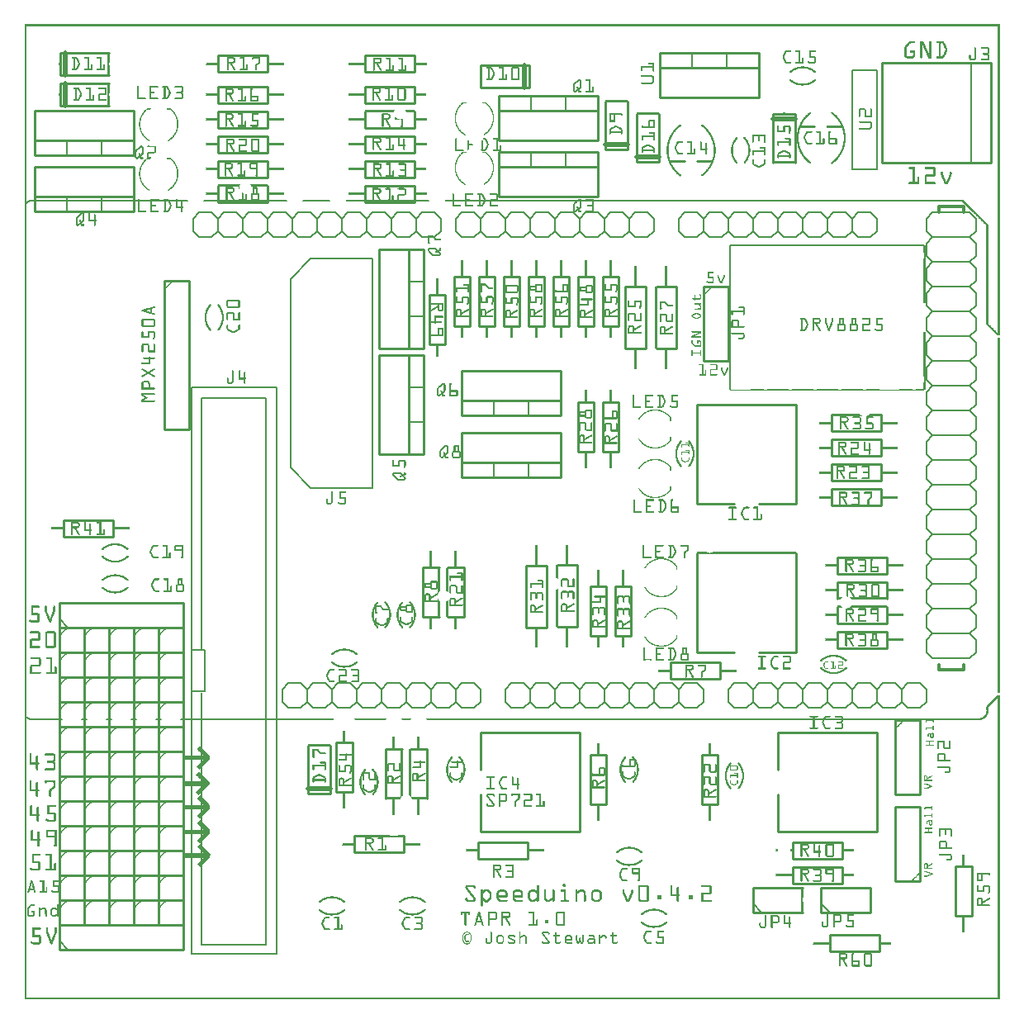
<source format=gto>
G04 MADE WITH FRITZING*
G04 WWW.FRITZING.ORG*
G04 DOUBLE SIDED*
G04 HOLES PLATED*
G04 CONTOUR ON CENTER OF CONTOUR VECTOR*
%ASAXBY*%
%FSLAX23Y23*%
%MOIN*%
%OFA0B0*%
%SFA1.0B1.0*%
%ADD10R,0.354200X2.295200X0.338200X2.279200*%
%ADD11C,0.008000*%
%ADD12R,0.063000X0.173200X0.047000X0.157200*%
%ADD13C,0.010000*%
%ADD14C,0.005000*%
%ADD15C,0.012000*%
%ADD16C,0.006000*%
%ADD17C,0.020000*%
%ADD18R,0.001000X0.001000*%
%LNSILK1*%
G90*
G70*
G54D11*
X673Y2472D02*
X1019Y2472D01*
X1019Y184D01*
X673Y184D01*
X673Y2472D01*
D02*
X673Y1411D02*
X728Y1411D01*
X728Y1245D01*
X673Y1245D01*
X673Y1411D01*
D02*
G54D13*
X3758Y338D02*
X3758Y538D01*
D02*
X3758Y538D02*
X3824Y538D01*
D02*
X3824Y538D02*
X3824Y338D01*
D02*
X3824Y338D02*
X3758Y338D01*
D02*
X3251Y261D02*
X3451Y261D01*
D02*
X3451Y261D02*
X3451Y195D01*
D02*
X3451Y195D02*
X3251Y195D01*
D02*
X3251Y195D02*
X3251Y261D01*
D02*
X141Y1503D02*
X641Y1503D01*
D02*
X641Y1503D02*
X641Y1603D01*
D02*
X641Y1603D02*
X141Y1603D01*
D02*
X141Y1603D02*
X141Y1503D01*
G54D14*
D02*
X176Y1503D02*
X141Y1538D01*
G54D13*
D02*
X141Y203D02*
X641Y203D01*
D02*
X641Y203D02*
X641Y303D01*
D02*
X641Y303D02*
X141Y303D01*
D02*
X141Y303D02*
X141Y203D01*
G54D14*
D02*
X176Y203D02*
X141Y238D01*
G54D13*
D02*
X141Y903D02*
X141Y803D01*
D02*
X141Y803D02*
X241Y803D01*
D02*
X241Y803D02*
X241Y903D01*
D02*
X241Y903D02*
X141Y903D01*
D02*
X141Y1203D02*
X141Y1103D01*
D02*
X141Y1103D02*
X241Y1103D01*
D02*
X241Y1103D02*
X241Y1203D01*
D02*
X241Y1203D02*
X141Y1203D01*
D02*
X141Y403D02*
X141Y303D01*
D02*
X141Y303D02*
X241Y303D01*
D02*
X241Y303D02*
X241Y403D01*
D02*
X241Y403D02*
X141Y403D01*
D02*
X141Y1403D02*
X141Y1303D01*
D02*
X141Y1303D02*
X241Y1303D01*
D02*
X241Y1303D02*
X241Y1403D01*
D02*
X241Y1403D02*
X141Y1403D01*
D02*
X141Y1303D02*
X141Y1203D01*
D02*
X141Y1203D02*
X241Y1203D01*
D02*
X241Y1203D02*
X241Y1303D01*
D02*
X241Y1303D02*
X141Y1303D01*
D02*
X141Y1103D02*
X141Y1003D01*
D02*
X141Y1003D02*
X241Y1003D01*
D02*
X241Y1003D02*
X241Y1103D01*
D02*
X241Y1103D02*
X141Y1103D01*
D02*
X141Y803D02*
X141Y703D01*
D02*
X141Y703D02*
X241Y703D01*
D02*
X241Y703D02*
X241Y803D01*
D02*
X241Y803D02*
X141Y803D01*
D02*
X141Y503D02*
X141Y403D01*
D02*
X141Y403D02*
X241Y403D01*
D02*
X241Y403D02*
X241Y503D01*
D02*
X241Y503D02*
X141Y503D01*
D02*
X141Y1003D02*
X141Y903D01*
D02*
X141Y903D02*
X241Y903D01*
D02*
X241Y903D02*
X241Y1003D01*
D02*
X241Y1003D02*
X141Y1003D01*
D02*
X141Y1503D02*
X141Y1403D01*
D02*
X141Y1403D02*
X241Y1403D01*
D02*
X241Y1403D02*
X241Y1503D01*
D02*
X241Y1503D02*
X141Y1503D01*
D02*
X141Y703D02*
X141Y603D01*
D02*
X141Y603D02*
X241Y603D01*
D02*
X241Y603D02*
X241Y703D01*
D02*
X241Y703D02*
X141Y703D01*
D02*
X141Y603D02*
X141Y503D01*
D02*
X141Y503D02*
X241Y503D01*
D02*
X241Y503D02*
X241Y603D01*
D02*
X241Y603D02*
X141Y603D01*
D02*
X241Y903D02*
X241Y803D01*
D02*
X241Y803D02*
X341Y803D01*
D02*
X341Y803D02*
X341Y903D01*
D02*
X341Y903D02*
X241Y903D01*
D02*
X241Y1203D02*
X241Y1103D01*
D02*
X241Y1103D02*
X341Y1103D01*
D02*
X341Y1103D02*
X341Y1203D01*
D02*
X341Y1203D02*
X241Y1203D01*
D02*
X241Y403D02*
X241Y303D01*
D02*
X241Y303D02*
X341Y303D01*
D02*
X341Y303D02*
X341Y403D01*
D02*
X341Y403D02*
X241Y403D01*
D02*
X241Y1403D02*
X241Y1303D01*
D02*
X241Y1303D02*
X341Y1303D01*
D02*
X341Y1303D02*
X341Y1403D01*
D02*
X341Y1403D02*
X241Y1403D01*
D02*
X241Y1303D02*
X241Y1203D01*
D02*
X241Y1203D02*
X341Y1203D01*
D02*
X341Y1203D02*
X341Y1303D01*
D02*
X341Y1303D02*
X241Y1303D01*
D02*
X241Y1103D02*
X241Y1003D01*
D02*
X241Y1003D02*
X341Y1003D01*
D02*
X341Y1003D02*
X341Y1103D01*
D02*
X341Y1103D02*
X241Y1103D01*
D02*
X241Y803D02*
X241Y703D01*
D02*
X241Y703D02*
X341Y703D01*
D02*
X341Y703D02*
X341Y803D01*
D02*
X341Y803D02*
X241Y803D01*
D02*
X241Y503D02*
X241Y403D01*
D02*
X241Y403D02*
X341Y403D01*
D02*
X341Y403D02*
X341Y503D01*
D02*
X341Y503D02*
X241Y503D01*
D02*
X241Y1003D02*
X241Y903D01*
D02*
X241Y903D02*
X341Y903D01*
D02*
X341Y903D02*
X341Y1003D01*
D02*
X341Y1003D02*
X241Y1003D01*
D02*
X241Y1503D02*
X241Y1403D01*
D02*
X241Y1403D02*
X341Y1403D01*
D02*
X341Y1403D02*
X341Y1503D01*
D02*
X341Y1503D02*
X241Y1503D01*
D02*
X241Y703D02*
X241Y603D01*
D02*
X241Y603D02*
X341Y603D01*
D02*
X341Y603D02*
X341Y703D01*
D02*
X341Y703D02*
X241Y703D01*
D02*
X241Y603D02*
X241Y503D01*
D02*
X241Y503D02*
X341Y503D01*
D02*
X341Y503D02*
X341Y603D01*
D02*
X341Y603D02*
X241Y603D01*
D02*
X341Y903D02*
X341Y803D01*
D02*
X341Y803D02*
X441Y803D01*
D02*
X441Y803D02*
X441Y903D01*
D02*
X441Y903D02*
X341Y903D01*
D02*
X341Y1203D02*
X341Y1103D01*
D02*
X341Y1103D02*
X441Y1103D01*
D02*
X441Y1103D02*
X441Y1203D01*
D02*
X441Y1203D02*
X341Y1203D01*
D02*
X341Y403D02*
X341Y303D01*
D02*
X341Y303D02*
X441Y303D01*
D02*
X441Y303D02*
X441Y403D01*
D02*
X441Y403D02*
X341Y403D01*
D02*
X341Y1403D02*
X341Y1303D01*
D02*
X341Y1303D02*
X441Y1303D01*
D02*
X441Y1303D02*
X441Y1403D01*
D02*
X441Y1403D02*
X341Y1403D01*
D02*
X341Y1303D02*
X341Y1203D01*
D02*
X341Y1203D02*
X441Y1203D01*
D02*
X441Y1203D02*
X441Y1303D01*
D02*
X441Y1303D02*
X341Y1303D01*
D02*
X341Y1103D02*
X341Y1003D01*
D02*
X341Y1003D02*
X441Y1003D01*
D02*
X441Y1003D02*
X441Y1103D01*
D02*
X441Y1103D02*
X341Y1103D01*
D02*
X341Y803D02*
X341Y703D01*
D02*
X341Y703D02*
X441Y703D01*
D02*
X441Y703D02*
X441Y803D01*
D02*
X441Y803D02*
X341Y803D01*
D02*
X341Y503D02*
X341Y403D01*
D02*
X341Y403D02*
X441Y403D01*
D02*
X441Y403D02*
X441Y503D01*
D02*
X441Y503D02*
X341Y503D01*
D02*
X341Y1003D02*
X341Y903D01*
D02*
X341Y903D02*
X441Y903D01*
D02*
X441Y903D02*
X441Y1003D01*
D02*
X441Y1003D02*
X341Y1003D01*
D02*
X341Y1503D02*
X341Y1403D01*
D02*
X341Y1403D02*
X441Y1403D01*
D02*
X441Y1403D02*
X441Y1503D01*
D02*
X441Y1503D02*
X341Y1503D01*
D02*
X341Y703D02*
X341Y603D01*
D02*
X341Y603D02*
X441Y603D01*
D02*
X441Y603D02*
X441Y703D01*
D02*
X441Y703D02*
X341Y703D01*
D02*
X341Y603D02*
X341Y503D01*
D02*
X341Y503D02*
X441Y503D01*
D02*
X441Y503D02*
X441Y603D01*
D02*
X441Y603D02*
X341Y603D01*
D02*
X441Y903D02*
X441Y803D01*
D02*
X441Y803D02*
X541Y803D01*
D02*
X541Y803D02*
X541Y903D01*
D02*
X541Y903D02*
X441Y903D01*
D02*
X441Y1203D02*
X441Y1103D01*
D02*
X441Y1103D02*
X541Y1103D01*
D02*
X541Y1103D02*
X541Y1203D01*
D02*
X541Y1203D02*
X441Y1203D01*
D02*
X441Y403D02*
X441Y303D01*
D02*
X441Y303D02*
X541Y303D01*
D02*
X541Y303D02*
X541Y403D01*
D02*
X541Y403D02*
X441Y403D01*
D02*
X441Y1403D02*
X441Y1303D01*
D02*
X441Y1303D02*
X541Y1303D01*
D02*
X541Y1303D02*
X541Y1403D01*
D02*
X541Y1403D02*
X441Y1403D01*
D02*
X441Y1303D02*
X441Y1203D01*
D02*
X441Y1203D02*
X541Y1203D01*
D02*
X541Y1203D02*
X541Y1303D01*
D02*
X541Y1303D02*
X441Y1303D01*
D02*
X441Y1103D02*
X441Y1003D01*
D02*
X441Y1003D02*
X541Y1003D01*
D02*
X541Y1003D02*
X541Y1103D01*
D02*
X541Y1103D02*
X441Y1103D01*
D02*
X441Y803D02*
X441Y703D01*
D02*
X441Y703D02*
X541Y703D01*
D02*
X541Y703D02*
X541Y803D01*
D02*
X541Y803D02*
X441Y803D01*
D02*
X441Y503D02*
X441Y403D01*
D02*
X441Y403D02*
X541Y403D01*
D02*
X541Y403D02*
X541Y503D01*
D02*
X541Y503D02*
X441Y503D01*
D02*
X441Y1003D02*
X441Y903D01*
D02*
X441Y903D02*
X541Y903D01*
D02*
X541Y903D02*
X541Y1003D01*
D02*
X541Y1003D02*
X441Y1003D01*
D02*
X441Y1503D02*
X441Y1403D01*
D02*
X441Y1403D02*
X541Y1403D01*
D02*
X541Y1403D02*
X541Y1503D01*
D02*
X541Y1503D02*
X441Y1503D01*
D02*
X441Y703D02*
X441Y603D01*
D02*
X441Y603D02*
X541Y603D01*
D02*
X541Y603D02*
X541Y703D01*
D02*
X541Y703D02*
X441Y703D01*
D02*
X441Y603D02*
X441Y503D01*
D02*
X441Y503D02*
X541Y503D01*
D02*
X541Y503D02*
X541Y603D01*
D02*
X541Y603D02*
X441Y603D01*
D02*
X541Y403D02*
X541Y303D01*
D02*
X541Y303D02*
X641Y303D01*
D02*
X641Y303D02*
X641Y403D01*
D02*
X641Y403D02*
X541Y403D01*
D02*
X541Y503D02*
X541Y403D01*
D02*
X541Y403D02*
X641Y403D01*
D02*
X641Y403D02*
X641Y503D01*
D02*
X641Y503D02*
X541Y503D01*
D02*
X541Y603D02*
X541Y503D01*
D02*
X541Y503D02*
X641Y503D01*
D02*
X641Y503D02*
X641Y603D01*
D02*
X641Y603D02*
X541Y603D01*
D02*
X541Y703D02*
X541Y603D01*
D02*
X541Y603D02*
X641Y603D01*
D02*
X641Y603D02*
X641Y703D01*
D02*
X641Y703D02*
X541Y703D01*
D02*
X541Y803D02*
X541Y703D01*
D02*
X541Y703D02*
X641Y703D01*
D02*
X641Y703D02*
X641Y803D01*
D02*
X641Y803D02*
X541Y803D01*
D02*
X541Y903D02*
X541Y803D01*
D02*
X541Y803D02*
X641Y803D01*
D02*
X641Y803D02*
X641Y903D01*
D02*
X641Y903D02*
X541Y903D01*
D02*
X541Y1003D02*
X541Y903D01*
D02*
X541Y903D02*
X641Y903D01*
D02*
X641Y903D02*
X641Y1003D01*
D02*
X641Y1003D02*
X541Y1003D01*
D02*
X541Y1103D02*
X541Y1003D01*
D02*
X541Y1003D02*
X641Y1003D01*
D02*
X641Y1003D02*
X641Y1103D01*
D02*
X641Y1103D02*
X541Y1103D01*
D02*
X541Y1203D02*
X541Y1103D01*
D02*
X541Y1103D02*
X641Y1103D01*
D02*
X641Y1103D02*
X641Y1203D01*
D02*
X641Y1203D02*
X541Y1203D01*
D02*
X541Y1303D02*
X541Y1203D01*
D02*
X541Y1203D02*
X641Y1203D01*
D02*
X641Y1203D02*
X641Y1303D01*
D02*
X641Y1303D02*
X541Y1303D01*
D02*
X541Y1403D02*
X541Y1303D01*
D02*
X541Y1303D02*
X641Y1303D01*
D02*
X641Y1303D02*
X641Y1403D01*
D02*
X641Y1403D02*
X541Y1403D01*
D02*
X541Y1503D02*
X541Y1403D01*
D02*
X541Y1403D02*
X641Y1403D01*
D02*
X641Y1403D02*
X641Y1503D01*
D02*
X641Y1503D02*
X541Y1503D01*
D02*
X1841Y678D02*
X2241Y678D01*
D02*
X2241Y678D02*
X2241Y1078D01*
D02*
X2241Y1078D02*
X1841Y1078D01*
D02*
X1841Y678D02*
X1841Y828D01*
D02*
X1841Y928D02*
X1841Y1078D01*
G54D11*
D02*
X1406Y2991D02*
X1406Y2066D01*
D02*
X1406Y2066D02*
X1156Y2066D01*
D02*
X1156Y2066D02*
X1076Y2148D01*
D02*
X1076Y2148D02*
X1076Y2908D01*
D02*
X1076Y2908D02*
X1156Y2991D01*
D02*
X1156Y2991D02*
X1406Y2991D01*
G54D13*
D02*
X3041Y678D02*
X3441Y678D01*
D02*
X3441Y678D02*
X3441Y1078D01*
D02*
X3441Y1078D02*
X3041Y1078D01*
D02*
X3041Y678D02*
X3041Y828D01*
D02*
X3041Y928D02*
X3041Y1078D01*
G54D15*
D02*
X3691Y1353D02*
X3691Y1333D01*
D02*
X3691Y1333D02*
X3791Y1333D01*
D02*
X3791Y1333D02*
X3791Y1353D01*
D02*
X3691Y3178D02*
X3691Y3203D01*
D02*
X3691Y3203D02*
X3791Y3203D01*
D02*
X3791Y3203D02*
X3791Y3178D01*
G54D16*
D02*
X3466Y1278D02*
X3516Y1278D01*
D02*
X3516Y1278D02*
X3541Y1253D01*
D02*
X3541Y1253D02*
X3541Y1203D01*
D02*
X3541Y1203D02*
X3516Y1178D01*
D02*
X3341Y1253D02*
X3366Y1278D01*
D02*
X3366Y1278D02*
X3416Y1278D01*
D02*
X3416Y1278D02*
X3441Y1253D01*
D02*
X3441Y1253D02*
X3441Y1203D01*
D02*
X3441Y1203D02*
X3416Y1178D01*
D02*
X3416Y1178D02*
X3366Y1178D01*
D02*
X3366Y1178D02*
X3341Y1203D01*
D02*
X3466Y1278D02*
X3441Y1253D01*
D02*
X3441Y1203D02*
X3466Y1178D01*
D02*
X3516Y1178D02*
X3466Y1178D01*
D02*
X3166Y1278D02*
X3216Y1278D01*
D02*
X3216Y1278D02*
X3241Y1253D01*
D02*
X3241Y1253D02*
X3241Y1203D01*
D02*
X3241Y1203D02*
X3216Y1178D01*
D02*
X3241Y1253D02*
X3266Y1278D01*
D02*
X3266Y1278D02*
X3316Y1278D01*
D02*
X3316Y1278D02*
X3341Y1253D01*
D02*
X3341Y1253D02*
X3341Y1203D01*
D02*
X3341Y1203D02*
X3316Y1178D01*
D02*
X3316Y1178D02*
X3266Y1178D01*
D02*
X3266Y1178D02*
X3241Y1203D01*
D02*
X3041Y1253D02*
X3066Y1278D01*
D02*
X3066Y1278D02*
X3116Y1278D01*
D02*
X3116Y1278D02*
X3141Y1253D01*
D02*
X3141Y1253D02*
X3141Y1203D01*
D02*
X3141Y1203D02*
X3116Y1178D01*
D02*
X3116Y1178D02*
X3066Y1178D01*
D02*
X3066Y1178D02*
X3041Y1203D01*
D02*
X3166Y1278D02*
X3141Y1253D01*
D02*
X3141Y1203D02*
X3166Y1178D01*
D02*
X3216Y1178D02*
X3166Y1178D01*
D02*
X2866Y1278D02*
X2916Y1278D01*
D02*
X2916Y1278D02*
X2941Y1253D01*
D02*
X2941Y1253D02*
X2941Y1203D01*
D02*
X2941Y1203D02*
X2916Y1178D01*
D02*
X2941Y1253D02*
X2966Y1278D01*
D02*
X2966Y1278D02*
X3016Y1278D01*
D02*
X3016Y1278D02*
X3041Y1253D01*
D02*
X3041Y1253D02*
X3041Y1203D01*
D02*
X3041Y1203D02*
X3016Y1178D01*
D02*
X3016Y1178D02*
X2966Y1178D01*
D02*
X2966Y1178D02*
X2941Y1203D01*
D02*
X2841Y1253D02*
X2841Y1203D01*
D02*
X2866Y1278D02*
X2841Y1253D01*
D02*
X2841Y1203D02*
X2866Y1178D01*
D02*
X2916Y1178D02*
X2866Y1178D01*
D02*
X3566Y1278D02*
X3616Y1278D01*
D02*
X3616Y1278D02*
X3641Y1253D01*
D02*
X3641Y1253D02*
X3641Y1203D01*
D02*
X3641Y1203D02*
X3616Y1178D01*
D02*
X3566Y1278D02*
X3541Y1253D01*
D02*
X3541Y1203D02*
X3566Y1178D01*
D02*
X3616Y1178D02*
X3566Y1178D01*
D02*
X2566Y1278D02*
X2616Y1278D01*
D02*
X2616Y1278D02*
X2641Y1253D01*
D02*
X2641Y1253D02*
X2641Y1203D01*
D02*
X2641Y1203D02*
X2616Y1178D01*
D02*
X2441Y1253D02*
X2466Y1278D01*
D02*
X2466Y1278D02*
X2516Y1278D01*
D02*
X2516Y1278D02*
X2541Y1253D01*
D02*
X2541Y1253D02*
X2541Y1203D01*
D02*
X2541Y1203D02*
X2516Y1178D01*
D02*
X2516Y1178D02*
X2466Y1178D01*
D02*
X2466Y1178D02*
X2441Y1203D01*
D02*
X2566Y1278D02*
X2541Y1253D01*
D02*
X2541Y1203D02*
X2566Y1178D01*
D02*
X2616Y1178D02*
X2566Y1178D01*
D02*
X2266Y1278D02*
X2316Y1278D01*
D02*
X2316Y1278D02*
X2341Y1253D01*
D02*
X2341Y1253D02*
X2341Y1203D01*
D02*
X2341Y1203D02*
X2316Y1178D01*
D02*
X2341Y1253D02*
X2366Y1278D01*
D02*
X2366Y1278D02*
X2416Y1278D01*
D02*
X2416Y1278D02*
X2441Y1253D01*
D02*
X2441Y1253D02*
X2441Y1203D01*
D02*
X2441Y1203D02*
X2416Y1178D01*
D02*
X2416Y1178D02*
X2366Y1178D01*
D02*
X2366Y1178D02*
X2341Y1203D01*
D02*
X2141Y1253D02*
X2166Y1278D01*
D02*
X2166Y1278D02*
X2216Y1278D01*
D02*
X2216Y1278D02*
X2241Y1253D01*
D02*
X2241Y1253D02*
X2241Y1203D01*
D02*
X2241Y1203D02*
X2216Y1178D01*
D02*
X2216Y1178D02*
X2166Y1178D01*
D02*
X2166Y1178D02*
X2141Y1203D01*
D02*
X2266Y1278D02*
X2241Y1253D01*
D02*
X2241Y1203D02*
X2266Y1178D01*
D02*
X2316Y1178D02*
X2266Y1178D01*
D02*
X1966Y1278D02*
X2016Y1278D01*
D02*
X2016Y1278D02*
X2041Y1253D01*
D02*
X2041Y1253D02*
X2041Y1203D01*
D02*
X2041Y1203D02*
X2016Y1178D01*
D02*
X2041Y1253D02*
X2066Y1278D01*
D02*
X2066Y1278D02*
X2116Y1278D01*
D02*
X2116Y1278D02*
X2141Y1253D01*
D02*
X2141Y1253D02*
X2141Y1203D01*
D02*
X2141Y1203D02*
X2116Y1178D01*
D02*
X2116Y1178D02*
X2066Y1178D01*
D02*
X2066Y1178D02*
X2041Y1203D01*
D02*
X1941Y1253D02*
X1941Y1203D01*
D02*
X1966Y1278D02*
X1941Y1253D01*
D02*
X1941Y1203D02*
X1966Y1178D01*
D02*
X2016Y1178D02*
X1966Y1178D01*
D02*
X2666Y1278D02*
X2716Y1278D01*
D02*
X2716Y1278D02*
X2741Y1253D01*
D02*
X2741Y1253D02*
X2741Y1203D01*
D02*
X2741Y1203D02*
X2716Y1178D01*
D02*
X2666Y1278D02*
X2641Y1253D01*
D02*
X2641Y1203D02*
X2666Y1178D01*
D02*
X2716Y1178D02*
X2666Y1178D01*
D02*
X2816Y3078D02*
X2766Y3078D01*
D02*
X2766Y3078D02*
X2741Y3103D01*
D02*
X2741Y3103D02*
X2741Y3153D01*
D02*
X2741Y3153D02*
X2766Y3178D01*
D02*
X2941Y3103D02*
X2916Y3078D01*
D02*
X2916Y3078D02*
X2866Y3078D01*
D02*
X2866Y3078D02*
X2841Y3103D01*
D02*
X2841Y3103D02*
X2841Y3153D01*
D02*
X2841Y3153D02*
X2866Y3178D01*
D02*
X2866Y3178D02*
X2916Y3178D01*
D02*
X2916Y3178D02*
X2941Y3153D01*
D02*
X2816Y3078D02*
X2841Y3103D01*
D02*
X2841Y3153D02*
X2816Y3178D01*
D02*
X2766Y3178D02*
X2816Y3178D01*
D02*
X3116Y3078D02*
X3066Y3078D01*
D02*
X3066Y3078D02*
X3041Y3103D01*
D02*
X3041Y3103D02*
X3041Y3153D01*
D02*
X3041Y3153D02*
X3066Y3178D01*
D02*
X3041Y3103D02*
X3016Y3078D01*
D02*
X3016Y3078D02*
X2966Y3078D01*
D02*
X2966Y3078D02*
X2941Y3103D01*
D02*
X2941Y3103D02*
X2941Y3153D01*
D02*
X2941Y3153D02*
X2966Y3178D01*
D02*
X2966Y3178D02*
X3016Y3178D01*
D02*
X3016Y3178D02*
X3041Y3153D01*
D02*
X3241Y3103D02*
X3216Y3078D01*
D02*
X3216Y3078D02*
X3166Y3078D01*
D02*
X3166Y3078D02*
X3141Y3103D01*
D02*
X3141Y3103D02*
X3141Y3153D01*
D02*
X3141Y3153D02*
X3166Y3178D01*
D02*
X3166Y3178D02*
X3216Y3178D01*
D02*
X3216Y3178D02*
X3241Y3153D01*
D02*
X3116Y3078D02*
X3141Y3103D01*
D02*
X3141Y3153D02*
X3116Y3178D01*
D02*
X3066Y3178D02*
X3116Y3178D01*
D02*
X3416Y3078D02*
X3366Y3078D01*
D02*
X3366Y3078D02*
X3341Y3103D01*
D02*
X3341Y3103D02*
X3341Y3153D01*
D02*
X3341Y3153D02*
X3366Y3178D01*
D02*
X3341Y3103D02*
X3316Y3078D01*
D02*
X3316Y3078D02*
X3266Y3078D01*
D02*
X3266Y3078D02*
X3241Y3103D01*
D02*
X3241Y3103D02*
X3241Y3153D01*
D02*
X3241Y3153D02*
X3266Y3178D01*
D02*
X3266Y3178D02*
X3316Y3178D01*
D02*
X3316Y3178D02*
X3341Y3153D01*
D02*
X3441Y3103D02*
X3441Y3153D01*
D02*
X3416Y3078D02*
X3441Y3103D01*
D02*
X3441Y3153D02*
X3416Y3178D01*
D02*
X3366Y3178D02*
X3416Y3178D01*
D02*
X2716Y3078D02*
X2666Y3078D01*
D02*
X2666Y3078D02*
X2641Y3103D01*
D02*
X2641Y3103D02*
X2641Y3153D01*
D02*
X2641Y3153D02*
X2666Y3178D01*
D02*
X2716Y3078D02*
X2741Y3103D01*
D02*
X2741Y3153D02*
X2716Y3178D01*
D02*
X2666Y3178D02*
X2716Y3178D01*
D02*
X1481Y3153D02*
X1506Y3178D01*
D02*
X1506Y3178D02*
X1556Y3178D01*
D02*
X1556Y3178D02*
X1581Y3153D01*
D02*
X1581Y3153D02*
X1581Y3103D01*
D02*
X1581Y3103D02*
X1556Y3078D01*
D02*
X1556Y3078D02*
X1506Y3078D01*
D02*
X1506Y3078D02*
X1481Y3103D01*
D02*
X1306Y3178D02*
X1356Y3178D01*
D02*
X1356Y3178D02*
X1381Y3153D01*
D02*
X1381Y3153D02*
X1381Y3103D01*
D02*
X1381Y3103D02*
X1356Y3078D01*
D02*
X1381Y3153D02*
X1406Y3178D01*
D02*
X1406Y3178D02*
X1456Y3178D01*
D02*
X1456Y3178D02*
X1481Y3153D01*
D02*
X1481Y3153D02*
X1481Y3103D01*
D02*
X1481Y3103D02*
X1456Y3078D01*
D02*
X1456Y3078D02*
X1406Y3078D01*
D02*
X1406Y3078D02*
X1381Y3103D01*
D02*
X1181Y3153D02*
X1206Y3178D01*
D02*
X1206Y3178D02*
X1256Y3178D01*
D02*
X1256Y3178D02*
X1281Y3153D01*
D02*
X1281Y3153D02*
X1281Y3103D01*
D02*
X1281Y3103D02*
X1256Y3078D01*
D02*
X1256Y3078D02*
X1206Y3078D01*
D02*
X1206Y3078D02*
X1181Y3103D01*
D02*
X1306Y3178D02*
X1281Y3153D01*
D02*
X1281Y3103D02*
X1306Y3078D01*
D02*
X1356Y3078D02*
X1306Y3078D01*
D02*
X1006Y3178D02*
X1056Y3178D01*
D02*
X1056Y3178D02*
X1081Y3153D01*
D02*
X1081Y3153D02*
X1081Y3103D01*
D02*
X1081Y3103D02*
X1056Y3078D01*
D02*
X1081Y3153D02*
X1106Y3178D01*
D02*
X1106Y3178D02*
X1156Y3178D01*
D02*
X1156Y3178D02*
X1181Y3153D01*
D02*
X1181Y3153D02*
X1181Y3103D01*
D02*
X1181Y3103D02*
X1156Y3078D01*
D02*
X1156Y3078D02*
X1106Y3078D01*
D02*
X1106Y3078D02*
X1081Y3103D01*
D02*
X881Y3153D02*
X906Y3178D01*
D02*
X906Y3178D02*
X956Y3178D01*
D02*
X956Y3178D02*
X981Y3153D01*
D02*
X981Y3153D02*
X981Y3103D01*
D02*
X981Y3103D02*
X956Y3078D01*
D02*
X956Y3078D02*
X906Y3078D01*
D02*
X906Y3078D02*
X881Y3103D01*
D02*
X1006Y3178D02*
X981Y3153D01*
D02*
X981Y3103D02*
X1006Y3078D01*
D02*
X1056Y3078D02*
X1006Y3078D01*
D02*
X706Y3178D02*
X756Y3178D01*
D02*
X756Y3178D02*
X781Y3153D01*
D02*
X781Y3153D02*
X781Y3103D01*
D02*
X781Y3103D02*
X756Y3078D01*
D02*
X781Y3153D02*
X806Y3178D01*
D02*
X806Y3178D02*
X856Y3178D01*
D02*
X856Y3178D02*
X881Y3153D01*
D02*
X881Y3153D02*
X881Y3103D01*
D02*
X881Y3103D02*
X856Y3078D01*
D02*
X856Y3078D02*
X806Y3078D01*
D02*
X806Y3078D02*
X781Y3103D01*
D02*
X681Y3153D02*
X681Y3103D01*
D02*
X706Y3178D02*
X681Y3153D01*
D02*
X681Y3103D02*
X706Y3078D01*
D02*
X756Y3078D02*
X706Y3078D01*
D02*
X1606Y3178D02*
X1656Y3178D01*
D02*
X1656Y3178D02*
X1681Y3153D01*
D02*
X1681Y3153D02*
X1681Y3103D01*
D02*
X1681Y3103D02*
X1656Y3078D01*
D02*
X1606Y3178D02*
X1581Y3153D01*
D02*
X1581Y3103D02*
X1606Y3078D01*
D02*
X1656Y3078D02*
X1606Y3078D01*
D02*
X1666Y1278D02*
X1716Y1278D01*
D02*
X1716Y1278D02*
X1741Y1253D01*
D02*
X1741Y1253D02*
X1741Y1203D01*
D02*
X1741Y1203D02*
X1716Y1178D01*
D02*
X1541Y1253D02*
X1566Y1278D01*
D02*
X1566Y1278D02*
X1616Y1278D01*
D02*
X1616Y1278D02*
X1641Y1253D01*
D02*
X1641Y1253D02*
X1641Y1203D01*
D02*
X1641Y1203D02*
X1616Y1178D01*
D02*
X1616Y1178D02*
X1566Y1178D01*
D02*
X1566Y1178D02*
X1541Y1203D01*
D02*
X1666Y1278D02*
X1641Y1253D01*
D02*
X1641Y1203D02*
X1666Y1178D01*
D02*
X1716Y1178D02*
X1666Y1178D01*
D02*
X1366Y1278D02*
X1416Y1278D01*
D02*
X1416Y1278D02*
X1441Y1253D01*
D02*
X1441Y1253D02*
X1441Y1203D01*
D02*
X1441Y1203D02*
X1416Y1178D01*
D02*
X1441Y1253D02*
X1466Y1278D01*
D02*
X1466Y1278D02*
X1516Y1278D01*
D02*
X1516Y1278D02*
X1541Y1253D01*
D02*
X1541Y1253D02*
X1541Y1203D01*
D02*
X1541Y1203D02*
X1516Y1178D01*
D02*
X1516Y1178D02*
X1466Y1178D01*
D02*
X1466Y1178D02*
X1441Y1203D01*
D02*
X1241Y1253D02*
X1266Y1278D01*
D02*
X1266Y1278D02*
X1316Y1278D01*
D02*
X1316Y1278D02*
X1341Y1253D01*
D02*
X1341Y1253D02*
X1341Y1203D01*
D02*
X1341Y1203D02*
X1316Y1178D01*
D02*
X1316Y1178D02*
X1266Y1178D01*
D02*
X1266Y1178D02*
X1241Y1203D01*
D02*
X1366Y1278D02*
X1341Y1253D01*
D02*
X1341Y1203D02*
X1366Y1178D01*
D02*
X1416Y1178D02*
X1366Y1178D01*
D02*
X1066Y1278D02*
X1116Y1278D01*
D02*
X1116Y1278D02*
X1141Y1253D01*
D02*
X1141Y1253D02*
X1141Y1203D01*
D02*
X1141Y1203D02*
X1116Y1178D01*
D02*
X1141Y1253D02*
X1166Y1278D01*
D02*
X1166Y1278D02*
X1216Y1278D01*
D02*
X1216Y1278D02*
X1241Y1253D01*
D02*
X1241Y1253D02*
X1241Y1203D01*
D02*
X1241Y1203D02*
X1216Y1178D01*
D02*
X1216Y1178D02*
X1166Y1178D01*
D02*
X1166Y1178D02*
X1141Y1203D01*
D02*
X1041Y1253D02*
X1041Y1203D01*
D02*
X1066Y1278D02*
X1041Y1253D01*
D02*
X1041Y1203D02*
X1066Y1178D01*
D02*
X1116Y1178D02*
X1066Y1178D01*
D02*
X1766Y1278D02*
X1816Y1278D01*
D02*
X1816Y1278D02*
X1841Y1253D01*
D02*
X1841Y1253D02*
X1841Y1203D01*
D02*
X1841Y1203D02*
X1816Y1178D01*
D02*
X1766Y1278D02*
X1741Y1253D01*
D02*
X1741Y1203D02*
X1766Y1178D01*
D02*
X1816Y1178D02*
X1766Y1178D01*
D02*
X1916Y3078D02*
X1866Y3078D01*
D02*
X1866Y3078D02*
X1841Y3103D01*
D02*
X1841Y3103D02*
X1841Y3153D01*
D02*
X1841Y3153D02*
X1866Y3178D01*
D02*
X2041Y3103D02*
X2016Y3078D01*
D02*
X2016Y3078D02*
X1966Y3078D01*
D02*
X1966Y3078D02*
X1941Y3103D01*
D02*
X1941Y3103D02*
X1941Y3153D01*
D02*
X1941Y3153D02*
X1966Y3178D01*
D02*
X1966Y3178D02*
X2016Y3178D01*
D02*
X2016Y3178D02*
X2041Y3153D01*
D02*
X1916Y3078D02*
X1941Y3103D01*
D02*
X1941Y3153D02*
X1916Y3178D01*
D02*
X1866Y3178D02*
X1916Y3178D01*
D02*
X2216Y3078D02*
X2166Y3078D01*
D02*
X2166Y3078D02*
X2141Y3103D01*
D02*
X2141Y3103D02*
X2141Y3153D01*
D02*
X2141Y3153D02*
X2166Y3178D01*
D02*
X2141Y3103D02*
X2116Y3078D01*
D02*
X2116Y3078D02*
X2066Y3078D01*
D02*
X2066Y3078D02*
X2041Y3103D01*
D02*
X2041Y3103D02*
X2041Y3153D01*
D02*
X2041Y3153D02*
X2066Y3178D01*
D02*
X2066Y3178D02*
X2116Y3178D01*
D02*
X2116Y3178D02*
X2141Y3153D01*
D02*
X2341Y3103D02*
X2316Y3078D01*
D02*
X2316Y3078D02*
X2266Y3078D01*
D02*
X2266Y3078D02*
X2241Y3103D01*
D02*
X2241Y3103D02*
X2241Y3153D01*
D02*
X2241Y3153D02*
X2266Y3178D01*
D02*
X2266Y3178D02*
X2316Y3178D01*
D02*
X2316Y3178D02*
X2341Y3153D01*
D02*
X2216Y3078D02*
X2241Y3103D01*
D02*
X2241Y3153D02*
X2216Y3178D01*
D02*
X2166Y3178D02*
X2216Y3178D01*
D02*
X2516Y3078D02*
X2466Y3078D01*
D02*
X2466Y3078D02*
X2441Y3103D01*
D02*
X2441Y3103D02*
X2441Y3153D01*
D02*
X2441Y3153D02*
X2466Y3178D01*
D02*
X2441Y3103D02*
X2416Y3078D01*
D02*
X2416Y3078D02*
X2366Y3078D01*
D02*
X2366Y3078D02*
X2341Y3103D01*
D02*
X2341Y3103D02*
X2341Y3153D01*
D02*
X2341Y3153D02*
X2366Y3178D01*
D02*
X2366Y3178D02*
X2416Y3178D01*
D02*
X2416Y3178D02*
X2441Y3153D01*
D02*
X2541Y3103D02*
X2541Y3153D01*
D02*
X2516Y3078D02*
X2541Y3103D01*
D02*
X2541Y3153D02*
X2516Y3178D01*
D02*
X2466Y3178D02*
X2516Y3178D01*
D02*
X1816Y3078D02*
X1766Y3078D01*
D02*
X1766Y3078D02*
X1741Y3103D01*
D02*
X1741Y3103D02*
X1741Y3153D01*
D02*
X1741Y3153D02*
X1766Y3178D01*
D02*
X1816Y3078D02*
X1841Y3103D01*
D02*
X1841Y3153D02*
X1816Y3178D01*
D02*
X1766Y3178D02*
X1816Y3178D01*
D02*
X3666Y3178D02*
X3641Y3153D01*
D02*
X3641Y3153D02*
X3641Y3103D01*
D02*
X3641Y3103D02*
X3666Y3078D01*
D02*
X3666Y3078D02*
X3641Y3053D01*
D02*
X3641Y3053D02*
X3641Y3003D01*
D02*
X3641Y3003D02*
X3666Y2978D01*
D02*
X3666Y2978D02*
X3641Y2953D01*
D02*
X3641Y2953D02*
X3641Y2903D01*
D02*
X3641Y2903D02*
X3666Y2878D01*
D02*
X3666Y2878D02*
X3641Y2853D01*
D02*
X3641Y2853D02*
X3641Y2803D01*
D02*
X3641Y2803D02*
X3666Y2778D01*
D02*
X3666Y2778D02*
X3641Y2753D01*
D02*
X3641Y2753D02*
X3641Y2703D01*
D02*
X3641Y2703D02*
X3666Y2678D01*
D02*
X3666Y2678D02*
X3641Y2653D01*
D02*
X3641Y2653D02*
X3641Y2603D01*
D02*
X3641Y2603D02*
X3666Y2578D01*
D02*
X3666Y3178D02*
X3816Y3178D01*
D02*
X3816Y3178D02*
X3841Y3153D01*
D02*
X3841Y3153D02*
X3841Y3103D01*
D02*
X3841Y3103D02*
X3816Y3078D01*
D02*
X3816Y3078D02*
X3841Y3053D01*
D02*
X3841Y3053D02*
X3841Y3003D01*
D02*
X3841Y3003D02*
X3816Y2978D01*
D02*
X3816Y2978D02*
X3841Y2953D01*
D02*
X3841Y2953D02*
X3841Y2903D01*
D02*
X3841Y2903D02*
X3816Y2878D01*
D02*
X3816Y2878D02*
X3841Y2853D01*
D02*
X3841Y2853D02*
X3841Y2803D01*
D02*
X3841Y2803D02*
X3816Y2778D01*
D02*
X3816Y2778D02*
X3841Y2753D01*
D02*
X3841Y2753D02*
X3841Y2703D01*
D02*
X3841Y2703D02*
X3816Y2678D01*
D02*
X3816Y2678D02*
X3841Y2653D01*
D02*
X3841Y2653D02*
X3841Y2603D01*
D02*
X3841Y2603D02*
X3816Y2578D01*
D02*
X3816Y2578D02*
X3841Y2553D01*
D02*
X3841Y2553D02*
X3841Y2503D01*
D02*
X3841Y2503D02*
X3816Y2478D01*
D02*
X3816Y2478D02*
X3841Y2453D01*
D02*
X3841Y2453D02*
X3841Y2403D01*
D02*
X3841Y2403D02*
X3816Y2378D01*
D02*
X3816Y2378D02*
X3841Y2353D01*
D02*
X3841Y2353D02*
X3841Y2303D01*
D02*
X3841Y2303D02*
X3816Y2278D01*
D02*
X3816Y2278D02*
X3841Y2253D01*
D02*
X3841Y2253D02*
X3841Y2203D01*
D02*
X3841Y2203D02*
X3816Y2178D01*
D02*
X3816Y2178D02*
X3841Y2153D01*
D02*
X3841Y2153D02*
X3841Y2103D01*
D02*
X3841Y2103D02*
X3816Y2078D01*
D02*
X3816Y2078D02*
X3841Y2053D01*
D02*
X3841Y2053D02*
X3841Y2003D01*
D02*
X3816Y1978D02*
X3841Y2003D01*
D02*
X3816Y1978D02*
X3841Y1953D01*
D02*
X3841Y1903D02*
X3841Y1953D01*
D02*
X3841Y1903D02*
X3816Y1878D01*
D02*
X3816Y1878D02*
X3841Y1853D01*
D02*
X3841Y1803D02*
X3841Y1853D01*
D02*
X3841Y1803D02*
X3816Y1778D01*
D02*
X3816Y1778D02*
X3841Y1753D01*
D02*
X3841Y1703D02*
X3841Y1753D01*
D02*
X3841Y1703D02*
X3816Y1678D01*
D02*
X3816Y1678D02*
X3841Y1653D01*
D02*
X3841Y1603D02*
X3841Y1653D01*
D02*
X3841Y1603D02*
X3816Y1578D01*
D02*
X3816Y1578D02*
X3841Y1553D01*
D02*
X3841Y1503D02*
X3841Y1553D01*
D02*
X3841Y1503D02*
X3816Y1478D01*
D02*
X3816Y1478D02*
X3841Y1453D01*
D02*
X3841Y1403D02*
X3841Y1453D01*
D02*
X3841Y1403D02*
X3816Y1378D01*
D02*
X3666Y1378D02*
X3641Y1403D01*
D02*
X3641Y1403D02*
X3641Y1453D01*
D02*
X3666Y1478D02*
X3641Y1453D01*
D02*
X3666Y1478D02*
X3641Y1503D01*
D02*
X3641Y1503D02*
X3641Y1553D01*
D02*
X3666Y1578D02*
X3641Y1553D01*
D02*
X3666Y1578D02*
X3641Y1603D01*
D02*
X3641Y1653D02*
X3641Y1603D01*
D02*
X3641Y1653D02*
X3666Y1678D01*
D02*
X3666Y1678D02*
X3641Y1703D01*
D02*
X3641Y1753D02*
X3641Y1703D01*
D02*
X3641Y1753D02*
X3666Y1778D01*
D02*
X3666Y1778D02*
X3641Y1803D01*
D02*
X3641Y1803D02*
X3641Y1853D01*
D02*
X3666Y1878D02*
X3641Y1853D01*
D02*
X3666Y1878D02*
X3641Y1903D01*
D02*
X3641Y1903D02*
X3641Y1953D01*
D02*
X3666Y1978D02*
X3641Y1953D01*
D02*
X3666Y1978D02*
X3641Y2003D01*
D02*
X3641Y2003D02*
X3641Y2053D01*
D02*
X3666Y2078D02*
X3641Y2053D01*
D02*
X3666Y2078D02*
X3641Y2103D01*
D02*
X3641Y2103D02*
X3641Y2153D01*
D02*
X3666Y2178D02*
X3641Y2153D01*
D02*
X3666Y2178D02*
X3641Y2203D01*
D02*
X3641Y2203D02*
X3641Y2253D01*
D02*
X3666Y2278D02*
X3641Y2253D01*
D02*
X3666Y2278D02*
X3641Y2303D01*
D02*
X3641Y2303D02*
X3641Y2353D01*
D02*
X3666Y2378D02*
X3641Y2353D01*
D02*
X3666Y2378D02*
X3641Y2403D01*
D02*
X3641Y2403D02*
X3641Y2453D01*
D02*
X3666Y2478D02*
X3641Y2453D01*
D02*
X3666Y2478D02*
X3641Y2503D01*
D02*
X3641Y2503D02*
X3641Y2553D01*
D02*
X3666Y2578D02*
X3641Y2553D01*
D02*
X3816Y3078D02*
X3666Y3078D01*
D02*
X3816Y2978D02*
X3666Y2978D01*
D02*
X3816Y2878D02*
X3666Y2878D01*
D02*
X3816Y2778D02*
X3666Y2778D01*
D02*
X3816Y2678D02*
X3666Y2678D01*
D02*
X3816Y2578D02*
X3666Y2578D01*
D02*
X3816Y2478D02*
X3666Y2478D01*
D02*
X3816Y2378D02*
X3666Y2378D01*
D02*
X3816Y2278D02*
X3666Y2278D01*
D02*
X3816Y2178D02*
X3666Y2178D01*
D02*
X3816Y2078D02*
X3666Y2078D01*
D02*
X3816Y1978D02*
X3666Y1978D01*
D02*
X3816Y1878D02*
X3666Y1878D01*
D02*
X3816Y1778D02*
X3666Y1778D01*
D02*
X3816Y1678D02*
X3666Y1678D01*
D02*
X3816Y1578D02*
X3666Y1578D01*
D02*
X3816Y1478D02*
X3666Y1478D01*
D02*
X3816Y1378D02*
X3666Y1378D01*
G54D13*
D02*
X1611Y2603D02*
X1611Y2203D01*
D02*
X1611Y2203D02*
X1431Y2203D01*
D02*
X1431Y2203D02*
X1431Y2603D01*
D02*
X1431Y2603D02*
X1611Y2603D01*
D02*
X1611Y2603D02*
X1611Y2203D01*
D02*
X1611Y2203D02*
X1551Y2203D01*
D02*
X1551Y2203D02*
X1551Y2603D01*
D02*
X1551Y2603D02*
X1611Y2603D01*
G54D14*
D02*
X1611Y2473D02*
X1551Y2473D01*
D02*
X1611Y2333D02*
X1551Y2333D01*
G54D13*
D02*
X2166Y2358D02*
X1766Y2358D01*
D02*
X1766Y2358D02*
X1766Y2538D01*
D02*
X1766Y2538D02*
X2166Y2538D01*
D02*
X2166Y2538D02*
X2166Y2358D01*
D02*
X2166Y2358D02*
X1766Y2358D01*
D02*
X1766Y2358D02*
X1766Y2418D01*
D02*
X1766Y2418D02*
X2166Y2418D01*
D02*
X2166Y2418D02*
X2166Y2358D01*
G54D14*
D02*
X2036Y2358D02*
X2036Y2418D01*
D02*
X1896Y2358D02*
X1896Y2418D01*
G54D13*
D02*
X1611Y3028D02*
X1611Y2628D01*
D02*
X1611Y2628D02*
X1431Y2628D01*
D02*
X1431Y2628D02*
X1431Y3028D01*
D02*
X1431Y3028D02*
X1611Y3028D01*
D02*
X1611Y3028D02*
X1611Y2628D01*
D02*
X1611Y2628D02*
X1551Y2628D01*
D02*
X1551Y2628D02*
X1551Y3028D01*
D02*
X1551Y3028D02*
X1611Y3028D01*
G54D14*
D02*
X1611Y2898D02*
X1551Y2898D01*
D02*
X1611Y2758D02*
X1551Y2758D01*
G54D13*
D02*
X2166Y2108D02*
X1766Y2108D01*
D02*
X1766Y2108D02*
X1766Y2288D01*
D02*
X1766Y2288D02*
X2166Y2288D01*
D02*
X2166Y2288D02*
X2166Y2108D01*
D02*
X2166Y2108D02*
X1766Y2108D01*
D02*
X1766Y2108D02*
X1766Y2168D01*
D02*
X1766Y2168D02*
X2166Y2168D01*
D02*
X2166Y2168D02*
X2166Y2108D01*
G54D14*
D02*
X2036Y2108D02*
X2036Y2168D01*
D02*
X1896Y2108D02*
X1896Y2168D01*
G54D13*
D02*
X1258Y838D02*
X1258Y1038D01*
D02*
X1258Y1038D02*
X1324Y1038D01*
D02*
X1324Y1038D02*
X1324Y838D01*
D02*
X1324Y838D02*
X1258Y838D01*
D02*
X2471Y3382D02*
X2471Y3577D01*
D02*
X2561Y3577D02*
X2561Y3382D01*
D02*
X2561Y3382D02*
X2471Y3382D01*
G54D17*
D02*
X2561Y3402D02*
X2471Y3402D01*
G54D13*
D02*
X357Y1870D02*
X157Y1870D01*
D02*
X157Y1870D02*
X157Y1936D01*
D02*
X157Y1936D02*
X357Y1936D01*
D02*
X357Y1936D02*
X357Y1870D01*
D02*
X566Y2903D02*
X566Y2303D01*
D02*
X566Y2303D02*
X666Y2303D01*
D02*
X666Y2303D02*
X666Y2903D01*
D02*
X666Y2903D02*
X566Y2903D01*
D02*
X3616Y478D02*
X3616Y778D01*
D02*
X3616Y778D02*
X3516Y778D01*
D02*
X3516Y778D02*
X3516Y478D01*
D02*
X3516Y478D02*
X3616Y478D01*
D02*
X3516Y1128D02*
X3516Y828D01*
D02*
X3516Y828D02*
X3616Y828D01*
D02*
X3616Y828D02*
X3616Y1128D01*
D02*
X3616Y1128D02*
X3516Y1128D01*
D02*
X2741Y2878D02*
X2741Y2578D01*
D02*
X2741Y2578D02*
X2841Y2578D01*
D02*
X2841Y2578D02*
X2841Y2878D01*
D02*
X2841Y2878D02*
X2741Y2878D01*
D02*
X3101Y636D02*
X3301Y636D01*
D02*
X3301Y636D02*
X3301Y570D01*
D02*
X3301Y570D02*
X3101Y570D01*
D02*
X3101Y570D02*
X3101Y636D01*
D02*
X3101Y536D02*
X3301Y536D01*
D02*
X3301Y536D02*
X3301Y470D01*
D02*
X3301Y470D02*
X3101Y470D01*
D02*
X3101Y470D02*
X3101Y536D01*
D02*
X2941Y353D02*
X3141Y353D01*
D02*
X3141Y453D02*
X2941Y453D01*
D02*
X2941Y453D02*
X2941Y353D01*
G54D14*
D02*
X2976Y353D02*
X2941Y388D01*
G54D13*
D02*
X3216Y353D02*
X3416Y353D01*
D02*
X3416Y353D02*
X3416Y453D01*
D02*
X3416Y453D02*
X3216Y453D01*
D02*
X3216Y453D02*
X3216Y353D01*
G54D14*
D02*
X3251Y353D02*
X3216Y388D01*
G54D13*
D02*
X3482Y1420D02*
X3282Y1420D01*
D02*
X3282Y1420D02*
X3282Y1486D01*
D02*
X3282Y1486D02*
X3482Y1486D01*
D02*
X3482Y1486D02*
X3482Y1420D01*
D02*
X2399Y2919D02*
X2399Y2719D01*
D02*
X2399Y2719D02*
X2333Y2719D01*
D02*
X2333Y2719D02*
X2333Y2919D01*
D02*
X2333Y2919D02*
X2399Y2919D01*
D02*
X2299Y2919D02*
X2299Y2719D01*
D02*
X2299Y2719D02*
X2233Y2719D01*
D02*
X2233Y2719D02*
X2233Y2919D01*
D02*
X2233Y2919D02*
X2299Y2919D01*
D02*
X3457Y1995D02*
X3257Y1995D01*
D02*
X3257Y1995D02*
X3257Y2061D01*
D02*
X3257Y2061D02*
X3457Y2061D01*
D02*
X3457Y2061D02*
X3457Y1995D01*
D02*
X3482Y1720D02*
X3282Y1720D01*
D02*
X3282Y1720D02*
X3282Y1786D01*
D02*
X3282Y1786D02*
X3482Y1786D01*
D02*
X3482Y1786D02*
X3482Y1720D01*
D02*
X2199Y2919D02*
X2199Y2719D01*
D02*
X2199Y2719D02*
X2133Y2719D01*
D02*
X2133Y2719D02*
X2133Y2919D01*
D02*
X2133Y2919D02*
X2199Y2919D01*
D02*
X1699Y2844D02*
X1699Y2644D01*
D02*
X1699Y2644D02*
X1633Y2644D01*
D02*
X1633Y2644D02*
X1633Y2844D01*
D02*
X1633Y2844D02*
X1699Y2844D01*
D02*
X3457Y2295D02*
X3257Y2295D01*
D02*
X3257Y2295D02*
X3257Y2361D01*
D02*
X3457Y2361D02*
X3457Y2295D01*
D02*
X2566Y3823D02*
X2966Y3823D01*
D02*
X2966Y3823D02*
X2966Y3643D01*
D02*
X2966Y3643D02*
X2566Y3643D01*
D02*
X2566Y3643D02*
X2566Y3823D01*
D02*
X2566Y3823D02*
X2966Y3823D01*
D02*
X2966Y3823D02*
X2966Y3763D01*
D02*
X2966Y3763D02*
X2566Y3763D01*
D02*
X2566Y3763D02*
X2566Y3823D01*
G54D14*
D02*
X2696Y3823D02*
X2696Y3763D01*
D02*
X2836Y3823D02*
X2836Y3763D01*
G54D13*
D02*
X3111Y3574D02*
X3111Y3379D01*
D02*
X3021Y3379D02*
X3021Y3574D01*
D02*
X3021Y3574D02*
X3111Y3574D01*
G54D17*
D02*
X3021Y3554D02*
X3111Y3554D01*
G54D14*
D02*
X3341Y3353D02*
X3441Y3353D01*
D02*
X3441Y3353D02*
X3441Y3753D01*
D02*
X3441Y3753D02*
X3341Y3753D01*
D02*
X3341Y3753D02*
X3341Y3353D01*
G54D13*
D02*
X3116Y1403D02*
X3116Y1803D01*
D02*
X2716Y1803D02*
X2716Y1403D01*
D02*
X3116Y1403D02*
X2966Y1403D01*
D02*
X2866Y1403D02*
X2716Y1403D01*
D02*
X3116Y2003D02*
X3116Y2403D01*
D02*
X3116Y2403D02*
X2716Y2403D01*
D02*
X2716Y2403D02*
X2716Y2003D01*
D02*
X3116Y2003D02*
X2966Y2003D01*
D02*
X2866Y2003D02*
X2716Y2003D01*
D02*
X3482Y1520D02*
X3282Y1520D01*
D02*
X3282Y1520D02*
X3282Y1586D01*
D02*
X3482Y1586D02*
X3482Y1520D01*
D02*
X1899Y2919D02*
X1899Y2719D01*
D02*
X1899Y2719D02*
X1833Y2719D01*
D02*
X1833Y2719D02*
X1833Y2919D01*
D02*
X1833Y2919D02*
X1899Y2919D01*
D02*
X1999Y2919D02*
X1999Y2719D01*
D02*
X1999Y2719D02*
X1933Y2719D01*
D02*
X1933Y2719D02*
X1933Y2919D01*
D02*
X1933Y2919D02*
X1999Y2919D01*
D02*
X3457Y2095D02*
X3257Y2095D01*
D02*
X3257Y2095D02*
X3257Y2161D01*
D02*
X3257Y2161D02*
X3457Y2161D01*
D02*
X3457Y2161D02*
X3457Y2095D01*
D02*
X3282Y1620D02*
X3282Y1686D01*
D02*
X3282Y1686D02*
X3482Y1686D01*
D02*
X3482Y1686D02*
X3482Y1620D01*
D02*
X2099Y2919D02*
X2099Y2719D01*
D02*
X2099Y2719D02*
X2033Y2719D01*
D02*
X2033Y2719D02*
X2033Y2919D01*
D02*
X2033Y2919D02*
X2099Y2919D01*
D02*
X1799Y2919D02*
X1799Y2719D01*
D02*
X1799Y2719D02*
X1733Y2719D01*
D02*
X1733Y2719D02*
X1733Y2919D01*
D02*
X1733Y2919D02*
X1799Y2919D01*
D02*
X3457Y2195D02*
X3257Y2195D01*
D02*
X3257Y2195D02*
X3257Y2261D01*
D02*
X3257Y2261D02*
X3457Y2261D01*
D02*
X3457Y2261D02*
X3457Y2195D01*
D02*
X2025Y1503D02*
X2025Y1753D01*
D02*
X2025Y1753D02*
X2107Y1753D01*
D02*
X2107Y1753D02*
X2107Y1503D01*
D02*
X2107Y1503D02*
X2025Y1503D01*
D02*
X2632Y2878D02*
X2632Y2628D01*
D02*
X2632Y2628D02*
X2550Y2628D01*
D02*
X2232Y1754D02*
X2232Y1504D01*
D02*
X2232Y1504D02*
X2150Y1504D01*
D02*
X2150Y1754D02*
X2232Y1754D01*
D02*
X2507Y2879D02*
X2507Y2629D01*
D02*
X2507Y2629D02*
X2425Y2629D01*
D02*
X2425Y2629D02*
X2425Y2879D01*
D02*
X2425Y2879D02*
X2507Y2879D01*
D02*
X2449Y1669D02*
X2449Y1469D01*
D02*
X2449Y1469D02*
X2383Y1469D01*
D02*
X2383Y1469D02*
X2383Y1669D01*
D02*
X2383Y1669D02*
X2449Y1669D01*
D02*
X2233Y2213D02*
X2233Y2413D01*
D02*
X2233Y2413D02*
X2299Y2413D01*
D02*
X2299Y2413D02*
X2299Y2213D01*
D02*
X2299Y2213D02*
X2233Y2213D01*
D02*
X2349Y1669D02*
X2349Y1469D01*
D02*
X2349Y1469D02*
X2283Y1469D01*
D02*
X2283Y1469D02*
X2283Y1669D01*
D02*
X2283Y1669D02*
X2349Y1669D01*
D02*
X2333Y2213D02*
X2333Y2413D01*
D02*
X2333Y2413D02*
X2399Y2413D01*
D02*
X2399Y2413D02*
X2399Y2213D01*
D02*
X2399Y2213D02*
X2333Y2213D01*
D02*
X1774Y1744D02*
X1774Y1544D01*
D02*
X1774Y1544D02*
X1708Y1544D01*
D02*
X1708Y1744D02*
X1774Y1744D01*
D02*
X2032Y570D02*
X1832Y570D01*
D02*
X1832Y570D02*
X1832Y636D01*
D02*
X1832Y636D02*
X2032Y636D01*
D02*
X2032Y636D02*
X2032Y570D01*
D02*
X1532Y595D02*
X1332Y595D01*
D02*
X1332Y595D02*
X1332Y661D01*
D02*
X1532Y661D02*
X1532Y595D01*
D02*
X1558Y1013D02*
X1624Y1013D01*
D02*
X1624Y1013D02*
X1624Y813D01*
D02*
X1458Y813D02*
X1458Y1013D01*
D02*
X1458Y1013D02*
X1524Y1013D01*
D02*
X1146Y832D02*
X1146Y1027D01*
D02*
X1236Y1027D02*
X1236Y832D01*
D02*
X1236Y832D02*
X1146Y832D01*
G54D17*
D02*
X1236Y852D02*
X1146Y852D01*
G54D13*
D02*
X2733Y788D02*
X2733Y988D01*
D02*
X2733Y988D02*
X2799Y988D01*
D02*
X2799Y988D02*
X2799Y788D01*
D02*
X2799Y788D02*
X2733Y788D01*
D02*
X2283Y788D02*
X2283Y988D01*
D02*
X2283Y988D02*
X2349Y988D01*
D02*
X2349Y988D02*
X2349Y788D01*
D02*
X2349Y788D02*
X2283Y788D01*
D02*
X2807Y1295D02*
X2607Y1295D01*
D02*
X2607Y1295D02*
X2607Y1361D01*
D02*
X2607Y1361D02*
X2807Y1361D01*
D02*
X2807Y1361D02*
X2807Y1295D01*
D02*
X1674Y1544D02*
X1608Y1544D01*
D02*
X1608Y1544D02*
X1608Y1744D01*
D02*
X1608Y1744D02*
X1674Y1744D01*
D02*
X982Y3220D02*
X782Y3220D01*
D02*
X782Y3220D02*
X782Y3286D01*
D02*
X982Y3286D02*
X982Y3220D01*
D02*
X1376Y3286D02*
X1576Y3286D01*
D02*
X1576Y3286D02*
X1576Y3220D01*
D02*
X1576Y3220D02*
X1376Y3220D01*
D02*
X1376Y3220D02*
X1376Y3286D01*
D02*
X982Y3520D02*
X782Y3520D01*
D02*
X782Y3520D02*
X782Y3586D01*
D02*
X782Y3586D02*
X982Y3586D01*
D02*
X982Y3586D02*
X982Y3520D01*
D02*
X1576Y3586D02*
X1576Y3520D01*
D02*
X1576Y3520D02*
X1376Y3520D01*
D02*
X1376Y3520D02*
X1376Y3586D01*
D02*
X145Y3698D02*
X340Y3698D01*
D02*
X340Y3608D02*
X145Y3608D01*
D02*
X145Y3608D02*
X145Y3698D01*
G54D17*
D02*
X165Y3608D02*
X165Y3698D01*
G54D13*
D02*
X2037Y3683D02*
X1842Y3683D01*
D02*
X1842Y3773D02*
X2037Y3773D01*
D02*
X2037Y3773D02*
X2037Y3683D01*
G54D17*
D02*
X2017Y3773D02*
X2017Y3683D01*
G54D13*
D02*
X145Y3823D02*
X340Y3823D01*
D02*
X340Y3733D02*
X145Y3733D01*
D02*
X145Y3733D02*
X145Y3823D01*
G54D17*
D02*
X165Y3733D02*
X165Y3823D01*
G54D13*
D02*
X2346Y3432D02*
X2346Y3627D01*
D02*
X2436Y3627D02*
X2436Y3432D01*
D02*
X2436Y3432D02*
X2346Y3432D01*
G54D17*
D02*
X2436Y3452D02*
X2346Y3452D01*
G54D13*
D02*
X441Y3183D02*
X41Y3183D01*
D02*
X41Y3183D02*
X41Y3363D01*
D02*
X41Y3363D02*
X441Y3363D01*
D02*
X441Y3363D02*
X441Y3183D01*
D02*
X441Y3183D02*
X41Y3183D01*
D02*
X41Y3183D02*
X41Y3243D01*
D02*
X41Y3243D02*
X441Y3243D01*
D02*
X441Y3243D02*
X441Y3183D01*
G54D14*
D02*
X311Y3183D02*
X311Y3243D01*
D02*
X171Y3183D02*
X171Y3243D01*
G54D13*
D02*
X1916Y3423D02*
X2316Y3423D01*
D02*
X2316Y3423D02*
X2316Y3243D01*
D02*
X2316Y3243D02*
X1916Y3243D01*
D02*
X1916Y3243D02*
X1916Y3423D01*
D02*
X1916Y3423D02*
X2316Y3423D01*
D02*
X2316Y3423D02*
X2316Y3363D01*
D02*
X2316Y3363D02*
X1916Y3363D01*
D02*
X1916Y3363D02*
X1916Y3423D01*
G54D14*
D02*
X2046Y3423D02*
X2046Y3363D01*
D02*
X2186Y3423D02*
X2186Y3363D01*
G54D13*
D02*
X442Y3409D02*
X42Y3409D01*
D02*
X42Y3409D02*
X42Y3589D01*
D02*
X42Y3589D02*
X442Y3589D01*
D02*
X442Y3589D02*
X442Y3409D01*
D02*
X442Y3409D02*
X42Y3409D01*
D02*
X42Y3409D02*
X42Y3469D01*
D02*
X42Y3469D02*
X442Y3469D01*
D02*
X442Y3469D02*
X442Y3409D01*
G54D14*
D02*
X312Y3409D02*
X312Y3469D01*
D02*
X172Y3409D02*
X172Y3469D01*
G54D13*
D02*
X1916Y3648D02*
X2316Y3648D01*
D02*
X2316Y3648D02*
X2316Y3468D01*
D02*
X2316Y3468D02*
X1916Y3468D01*
D02*
X1916Y3468D02*
X1916Y3648D01*
D02*
X1916Y3648D02*
X2316Y3648D01*
D02*
X2316Y3648D02*
X2316Y3588D01*
D02*
X2316Y3588D02*
X1916Y3588D01*
D02*
X1916Y3588D02*
X1916Y3648D01*
G54D14*
D02*
X2046Y3648D02*
X2046Y3588D01*
D02*
X2186Y3648D02*
X2186Y3588D01*
G54D13*
D02*
X982Y3320D02*
X782Y3320D01*
D02*
X782Y3320D02*
X782Y3386D01*
D02*
X782Y3386D02*
X982Y3386D01*
D02*
X982Y3386D02*
X982Y3320D01*
D02*
X1375Y3385D02*
X1575Y3385D01*
D02*
X1575Y3385D02*
X1575Y3319D01*
D02*
X1575Y3319D02*
X1375Y3319D01*
D02*
X1375Y3319D02*
X1375Y3385D01*
D02*
X982Y3620D02*
X782Y3620D01*
D02*
X782Y3620D02*
X782Y3686D01*
D02*
X782Y3686D02*
X982Y3686D01*
D02*
X982Y3686D02*
X982Y3620D01*
D02*
X1375Y3685D02*
X1575Y3685D01*
D02*
X1575Y3685D02*
X1575Y3619D01*
D02*
X1575Y3619D02*
X1375Y3619D01*
D02*
X1375Y3619D02*
X1375Y3685D01*
D02*
X982Y3420D02*
X782Y3420D01*
D02*
X782Y3420D02*
X782Y3486D01*
D02*
X782Y3486D02*
X982Y3486D01*
D02*
X982Y3486D02*
X982Y3420D01*
D02*
X1376Y3486D02*
X1576Y3486D01*
D02*
X1576Y3486D02*
X1576Y3420D01*
D02*
X1576Y3420D02*
X1376Y3420D01*
D02*
X1376Y3420D02*
X1376Y3486D01*
D02*
X982Y3745D02*
X782Y3745D01*
D02*
X782Y3745D02*
X782Y3811D01*
D02*
X782Y3811D02*
X982Y3811D01*
D02*
X982Y3811D02*
X982Y3745D01*
D02*
X1376Y3811D02*
X1576Y3811D01*
D02*
X1576Y3811D02*
X1576Y3745D01*
D02*
X1576Y3745D02*
X1376Y3745D01*
D02*
X1376Y3745D02*
X1376Y3811D01*
D02*
X3461Y3781D02*
X3461Y3378D01*
D02*
X3461Y3378D02*
X3901Y3378D01*
D02*
X3901Y3378D02*
X3901Y3781D01*
D02*
X3901Y3781D02*
X3461Y3781D01*
G54D14*
D02*
X3821Y3378D02*
X3821Y3781D01*
G54D11*
X716Y1411D02*
X716Y2428D01*
X975Y2428D01*
X975Y221D01*
X716Y221D01*
X716Y1238D01*
D02*
G54D18*
X0Y3937D02*
X3936Y3937D01*
X0Y3936D02*
X3936Y3936D01*
X0Y3935D02*
X3936Y3935D01*
X0Y3934D02*
X3936Y3934D01*
X0Y3933D02*
X3936Y3933D01*
X0Y3932D02*
X3936Y3932D01*
X0Y3931D02*
X3936Y3931D01*
X0Y3930D02*
X3936Y3930D01*
X0Y3929D02*
X7Y3929D01*
X3929Y3929D02*
X3936Y3929D01*
X0Y3928D02*
X7Y3928D01*
X3929Y3928D02*
X3936Y3928D01*
X0Y3927D02*
X7Y3927D01*
X3929Y3927D02*
X3936Y3927D01*
X0Y3926D02*
X7Y3926D01*
X3929Y3926D02*
X3936Y3926D01*
X0Y3925D02*
X7Y3925D01*
X3929Y3925D02*
X3936Y3925D01*
X0Y3924D02*
X7Y3924D01*
X3929Y3924D02*
X3936Y3924D01*
X0Y3923D02*
X7Y3923D01*
X3929Y3923D02*
X3936Y3923D01*
X0Y3922D02*
X7Y3922D01*
X3929Y3922D02*
X3936Y3922D01*
X0Y3921D02*
X7Y3921D01*
X3929Y3921D02*
X3936Y3921D01*
X0Y3920D02*
X7Y3920D01*
X3929Y3920D02*
X3936Y3920D01*
X0Y3919D02*
X7Y3919D01*
X3929Y3919D02*
X3936Y3919D01*
X0Y3918D02*
X7Y3918D01*
X3929Y3918D02*
X3936Y3918D01*
X0Y3917D02*
X7Y3917D01*
X3929Y3917D02*
X3936Y3917D01*
X0Y3916D02*
X7Y3916D01*
X3929Y3916D02*
X3936Y3916D01*
X0Y3915D02*
X7Y3915D01*
X3929Y3915D02*
X3936Y3915D01*
X0Y3914D02*
X7Y3914D01*
X3929Y3914D02*
X3936Y3914D01*
X0Y3913D02*
X7Y3913D01*
X3929Y3913D02*
X3936Y3913D01*
X0Y3912D02*
X7Y3912D01*
X3929Y3912D02*
X3936Y3912D01*
X0Y3911D02*
X7Y3911D01*
X3929Y3911D02*
X3936Y3911D01*
X0Y3910D02*
X7Y3910D01*
X3929Y3910D02*
X3936Y3910D01*
X0Y3909D02*
X7Y3909D01*
X3929Y3909D02*
X3936Y3909D01*
X0Y3908D02*
X7Y3908D01*
X3929Y3908D02*
X3936Y3908D01*
X0Y3907D02*
X7Y3907D01*
X3929Y3907D02*
X3936Y3907D01*
X0Y3906D02*
X7Y3906D01*
X3929Y3906D02*
X3936Y3906D01*
X0Y3905D02*
X7Y3905D01*
X3929Y3905D02*
X3936Y3905D01*
X0Y3904D02*
X7Y3904D01*
X3929Y3904D02*
X3936Y3904D01*
X0Y3903D02*
X7Y3903D01*
X3929Y3903D02*
X3936Y3903D01*
X0Y3902D02*
X7Y3902D01*
X3929Y3902D02*
X3936Y3902D01*
X0Y3901D02*
X7Y3901D01*
X3929Y3901D02*
X3936Y3901D01*
X0Y3900D02*
X7Y3900D01*
X3929Y3900D02*
X3936Y3900D01*
X0Y3899D02*
X7Y3899D01*
X3929Y3899D02*
X3936Y3899D01*
X0Y3898D02*
X7Y3898D01*
X3929Y3898D02*
X3936Y3898D01*
X0Y3897D02*
X7Y3897D01*
X3929Y3897D02*
X3936Y3897D01*
X0Y3896D02*
X7Y3896D01*
X3929Y3896D02*
X3936Y3896D01*
X0Y3895D02*
X7Y3895D01*
X3929Y3895D02*
X3936Y3895D01*
X0Y3894D02*
X7Y3894D01*
X3929Y3894D02*
X3936Y3894D01*
X0Y3893D02*
X7Y3893D01*
X3929Y3893D02*
X3936Y3893D01*
X0Y3892D02*
X7Y3892D01*
X3929Y3892D02*
X3936Y3892D01*
X0Y3891D02*
X7Y3891D01*
X3929Y3891D02*
X3936Y3891D01*
X0Y3890D02*
X7Y3890D01*
X3929Y3890D02*
X3936Y3890D01*
X0Y3889D02*
X7Y3889D01*
X3929Y3889D02*
X3936Y3889D01*
X0Y3888D02*
X7Y3888D01*
X3929Y3888D02*
X3936Y3888D01*
X0Y3887D02*
X7Y3887D01*
X3929Y3887D02*
X3936Y3887D01*
X0Y3886D02*
X7Y3886D01*
X3929Y3886D02*
X3936Y3886D01*
X0Y3885D02*
X7Y3885D01*
X3929Y3885D02*
X3936Y3885D01*
X0Y3884D02*
X7Y3884D01*
X3929Y3884D02*
X3936Y3884D01*
X0Y3883D02*
X7Y3883D01*
X3929Y3883D02*
X3936Y3883D01*
X0Y3882D02*
X7Y3882D01*
X3929Y3882D02*
X3936Y3882D01*
X0Y3881D02*
X7Y3881D01*
X3929Y3881D02*
X3936Y3881D01*
X0Y3880D02*
X7Y3880D01*
X3929Y3880D02*
X3936Y3880D01*
X0Y3879D02*
X7Y3879D01*
X3929Y3879D02*
X3936Y3879D01*
X0Y3878D02*
X7Y3878D01*
X3929Y3878D02*
X3936Y3878D01*
X0Y3877D02*
X7Y3877D01*
X3929Y3877D02*
X3936Y3877D01*
X0Y3876D02*
X7Y3876D01*
X3929Y3876D02*
X3936Y3876D01*
X0Y3875D02*
X7Y3875D01*
X3929Y3875D02*
X3936Y3875D01*
X0Y3874D02*
X7Y3874D01*
X3929Y3874D02*
X3936Y3874D01*
X0Y3873D02*
X7Y3873D01*
X3929Y3873D02*
X3936Y3873D01*
X0Y3872D02*
X7Y3872D01*
X3929Y3872D02*
X3936Y3872D01*
X0Y3871D02*
X7Y3871D01*
X3929Y3871D02*
X3936Y3871D01*
X0Y3870D02*
X7Y3870D01*
X3929Y3870D02*
X3936Y3870D01*
X0Y3869D02*
X7Y3869D01*
X3576Y3869D02*
X3592Y3869D01*
X3616Y3869D02*
X3627Y3869D01*
X3655Y3869D02*
X3657Y3869D01*
X3685Y3869D02*
X3704Y3869D01*
X3929Y3869D02*
X3936Y3869D01*
X0Y3868D02*
X7Y3868D01*
X3572Y3868D02*
X3593Y3868D01*
X3616Y3868D02*
X3628Y3868D01*
X3653Y3868D02*
X3658Y3868D01*
X3683Y3868D02*
X3707Y3868D01*
X3929Y3868D02*
X3936Y3868D01*
X0Y3867D02*
X7Y3867D01*
X3570Y3867D02*
X3594Y3867D01*
X3616Y3867D02*
X3628Y3867D01*
X3653Y3867D02*
X3659Y3867D01*
X3682Y3867D02*
X3709Y3867D01*
X3929Y3867D02*
X3936Y3867D01*
X0Y3866D02*
X7Y3866D01*
X3569Y3866D02*
X3595Y3866D01*
X3616Y3866D02*
X3629Y3866D01*
X3652Y3866D02*
X3660Y3866D01*
X3681Y3866D02*
X3710Y3866D01*
X3929Y3866D02*
X3936Y3866D01*
X0Y3865D02*
X7Y3865D01*
X3568Y3865D02*
X3595Y3865D01*
X3616Y3865D02*
X3629Y3865D01*
X3652Y3865D02*
X3660Y3865D01*
X3681Y3865D02*
X3711Y3865D01*
X3929Y3865D02*
X3936Y3865D01*
X0Y3864D02*
X7Y3864D01*
X3567Y3864D02*
X3595Y3864D01*
X3616Y3864D02*
X3629Y3864D01*
X3652Y3864D02*
X3660Y3864D01*
X3681Y3864D02*
X3712Y3864D01*
X3929Y3864D02*
X3936Y3864D01*
X0Y3863D02*
X7Y3863D01*
X3566Y3863D02*
X3595Y3863D01*
X3616Y3863D02*
X3630Y3863D01*
X3652Y3863D02*
X3660Y3863D01*
X3682Y3863D02*
X3713Y3863D01*
X3929Y3863D02*
X3936Y3863D01*
X0Y3862D02*
X7Y3862D01*
X3566Y3862D02*
X3594Y3862D01*
X3616Y3862D02*
X3630Y3862D01*
X3652Y3862D02*
X3660Y3862D01*
X3682Y3862D02*
X3713Y3862D01*
X3929Y3862D02*
X3936Y3862D01*
X0Y3861D02*
X7Y3861D01*
X3565Y3861D02*
X3593Y3861D01*
X3616Y3861D02*
X3631Y3861D01*
X3652Y3861D02*
X3660Y3861D01*
X3683Y3861D02*
X3714Y3861D01*
X3929Y3861D02*
X3936Y3861D01*
X0Y3860D02*
X7Y3860D01*
X3564Y3860D02*
X3576Y3860D01*
X3616Y3860D02*
X3631Y3860D01*
X3652Y3860D02*
X3660Y3860D01*
X3690Y3860D02*
X3699Y3860D01*
X3704Y3860D02*
X3714Y3860D01*
X3929Y3860D02*
X3936Y3860D01*
X0Y3859D02*
X7Y3859D01*
X3563Y3859D02*
X3574Y3859D01*
X3616Y3859D02*
X3632Y3859D01*
X3652Y3859D02*
X3660Y3859D01*
X3690Y3859D02*
X3698Y3859D01*
X3705Y3859D02*
X3715Y3859D01*
X3929Y3859D02*
X3936Y3859D01*
X0Y3858D02*
X7Y3858D01*
X3563Y3858D02*
X3573Y3858D01*
X3616Y3858D02*
X3632Y3858D01*
X3652Y3858D02*
X3660Y3858D01*
X3690Y3858D02*
X3698Y3858D01*
X3706Y3858D02*
X3715Y3858D01*
X3929Y3858D02*
X3936Y3858D01*
X0Y3857D02*
X7Y3857D01*
X3562Y3857D02*
X3572Y3857D01*
X3616Y3857D02*
X3633Y3857D01*
X3652Y3857D02*
X3660Y3857D01*
X3690Y3857D02*
X3698Y3857D01*
X3707Y3857D02*
X3716Y3857D01*
X3929Y3857D02*
X3936Y3857D01*
X0Y3856D02*
X7Y3856D01*
X3561Y3856D02*
X3572Y3856D01*
X3616Y3856D02*
X3633Y3856D01*
X3652Y3856D02*
X3660Y3856D01*
X3690Y3856D02*
X3698Y3856D01*
X3707Y3856D02*
X3716Y3856D01*
X3929Y3856D02*
X3936Y3856D01*
X0Y3855D02*
X7Y3855D01*
X3560Y3855D02*
X3571Y3855D01*
X3616Y3855D02*
X3633Y3855D01*
X3652Y3855D02*
X3660Y3855D01*
X3690Y3855D02*
X3698Y3855D01*
X3708Y3855D02*
X3717Y3855D01*
X3929Y3855D02*
X3936Y3855D01*
X0Y3854D02*
X7Y3854D01*
X3559Y3854D02*
X3570Y3854D01*
X3616Y3854D02*
X3634Y3854D01*
X3652Y3854D02*
X3660Y3854D01*
X3690Y3854D02*
X3698Y3854D01*
X3708Y3854D02*
X3717Y3854D01*
X3929Y3854D02*
X3936Y3854D01*
X0Y3853D02*
X7Y3853D01*
X3559Y3853D02*
X3569Y3853D01*
X3616Y3853D02*
X3634Y3853D01*
X3652Y3853D02*
X3660Y3853D01*
X3690Y3853D02*
X3698Y3853D01*
X3709Y3853D02*
X3718Y3853D01*
X3929Y3853D02*
X3936Y3853D01*
X0Y3852D02*
X7Y3852D01*
X3558Y3852D02*
X3568Y3852D01*
X3616Y3852D02*
X3635Y3852D01*
X3652Y3852D02*
X3660Y3852D01*
X3690Y3852D02*
X3698Y3852D01*
X3709Y3852D02*
X3718Y3852D01*
X3929Y3852D02*
X3936Y3852D01*
X0Y3851D02*
X7Y3851D01*
X3557Y3851D02*
X3568Y3851D01*
X3616Y3851D02*
X3624Y3851D01*
X3626Y3851D02*
X3635Y3851D01*
X3652Y3851D02*
X3660Y3851D01*
X3690Y3851D02*
X3698Y3851D01*
X3710Y3851D02*
X3719Y3851D01*
X3929Y3851D02*
X3936Y3851D01*
X0Y3850D02*
X7Y3850D01*
X3556Y3850D02*
X3567Y3850D01*
X3616Y3850D02*
X3624Y3850D01*
X3627Y3850D02*
X3636Y3850D01*
X3652Y3850D02*
X3660Y3850D01*
X3690Y3850D02*
X3698Y3850D01*
X3710Y3850D02*
X3719Y3850D01*
X3929Y3850D02*
X3936Y3850D01*
X0Y3849D02*
X7Y3849D01*
X3556Y3849D02*
X3566Y3849D01*
X3616Y3849D02*
X3624Y3849D01*
X3627Y3849D02*
X3636Y3849D01*
X3652Y3849D02*
X3660Y3849D01*
X3690Y3849D02*
X3698Y3849D01*
X3711Y3849D02*
X3720Y3849D01*
X3929Y3849D02*
X3936Y3849D01*
X0Y3848D02*
X7Y3848D01*
X3555Y3848D02*
X3565Y3848D01*
X3616Y3848D02*
X3624Y3848D01*
X3628Y3848D02*
X3636Y3848D01*
X3652Y3848D02*
X3660Y3848D01*
X3690Y3848D02*
X3698Y3848D01*
X3711Y3848D02*
X3720Y3848D01*
X3929Y3848D02*
X3936Y3848D01*
X0Y3847D02*
X7Y3847D01*
X3554Y3847D02*
X3565Y3847D01*
X3616Y3847D02*
X3624Y3847D01*
X3628Y3847D02*
X3637Y3847D01*
X3652Y3847D02*
X3660Y3847D01*
X3690Y3847D02*
X3698Y3847D01*
X3712Y3847D02*
X3721Y3847D01*
X3929Y3847D02*
X3936Y3847D01*
X0Y3846D02*
X7Y3846D01*
X3554Y3846D02*
X3564Y3846D01*
X3616Y3846D02*
X3624Y3846D01*
X3628Y3846D02*
X3637Y3846D01*
X3652Y3846D02*
X3660Y3846D01*
X3690Y3846D02*
X3698Y3846D01*
X3712Y3846D02*
X3721Y3846D01*
X3929Y3846D02*
X3936Y3846D01*
X0Y3845D02*
X7Y3845D01*
X3553Y3845D02*
X3563Y3845D01*
X3616Y3845D02*
X3624Y3845D01*
X3629Y3845D02*
X3638Y3845D01*
X3652Y3845D02*
X3660Y3845D01*
X3690Y3845D02*
X3698Y3845D01*
X3713Y3845D02*
X3722Y3845D01*
X3929Y3845D02*
X3936Y3845D01*
X0Y3844D02*
X7Y3844D01*
X3553Y3844D02*
X3562Y3844D01*
X3616Y3844D02*
X3624Y3844D01*
X3629Y3844D02*
X3638Y3844D01*
X3652Y3844D02*
X3660Y3844D01*
X3690Y3844D02*
X3698Y3844D01*
X3713Y3844D02*
X3722Y3844D01*
X3836Y3844D02*
X3838Y3844D01*
X3862Y3844D02*
X3889Y3844D01*
X3929Y3844D02*
X3936Y3844D01*
X0Y3843D02*
X7Y3843D01*
X3552Y3843D02*
X3561Y3843D01*
X3616Y3843D02*
X3624Y3843D01*
X3630Y3843D02*
X3639Y3843D01*
X3652Y3843D02*
X3660Y3843D01*
X3690Y3843D02*
X3698Y3843D01*
X3714Y3843D02*
X3723Y3843D01*
X3835Y3843D02*
X3839Y3843D01*
X3861Y3843D02*
X3891Y3843D01*
X3929Y3843D02*
X3936Y3843D01*
X0Y3842D02*
X7Y3842D01*
X3552Y3842D02*
X3561Y3842D01*
X3616Y3842D02*
X3624Y3842D01*
X3630Y3842D02*
X3639Y3842D01*
X3652Y3842D02*
X3660Y3842D01*
X3690Y3842D02*
X3698Y3842D01*
X3714Y3842D02*
X3723Y3842D01*
X3834Y3842D02*
X3840Y3842D01*
X3860Y3842D02*
X3892Y3842D01*
X3929Y3842D02*
X3936Y3842D01*
X0Y3841D02*
X7Y3841D01*
X3552Y3841D02*
X3560Y3841D01*
X3616Y3841D02*
X3624Y3841D01*
X3631Y3841D02*
X3640Y3841D01*
X3652Y3841D02*
X3660Y3841D01*
X3690Y3841D02*
X3698Y3841D01*
X3715Y3841D02*
X3724Y3841D01*
X3834Y3841D02*
X3840Y3841D01*
X3860Y3841D02*
X3893Y3841D01*
X3929Y3841D02*
X3936Y3841D01*
X0Y3840D02*
X7Y3840D01*
X3551Y3840D02*
X3560Y3840D01*
X3616Y3840D02*
X3624Y3840D01*
X3631Y3840D02*
X3640Y3840D01*
X3652Y3840D02*
X3660Y3840D01*
X3690Y3840D02*
X3698Y3840D01*
X3715Y3840D02*
X3724Y3840D01*
X3834Y3840D02*
X3840Y3840D01*
X3860Y3840D02*
X3893Y3840D01*
X3929Y3840D02*
X3936Y3840D01*
X0Y3839D02*
X7Y3839D01*
X3551Y3839D02*
X3560Y3839D01*
X3616Y3839D02*
X3624Y3839D01*
X3631Y3839D02*
X3640Y3839D01*
X3652Y3839D02*
X3660Y3839D01*
X3690Y3839D02*
X3698Y3839D01*
X3716Y3839D02*
X3724Y3839D01*
X3834Y3839D02*
X3840Y3839D01*
X3861Y3839D02*
X3893Y3839D01*
X3929Y3839D02*
X3936Y3839D01*
X0Y3838D02*
X7Y3838D01*
X3551Y3838D02*
X3559Y3838D01*
X3616Y3838D02*
X3624Y3838D01*
X3632Y3838D02*
X3641Y3838D01*
X3652Y3838D02*
X3660Y3838D01*
X3690Y3838D02*
X3698Y3838D01*
X3716Y3838D02*
X3725Y3838D01*
X3834Y3838D02*
X3840Y3838D01*
X3862Y3838D02*
X3894Y3838D01*
X3929Y3838D02*
X3936Y3838D01*
X0Y3837D02*
X7Y3837D01*
X3551Y3837D02*
X3559Y3837D01*
X3616Y3837D02*
X3624Y3837D01*
X3632Y3837D02*
X3641Y3837D01*
X3652Y3837D02*
X3660Y3837D01*
X3690Y3837D02*
X3698Y3837D01*
X3717Y3837D02*
X3725Y3837D01*
X3834Y3837D02*
X3840Y3837D01*
X3888Y3837D02*
X3894Y3837D01*
X3929Y3837D02*
X3936Y3837D01*
X0Y3836D02*
X7Y3836D01*
X3551Y3836D02*
X3559Y3836D01*
X3616Y3836D02*
X3624Y3836D01*
X3633Y3836D02*
X3642Y3836D01*
X3652Y3836D02*
X3660Y3836D01*
X3690Y3836D02*
X3698Y3836D01*
X3717Y3836D02*
X3725Y3836D01*
X3834Y3836D02*
X3840Y3836D01*
X3888Y3836D02*
X3894Y3836D01*
X3929Y3836D02*
X3936Y3836D01*
X0Y3835D02*
X7Y3835D01*
X3551Y3835D02*
X3559Y3835D01*
X3616Y3835D02*
X3624Y3835D01*
X3633Y3835D02*
X3642Y3835D01*
X3652Y3835D02*
X3660Y3835D01*
X3690Y3835D02*
X3698Y3835D01*
X3717Y3835D02*
X3725Y3835D01*
X3834Y3835D02*
X3840Y3835D01*
X3888Y3835D02*
X3894Y3835D01*
X3929Y3835D02*
X3936Y3835D01*
X0Y3834D02*
X7Y3834D01*
X3551Y3834D02*
X3559Y3834D01*
X3616Y3834D02*
X3624Y3834D01*
X3634Y3834D02*
X3643Y3834D01*
X3652Y3834D02*
X3660Y3834D01*
X3690Y3834D02*
X3698Y3834D01*
X3717Y3834D02*
X3725Y3834D01*
X3834Y3834D02*
X3840Y3834D01*
X3888Y3834D02*
X3894Y3834D01*
X3929Y3834D02*
X3936Y3834D01*
X0Y3833D02*
X7Y3833D01*
X3551Y3833D02*
X3559Y3833D01*
X3616Y3833D02*
X3624Y3833D01*
X3634Y3833D02*
X3643Y3833D01*
X3652Y3833D02*
X3660Y3833D01*
X3690Y3833D02*
X3698Y3833D01*
X3717Y3833D02*
X3725Y3833D01*
X3834Y3833D02*
X3840Y3833D01*
X3888Y3833D02*
X3894Y3833D01*
X3929Y3833D02*
X3936Y3833D01*
X0Y3832D02*
X7Y3832D01*
X3075Y3832D02*
X3092Y3832D01*
X3112Y3832D02*
X3130Y3832D01*
X3168Y3832D02*
X3193Y3832D01*
X3551Y3832D02*
X3559Y3832D01*
X3616Y3832D02*
X3624Y3832D01*
X3635Y3832D02*
X3644Y3832D01*
X3652Y3832D02*
X3660Y3832D01*
X3690Y3832D02*
X3698Y3832D01*
X3717Y3832D02*
X3725Y3832D01*
X3834Y3832D02*
X3840Y3832D01*
X3888Y3832D02*
X3894Y3832D01*
X3929Y3832D02*
X3936Y3832D01*
X0Y3831D02*
X7Y3831D01*
X3073Y3831D02*
X3093Y3831D01*
X3111Y3831D02*
X3130Y3831D01*
X3168Y3831D02*
X3194Y3831D01*
X3551Y3831D02*
X3559Y3831D01*
X3578Y3831D02*
X3595Y3831D01*
X3616Y3831D02*
X3624Y3831D01*
X3635Y3831D02*
X3644Y3831D01*
X3652Y3831D02*
X3660Y3831D01*
X3690Y3831D02*
X3698Y3831D01*
X3716Y3831D02*
X3725Y3831D01*
X3834Y3831D02*
X3840Y3831D01*
X3888Y3831D02*
X3894Y3831D01*
X3929Y3831D02*
X3936Y3831D01*
X0Y3830D02*
X7Y3830D01*
X3072Y3830D02*
X3094Y3830D01*
X3111Y3830D02*
X3130Y3830D01*
X3168Y3830D02*
X3194Y3830D01*
X3551Y3830D02*
X3559Y3830D01*
X3575Y3830D02*
X3595Y3830D01*
X3616Y3830D02*
X3624Y3830D01*
X3635Y3830D02*
X3644Y3830D01*
X3652Y3830D02*
X3660Y3830D01*
X3690Y3830D02*
X3698Y3830D01*
X3716Y3830D02*
X3725Y3830D01*
X3834Y3830D02*
X3840Y3830D01*
X3888Y3830D02*
X3894Y3830D01*
X3929Y3830D02*
X3936Y3830D01*
X0Y3829D02*
X7Y3829D01*
X3070Y3829D02*
X3094Y3829D01*
X3111Y3829D02*
X3130Y3829D01*
X3168Y3829D02*
X3194Y3829D01*
X3551Y3829D02*
X3559Y3829D01*
X3574Y3829D02*
X3595Y3829D01*
X3616Y3829D02*
X3624Y3829D01*
X3636Y3829D02*
X3645Y3829D01*
X3652Y3829D02*
X3660Y3829D01*
X3690Y3829D02*
X3698Y3829D01*
X3716Y3829D02*
X3724Y3829D01*
X3834Y3829D02*
X3840Y3829D01*
X3888Y3829D02*
X3894Y3829D01*
X3929Y3829D02*
X3936Y3829D01*
X0Y3828D02*
X7Y3828D01*
X3070Y3828D02*
X3094Y3828D01*
X3111Y3828D02*
X3130Y3828D01*
X3168Y3828D02*
X3194Y3828D01*
X3551Y3828D02*
X3559Y3828D01*
X3574Y3828D02*
X3595Y3828D01*
X3616Y3828D02*
X3624Y3828D01*
X3636Y3828D02*
X3645Y3828D01*
X3652Y3828D02*
X3660Y3828D01*
X3690Y3828D02*
X3698Y3828D01*
X3715Y3828D02*
X3724Y3828D01*
X3834Y3828D02*
X3840Y3828D01*
X3888Y3828D02*
X3894Y3828D01*
X3929Y3828D02*
X3936Y3828D01*
X0Y3827D02*
X7Y3827D01*
X3069Y3827D02*
X3093Y3827D01*
X3111Y3827D02*
X3130Y3827D01*
X3168Y3827D02*
X3193Y3827D01*
X3551Y3827D02*
X3559Y3827D01*
X3574Y3827D02*
X3595Y3827D01*
X3616Y3827D02*
X3624Y3827D01*
X3637Y3827D02*
X3646Y3827D01*
X3652Y3827D02*
X3660Y3827D01*
X3690Y3827D02*
X3698Y3827D01*
X3715Y3827D02*
X3724Y3827D01*
X3834Y3827D02*
X3840Y3827D01*
X3888Y3827D02*
X3894Y3827D01*
X3929Y3827D02*
X3936Y3827D01*
X0Y3826D02*
X7Y3826D01*
X3069Y3826D02*
X3092Y3826D01*
X3113Y3826D02*
X3130Y3826D01*
X3168Y3826D02*
X3192Y3826D01*
X3551Y3826D02*
X3559Y3826D01*
X3574Y3826D02*
X3595Y3826D01*
X3616Y3826D02*
X3624Y3826D01*
X3637Y3826D02*
X3646Y3826D01*
X3652Y3826D02*
X3660Y3826D01*
X3690Y3826D02*
X3698Y3826D01*
X3714Y3826D02*
X3723Y3826D01*
X3834Y3826D02*
X3840Y3826D01*
X3888Y3826D02*
X3894Y3826D01*
X3929Y3826D02*
X3936Y3826D01*
X0Y3825D02*
X7Y3825D01*
X3068Y3825D02*
X3075Y3825D01*
X3124Y3825D02*
X3130Y3825D01*
X3168Y3825D02*
X3174Y3825D01*
X3551Y3825D02*
X3559Y3825D01*
X3574Y3825D02*
X3595Y3825D01*
X3616Y3825D02*
X3624Y3825D01*
X3638Y3825D02*
X3647Y3825D01*
X3652Y3825D02*
X3660Y3825D01*
X3690Y3825D02*
X3698Y3825D01*
X3714Y3825D02*
X3723Y3825D01*
X3834Y3825D02*
X3840Y3825D01*
X3888Y3825D02*
X3894Y3825D01*
X3929Y3825D02*
X3936Y3825D01*
X0Y3824D02*
X7Y3824D01*
X3068Y3824D02*
X3075Y3824D01*
X3124Y3824D02*
X3130Y3824D01*
X3168Y3824D02*
X3174Y3824D01*
X3551Y3824D02*
X3559Y3824D01*
X3574Y3824D02*
X3595Y3824D01*
X3616Y3824D02*
X3624Y3824D01*
X3638Y3824D02*
X3647Y3824D01*
X3652Y3824D02*
X3660Y3824D01*
X3690Y3824D02*
X3698Y3824D01*
X3713Y3824D02*
X3722Y3824D01*
X3834Y3824D02*
X3840Y3824D01*
X3888Y3824D02*
X3894Y3824D01*
X3929Y3824D02*
X3936Y3824D01*
X0Y3823D02*
X7Y3823D01*
X335Y3823D02*
X344Y3823D01*
X3067Y3823D02*
X3074Y3823D01*
X3124Y3823D02*
X3130Y3823D01*
X3168Y3823D02*
X3174Y3823D01*
X3551Y3823D02*
X3559Y3823D01*
X3575Y3823D02*
X3595Y3823D01*
X3616Y3823D02*
X3624Y3823D01*
X3638Y3823D02*
X3647Y3823D01*
X3652Y3823D02*
X3660Y3823D01*
X3690Y3823D02*
X3698Y3823D01*
X3713Y3823D02*
X3722Y3823D01*
X3834Y3823D02*
X3840Y3823D01*
X3887Y3823D02*
X3894Y3823D01*
X3929Y3823D02*
X3936Y3823D01*
X0Y3822D02*
X7Y3822D01*
X335Y3822D02*
X344Y3822D01*
X3067Y3822D02*
X3074Y3822D01*
X3124Y3822D02*
X3130Y3822D01*
X3168Y3822D02*
X3174Y3822D01*
X3551Y3822D02*
X3559Y3822D01*
X3578Y3822D02*
X3595Y3822D01*
X3616Y3822D02*
X3624Y3822D01*
X3639Y3822D02*
X3648Y3822D01*
X3652Y3822D02*
X3660Y3822D01*
X3690Y3822D02*
X3698Y3822D01*
X3712Y3822D02*
X3721Y3822D01*
X3834Y3822D02*
X3840Y3822D01*
X3886Y3822D02*
X3893Y3822D01*
X3929Y3822D02*
X3936Y3822D01*
X0Y3821D02*
X7Y3821D01*
X335Y3821D02*
X344Y3821D01*
X3066Y3821D02*
X3073Y3821D01*
X3124Y3821D02*
X3130Y3821D01*
X3168Y3821D02*
X3174Y3821D01*
X3551Y3821D02*
X3559Y3821D01*
X3587Y3821D02*
X3595Y3821D01*
X3616Y3821D02*
X3624Y3821D01*
X3639Y3821D02*
X3648Y3821D01*
X3652Y3821D02*
X3660Y3821D01*
X3690Y3821D02*
X3698Y3821D01*
X3712Y3821D02*
X3721Y3821D01*
X3834Y3821D02*
X3840Y3821D01*
X3884Y3821D02*
X3893Y3821D01*
X3929Y3821D02*
X3936Y3821D01*
X0Y3820D02*
X7Y3820D01*
X335Y3820D02*
X344Y3820D01*
X3066Y3820D02*
X3073Y3820D01*
X3124Y3820D02*
X3130Y3820D01*
X3168Y3820D02*
X3174Y3820D01*
X3551Y3820D02*
X3559Y3820D01*
X3587Y3820D02*
X3595Y3820D01*
X3616Y3820D02*
X3624Y3820D01*
X3640Y3820D02*
X3649Y3820D01*
X3652Y3820D02*
X3660Y3820D01*
X3690Y3820D02*
X3698Y3820D01*
X3711Y3820D02*
X3720Y3820D01*
X3834Y3820D02*
X3840Y3820D01*
X3868Y3820D02*
X3893Y3820D01*
X3929Y3820D02*
X3936Y3820D01*
X0Y3819D02*
X7Y3819D01*
X335Y3819D02*
X344Y3819D01*
X3065Y3819D02*
X3072Y3819D01*
X3124Y3819D02*
X3130Y3819D01*
X3168Y3819D02*
X3174Y3819D01*
X3551Y3819D02*
X3559Y3819D01*
X3587Y3819D02*
X3595Y3819D01*
X3616Y3819D02*
X3624Y3819D01*
X3640Y3819D02*
X3649Y3819D01*
X3652Y3819D02*
X3660Y3819D01*
X3690Y3819D02*
X3698Y3819D01*
X3711Y3819D02*
X3720Y3819D01*
X3834Y3819D02*
X3840Y3819D01*
X3867Y3819D02*
X3892Y3819D01*
X3929Y3819D02*
X3936Y3819D01*
X0Y3818D02*
X7Y3818D01*
X335Y3818D02*
X344Y3818D01*
X3065Y3818D02*
X3072Y3818D01*
X3124Y3818D02*
X3130Y3818D01*
X3168Y3818D02*
X3174Y3818D01*
X3551Y3818D02*
X3559Y3818D01*
X3587Y3818D02*
X3595Y3818D01*
X3616Y3818D02*
X3624Y3818D01*
X3641Y3818D02*
X3650Y3818D01*
X3652Y3818D02*
X3660Y3818D01*
X3690Y3818D02*
X3698Y3818D01*
X3710Y3818D02*
X3719Y3818D01*
X3834Y3818D02*
X3840Y3818D01*
X3867Y3818D02*
X3891Y3818D01*
X3929Y3818D02*
X3936Y3818D01*
X0Y3817D02*
X7Y3817D01*
X335Y3817D02*
X344Y3817D01*
X3064Y3817D02*
X3071Y3817D01*
X3124Y3817D02*
X3130Y3817D01*
X3168Y3817D02*
X3174Y3817D01*
X3551Y3817D02*
X3559Y3817D01*
X3587Y3817D02*
X3595Y3817D01*
X3616Y3817D02*
X3624Y3817D01*
X3641Y3817D02*
X3650Y3817D01*
X3652Y3817D02*
X3660Y3817D01*
X3690Y3817D02*
X3698Y3817D01*
X3710Y3817D02*
X3719Y3817D01*
X3834Y3817D02*
X3840Y3817D01*
X3867Y3817D02*
X3891Y3817D01*
X3929Y3817D02*
X3936Y3817D01*
X0Y3816D02*
X7Y3816D01*
X335Y3816D02*
X344Y3816D01*
X3064Y3816D02*
X3071Y3816D01*
X3124Y3816D02*
X3130Y3816D01*
X3168Y3816D02*
X3174Y3816D01*
X3551Y3816D02*
X3559Y3816D01*
X3587Y3816D02*
X3595Y3816D01*
X3616Y3816D02*
X3624Y3816D01*
X3642Y3816D02*
X3660Y3816D01*
X3690Y3816D02*
X3698Y3816D01*
X3709Y3816D02*
X3718Y3816D01*
X3834Y3816D02*
X3840Y3816D01*
X3867Y3816D02*
X3892Y3816D01*
X3929Y3816D02*
X3936Y3816D01*
X0Y3815D02*
X7Y3815D01*
X335Y3815D02*
X344Y3815D01*
X3063Y3815D02*
X3070Y3815D01*
X3124Y3815D02*
X3130Y3815D01*
X3168Y3815D02*
X3174Y3815D01*
X3551Y3815D02*
X3559Y3815D01*
X3587Y3815D02*
X3595Y3815D01*
X3616Y3815D02*
X3624Y3815D01*
X3642Y3815D02*
X3660Y3815D01*
X3690Y3815D02*
X3698Y3815D01*
X3709Y3815D02*
X3718Y3815D01*
X3834Y3815D02*
X3840Y3815D01*
X3868Y3815D02*
X3893Y3815D01*
X3929Y3815D02*
X3936Y3815D01*
X0Y3814D02*
X7Y3814D01*
X335Y3814D02*
X344Y3814D01*
X3063Y3814D02*
X3069Y3814D01*
X3124Y3814D02*
X3130Y3814D01*
X3168Y3814D02*
X3174Y3814D01*
X3551Y3814D02*
X3559Y3814D01*
X3587Y3814D02*
X3595Y3814D01*
X3616Y3814D02*
X3624Y3814D01*
X3642Y3814D02*
X3660Y3814D01*
X3690Y3814D02*
X3698Y3814D01*
X3708Y3814D02*
X3717Y3814D01*
X3814Y3814D02*
X3818Y3814D01*
X3834Y3814D02*
X3840Y3814D01*
X3870Y3814D02*
X3893Y3814D01*
X3929Y3814D02*
X3936Y3814D01*
X0Y3813D02*
X7Y3813D01*
X335Y3813D02*
X344Y3813D01*
X3062Y3813D02*
X3069Y3813D01*
X3124Y3813D02*
X3130Y3813D01*
X3168Y3813D02*
X3174Y3813D01*
X3551Y3813D02*
X3559Y3813D01*
X3587Y3813D02*
X3595Y3813D01*
X3616Y3813D02*
X3624Y3813D01*
X3643Y3813D02*
X3660Y3813D01*
X3690Y3813D02*
X3698Y3813D01*
X3708Y3813D02*
X3717Y3813D01*
X3814Y3813D02*
X3819Y3813D01*
X3834Y3813D02*
X3840Y3813D01*
X3886Y3813D02*
X3893Y3813D01*
X3929Y3813D02*
X3936Y3813D01*
X0Y3812D02*
X7Y3812D01*
X335Y3812D02*
X344Y3812D01*
X3062Y3812D02*
X3068Y3812D01*
X3124Y3812D02*
X3130Y3812D01*
X3168Y3812D02*
X3174Y3812D01*
X3551Y3812D02*
X3559Y3812D01*
X3587Y3812D02*
X3595Y3812D01*
X3616Y3812D02*
X3624Y3812D01*
X3643Y3812D02*
X3660Y3812D01*
X3690Y3812D02*
X3698Y3812D01*
X3707Y3812D02*
X3716Y3812D01*
X3813Y3812D02*
X3819Y3812D01*
X3834Y3812D02*
X3840Y3812D01*
X3887Y3812D02*
X3894Y3812D01*
X3929Y3812D02*
X3936Y3812D01*
X0Y3811D02*
X7Y3811D01*
X335Y3811D02*
X344Y3811D01*
X3061Y3811D02*
X3068Y3811D01*
X3124Y3811D02*
X3130Y3811D01*
X3168Y3811D02*
X3174Y3811D01*
X3551Y3811D02*
X3560Y3811D01*
X3587Y3811D02*
X3595Y3811D01*
X3616Y3811D02*
X3624Y3811D01*
X3644Y3811D02*
X3660Y3811D01*
X3690Y3811D02*
X3698Y3811D01*
X3707Y3811D02*
X3716Y3811D01*
X3813Y3811D02*
X3819Y3811D01*
X3834Y3811D02*
X3840Y3811D01*
X3888Y3811D02*
X3894Y3811D01*
X3929Y3811D02*
X3936Y3811D01*
X0Y3810D02*
X7Y3810D01*
X335Y3810D02*
X344Y3810D01*
X3061Y3810D02*
X3067Y3810D01*
X3124Y3810D02*
X3130Y3810D01*
X3168Y3810D02*
X3174Y3810D01*
X3551Y3810D02*
X3560Y3810D01*
X3586Y3810D02*
X3595Y3810D01*
X3616Y3810D02*
X3624Y3810D01*
X3644Y3810D02*
X3660Y3810D01*
X3690Y3810D02*
X3698Y3810D01*
X3706Y3810D02*
X3715Y3810D01*
X3813Y3810D02*
X3819Y3810D01*
X3834Y3810D02*
X3840Y3810D01*
X3888Y3810D02*
X3894Y3810D01*
X3929Y3810D02*
X3936Y3810D01*
X0Y3809D02*
X7Y3809D01*
X335Y3809D02*
X344Y3809D01*
X3061Y3809D02*
X3067Y3809D01*
X3124Y3809D02*
X3130Y3809D01*
X3168Y3809D02*
X3188Y3809D01*
X3552Y3809D02*
X3561Y3809D01*
X3585Y3809D02*
X3594Y3809D01*
X3616Y3809D02*
X3624Y3809D01*
X3645Y3809D02*
X3660Y3809D01*
X3690Y3809D02*
X3698Y3809D01*
X3705Y3809D02*
X3715Y3809D01*
X3813Y3809D02*
X3819Y3809D01*
X3834Y3809D02*
X3840Y3809D01*
X3888Y3809D02*
X3894Y3809D01*
X3929Y3809D02*
X3936Y3809D01*
X0Y3808D02*
X7Y3808D01*
X335Y3808D02*
X344Y3808D01*
X3061Y3808D02*
X3067Y3808D01*
X3124Y3808D02*
X3130Y3808D01*
X3168Y3808D02*
X3191Y3808D01*
X3552Y3808D02*
X3594Y3808D01*
X3616Y3808D02*
X3624Y3808D01*
X3645Y3808D02*
X3660Y3808D01*
X3685Y3808D02*
X3714Y3808D01*
X3813Y3808D02*
X3819Y3808D01*
X3834Y3808D02*
X3840Y3808D01*
X3888Y3808D02*
X3894Y3808D01*
X3929Y3808D02*
X3936Y3808D01*
X0Y3807D02*
X7Y3807D01*
X335Y3807D02*
X344Y3807D01*
X3060Y3807D02*
X3066Y3807D01*
X3124Y3807D02*
X3130Y3807D01*
X3168Y3807D02*
X3192Y3807D01*
X3552Y3807D02*
X3594Y3807D01*
X3616Y3807D02*
X3624Y3807D01*
X3645Y3807D02*
X3660Y3807D01*
X3683Y3807D02*
X3714Y3807D01*
X3813Y3807D02*
X3819Y3807D01*
X3834Y3807D02*
X3840Y3807D01*
X3888Y3807D02*
X3894Y3807D01*
X3929Y3807D02*
X3936Y3807D01*
X0Y3806D02*
X7Y3806D01*
X335Y3806D02*
X344Y3806D01*
X3060Y3806D02*
X3066Y3806D01*
X3124Y3806D02*
X3130Y3806D01*
X3168Y3806D02*
X3193Y3806D01*
X3553Y3806D02*
X3593Y3806D01*
X3616Y3806D02*
X3624Y3806D01*
X3646Y3806D02*
X3660Y3806D01*
X3682Y3806D02*
X3713Y3806D01*
X3813Y3806D02*
X3819Y3806D01*
X3834Y3806D02*
X3840Y3806D01*
X3888Y3806D02*
X3894Y3806D01*
X3929Y3806D02*
X3936Y3806D01*
X0Y3805D02*
X7Y3805D01*
X192Y3805D02*
X209Y3805D01*
X242Y3805D02*
X260Y3805D01*
X292Y3805D02*
X310Y3805D01*
X335Y3805D02*
X344Y3805D01*
X3060Y3805D02*
X3066Y3805D01*
X3124Y3805D02*
X3130Y3805D01*
X3168Y3805D02*
X3194Y3805D01*
X3554Y3805D02*
X3593Y3805D01*
X3616Y3805D02*
X3624Y3805D01*
X3646Y3805D02*
X3660Y3805D01*
X3682Y3805D02*
X3713Y3805D01*
X3813Y3805D02*
X3819Y3805D01*
X3834Y3805D02*
X3840Y3805D01*
X3888Y3805D02*
X3894Y3805D01*
X3929Y3805D02*
X3936Y3805D01*
X0Y3804D02*
X7Y3804D01*
X191Y3804D02*
X211Y3804D01*
X241Y3804D02*
X260Y3804D01*
X291Y3804D02*
X310Y3804D01*
X335Y3804D02*
X344Y3804D01*
X817Y3804D02*
X843Y3804D01*
X870Y3804D02*
X887Y3804D01*
X920Y3804D02*
X951Y3804D01*
X3060Y3804D02*
X3067Y3804D01*
X3124Y3804D02*
X3130Y3804D01*
X3168Y3804D02*
X3194Y3804D01*
X3554Y3804D02*
X3592Y3804D01*
X3616Y3804D02*
X3624Y3804D01*
X3647Y3804D02*
X3660Y3804D01*
X3681Y3804D02*
X3712Y3804D01*
X3813Y3804D02*
X3819Y3804D01*
X3834Y3804D02*
X3840Y3804D01*
X3888Y3804D02*
X3894Y3804D01*
X3929Y3804D02*
X3936Y3804D01*
X0Y3803D02*
X7Y3803D01*
X190Y3803D02*
X212Y3803D01*
X240Y3803D02*
X260Y3803D01*
X291Y3803D02*
X310Y3803D01*
X335Y3803D02*
X344Y3803D01*
X817Y3803D02*
X846Y3803D01*
X868Y3803D02*
X887Y3803D01*
X919Y3803D02*
X951Y3803D01*
X1408Y3803D02*
X1434Y3803D01*
X1460Y3803D02*
X1478Y3803D01*
X1510Y3803D02*
X1528Y3803D01*
X3061Y3803D02*
X3067Y3803D01*
X3124Y3803D02*
X3130Y3803D01*
X3141Y3803D02*
X3142Y3803D01*
X3168Y3803D02*
X3194Y3803D01*
X3555Y3803D02*
X3591Y3803D01*
X3616Y3803D02*
X3624Y3803D01*
X3647Y3803D02*
X3660Y3803D01*
X3681Y3803D02*
X3711Y3803D01*
X3813Y3803D02*
X3819Y3803D01*
X3834Y3803D02*
X3840Y3803D01*
X3888Y3803D02*
X3894Y3803D01*
X3929Y3803D02*
X3936Y3803D01*
X0Y3802D02*
X7Y3802D01*
X190Y3802D02*
X213Y3802D01*
X240Y3802D02*
X260Y3802D01*
X290Y3802D02*
X310Y3802D01*
X335Y3802D02*
X344Y3802D01*
X817Y3802D02*
X847Y3802D01*
X868Y3802D02*
X887Y3802D01*
X918Y3802D02*
X951Y3802D01*
X1408Y3802D02*
X1436Y3802D01*
X1459Y3802D02*
X1478Y3802D01*
X1509Y3802D02*
X1528Y3802D01*
X3061Y3802D02*
X3067Y3802D01*
X3124Y3802D02*
X3130Y3802D01*
X3139Y3802D02*
X3143Y3802D01*
X3188Y3802D02*
X3194Y3802D01*
X3556Y3802D02*
X3590Y3802D01*
X3617Y3802D02*
X3624Y3802D01*
X3648Y3802D02*
X3660Y3802D01*
X3682Y3802D02*
X3710Y3802D01*
X3813Y3802D02*
X3819Y3802D01*
X3834Y3802D02*
X3840Y3802D01*
X3888Y3802D02*
X3894Y3802D01*
X3929Y3802D02*
X3936Y3802D01*
X0Y3801D02*
X7Y3801D01*
X190Y3801D02*
X214Y3801D01*
X240Y3801D02*
X260Y3801D01*
X291Y3801D02*
X310Y3801D01*
X335Y3801D02*
X344Y3801D01*
X817Y3801D02*
X848Y3801D01*
X868Y3801D02*
X887Y3801D01*
X918Y3801D02*
X951Y3801D01*
X1408Y3801D02*
X1437Y3801D01*
X1458Y3801D02*
X1478Y3801D01*
X1508Y3801D02*
X1528Y3801D01*
X3061Y3801D02*
X3068Y3801D01*
X3124Y3801D02*
X3130Y3801D01*
X3138Y3801D02*
X3144Y3801D01*
X3188Y3801D02*
X3194Y3801D01*
X3558Y3801D02*
X3588Y3801D01*
X3617Y3801D02*
X3623Y3801D01*
X3648Y3801D02*
X3660Y3801D01*
X3682Y3801D02*
X3709Y3801D01*
X3813Y3801D02*
X3819Y3801D01*
X3834Y3801D02*
X3840Y3801D01*
X3888Y3801D02*
X3894Y3801D01*
X3929Y3801D02*
X3936Y3801D01*
X0Y3800D02*
X7Y3800D01*
X191Y3800D02*
X215Y3800D01*
X241Y3800D02*
X260Y3800D01*
X291Y3800D02*
X310Y3800D01*
X335Y3800D02*
X344Y3800D01*
X817Y3800D02*
X849Y3800D01*
X868Y3800D02*
X887Y3800D01*
X918Y3800D02*
X951Y3800D01*
X1408Y3800D02*
X1439Y3800D01*
X1458Y3800D02*
X1478Y3800D01*
X1508Y3800D02*
X1528Y3800D01*
X3061Y3800D02*
X3068Y3800D01*
X3124Y3800D02*
X3130Y3800D01*
X3138Y3800D02*
X3144Y3800D01*
X3188Y3800D02*
X3194Y3800D01*
X3560Y3800D02*
X3586Y3800D01*
X3618Y3800D02*
X3622Y3800D01*
X3649Y3800D02*
X3660Y3800D01*
X3683Y3800D02*
X3706Y3800D01*
X3813Y3800D02*
X3819Y3800D01*
X3834Y3800D02*
X3840Y3800D01*
X3888Y3800D02*
X3894Y3800D01*
X3929Y3800D02*
X3936Y3800D01*
X0Y3799D02*
X7Y3799D01*
X192Y3799D02*
X215Y3799D01*
X242Y3799D02*
X260Y3799D01*
X292Y3799D02*
X310Y3799D01*
X335Y3799D02*
X344Y3799D01*
X817Y3799D02*
X850Y3799D01*
X868Y3799D02*
X887Y3799D01*
X918Y3799D02*
X951Y3799D01*
X1408Y3799D02*
X1439Y3799D01*
X1458Y3799D02*
X1478Y3799D01*
X1508Y3799D02*
X1528Y3799D01*
X3062Y3799D02*
X3069Y3799D01*
X3124Y3799D02*
X3130Y3799D01*
X3138Y3799D02*
X3144Y3799D01*
X3188Y3799D02*
X3194Y3799D01*
X3813Y3799D02*
X3820Y3799D01*
X3833Y3799D02*
X3840Y3799D01*
X3888Y3799D02*
X3894Y3799D01*
X3929Y3799D02*
X3936Y3799D01*
X0Y3798D02*
X7Y3798D01*
X197Y3798D02*
X203Y3798D01*
X208Y3798D02*
X216Y3798D01*
X254Y3798D02*
X260Y3798D01*
X304Y3798D02*
X310Y3798D01*
X335Y3798D02*
X344Y3798D01*
X817Y3798D02*
X850Y3798D01*
X869Y3798D02*
X887Y3798D01*
X918Y3798D02*
X951Y3798D01*
X1408Y3798D02*
X1440Y3798D01*
X1459Y3798D02*
X1478Y3798D01*
X1509Y3798D02*
X1528Y3798D01*
X3062Y3798D02*
X3069Y3798D01*
X3124Y3798D02*
X3130Y3798D01*
X3138Y3798D02*
X3144Y3798D01*
X3188Y3798D02*
X3194Y3798D01*
X3814Y3798D02*
X3821Y3798D01*
X3832Y3798D02*
X3840Y3798D01*
X3888Y3798D02*
X3894Y3798D01*
X3929Y3798D02*
X3936Y3798D01*
X0Y3797D02*
X7Y3797D01*
X197Y3797D02*
X203Y3797D01*
X209Y3797D02*
X216Y3797D01*
X254Y3797D02*
X260Y3797D01*
X304Y3797D02*
X310Y3797D01*
X335Y3797D02*
X344Y3797D01*
X817Y3797D02*
X823Y3797D01*
X843Y3797D02*
X850Y3797D01*
X881Y3797D02*
X887Y3797D01*
X918Y3797D02*
X924Y3797D01*
X945Y3797D02*
X951Y3797D01*
X1408Y3797D02*
X1441Y3797D01*
X1460Y3797D02*
X1478Y3797D01*
X1510Y3797D02*
X1528Y3797D01*
X3063Y3797D02*
X3070Y3797D01*
X3124Y3797D02*
X3130Y3797D01*
X3138Y3797D02*
X3144Y3797D01*
X3188Y3797D02*
X3194Y3797D01*
X3814Y3797D02*
X3839Y3797D01*
X3862Y3797D02*
X3894Y3797D01*
X3929Y3797D02*
X3936Y3797D01*
X0Y3796D02*
X7Y3796D01*
X197Y3796D02*
X203Y3796D01*
X210Y3796D02*
X217Y3796D01*
X254Y3796D02*
X260Y3796D01*
X304Y3796D02*
X310Y3796D01*
X335Y3796D02*
X344Y3796D01*
X817Y3796D02*
X823Y3796D01*
X844Y3796D02*
X851Y3796D01*
X881Y3796D02*
X887Y3796D01*
X918Y3796D02*
X923Y3796D01*
X945Y3796D02*
X951Y3796D01*
X1408Y3796D02*
X1414Y3796D01*
X1433Y3796D02*
X1441Y3796D01*
X1472Y3796D02*
X1478Y3796D01*
X1522Y3796D02*
X1528Y3796D01*
X3063Y3796D02*
X3070Y3796D01*
X3124Y3796D02*
X3130Y3796D01*
X3138Y3796D02*
X3144Y3796D01*
X3188Y3796D02*
X3194Y3796D01*
X3814Y3796D02*
X3839Y3796D01*
X3861Y3796D02*
X3894Y3796D01*
X3929Y3796D02*
X3936Y3796D01*
X0Y3795D02*
X7Y3795D01*
X197Y3795D02*
X203Y3795D01*
X210Y3795D02*
X217Y3795D01*
X254Y3795D02*
X260Y3795D01*
X304Y3795D02*
X310Y3795D01*
X335Y3795D02*
X344Y3795D01*
X817Y3795D02*
X823Y3795D01*
X845Y3795D02*
X851Y3795D01*
X881Y3795D02*
X887Y3795D01*
X919Y3795D02*
X922Y3795D01*
X945Y3795D02*
X951Y3795D01*
X1408Y3795D02*
X1414Y3795D01*
X1435Y3795D02*
X1441Y3795D01*
X1472Y3795D02*
X1478Y3795D01*
X1522Y3795D02*
X1528Y3795D01*
X3064Y3795D02*
X3071Y3795D01*
X3124Y3795D02*
X3130Y3795D01*
X3138Y3795D02*
X3144Y3795D01*
X3188Y3795D02*
X3194Y3795D01*
X3815Y3795D02*
X3838Y3795D01*
X3860Y3795D02*
X3893Y3795D01*
X3929Y3795D02*
X3936Y3795D01*
X0Y3794D02*
X7Y3794D01*
X197Y3794D02*
X203Y3794D01*
X211Y3794D02*
X218Y3794D01*
X254Y3794D02*
X260Y3794D01*
X304Y3794D02*
X310Y3794D01*
X335Y3794D02*
X344Y3794D01*
X817Y3794D02*
X823Y3794D01*
X845Y3794D02*
X851Y3794D01*
X881Y3794D02*
X887Y3794D01*
X945Y3794D02*
X951Y3794D01*
X1408Y3794D02*
X1414Y3794D01*
X1435Y3794D02*
X1441Y3794D01*
X1472Y3794D02*
X1478Y3794D01*
X1522Y3794D02*
X1528Y3794D01*
X3064Y3794D02*
X3071Y3794D01*
X3124Y3794D02*
X3130Y3794D01*
X3138Y3794D02*
X3144Y3794D01*
X3188Y3794D02*
X3194Y3794D01*
X3816Y3794D02*
X3837Y3794D01*
X3860Y3794D02*
X3893Y3794D01*
X3929Y3794D02*
X3936Y3794D01*
X0Y3793D02*
X7Y3793D01*
X197Y3793D02*
X203Y3793D01*
X211Y3793D02*
X218Y3793D01*
X254Y3793D02*
X260Y3793D01*
X304Y3793D02*
X310Y3793D01*
X335Y3793D02*
X344Y3793D01*
X817Y3793D02*
X823Y3793D01*
X845Y3793D02*
X851Y3793D01*
X881Y3793D02*
X887Y3793D01*
X945Y3793D02*
X951Y3793D01*
X1408Y3793D02*
X1414Y3793D01*
X1435Y3793D02*
X1441Y3793D01*
X1472Y3793D02*
X1478Y3793D01*
X1522Y3793D02*
X1528Y3793D01*
X3065Y3793D02*
X3072Y3793D01*
X3124Y3793D02*
X3130Y3793D01*
X3138Y3793D02*
X3144Y3793D01*
X3188Y3793D02*
X3194Y3793D01*
X3817Y3793D02*
X3836Y3793D01*
X3860Y3793D02*
X3892Y3793D01*
X3929Y3793D02*
X3936Y3793D01*
X0Y3792D02*
X7Y3792D01*
X197Y3792D02*
X203Y3792D01*
X212Y3792D02*
X219Y3792D01*
X254Y3792D02*
X260Y3792D01*
X304Y3792D02*
X310Y3792D01*
X335Y3792D02*
X344Y3792D01*
X817Y3792D02*
X823Y3792D01*
X845Y3792D02*
X851Y3792D01*
X881Y3792D02*
X887Y3792D01*
X945Y3792D02*
X951Y3792D01*
X1408Y3792D02*
X1414Y3792D01*
X1435Y3792D02*
X1441Y3792D01*
X1472Y3792D02*
X1478Y3792D01*
X1522Y3792D02*
X1528Y3792D01*
X3065Y3792D02*
X3072Y3792D01*
X3124Y3792D02*
X3130Y3792D01*
X3138Y3792D02*
X3144Y3792D01*
X3188Y3792D02*
X3194Y3792D01*
X3818Y3792D02*
X3835Y3792D01*
X3861Y3792D02*
X3891Y3792D01*
X3929Y3792D02*
X3936Y3792D01*
X0Y3791D02*
X7Y3791D01*
X197Y3791D02*
X203Y3791D01*
X212Y3791D02*
X219Y3791D01*
X254Y3791D02*
X260Y3791D01*
X304Y3791D02*
X310Y3791D01*
X335Y3791D02*
X344Y3791D01*
X817Y3791D02*
X823Y3791D01*
X845Y3791D02*
X851Y3791D01*
X881Y3791D02*
X887Y3791D01*
X945Y3791D02*
X951Y3791D01*
X1408Y3791D02*
X1414Y3791D01*
X1435Y3791D02*
X1441Y3791D01*
X1472Y3791D02*
X1478Y3791D01*
X1522Y3791D02*
X1528Y3791D01*
X3066Y3791D02*
X3073Y3791D01*
X3124Y3791D02*
X3130Y3791D01*
X3138Y3791D02*
X3144Y3791D01*
X3188Y3791D02*
X3194Y3791D01*
X3820Y3791D02*
X3833Y3791D01*
X3862Y3791D02*
X3889Y3791D01*
X3929Y3791D02*
X3936Y3791D01*
X0Y3790D02*
X7Y3790D01*
X197Y3790D02*
X203Y3790D01*
X213Y3790D02*
X220Y3790D01*
X254Y3790D02*
X260Y3790D01*
X304Y3790D02*
X310Y3790D01*
X335Y3790D02*
X344Y3790D01*
X817Y3790D02*
X823Y3790D01*
X845Y3790D02*
X851Y3790D01*
X881Y3790D02*
X887Y3790D01*
X945Y3790D02*
X951Y3790D01*
X1408Y3790D02*
X1414Y3790D01*
X1435Y3790D02*
X1441Y3790D01*
X1472Y3790D02*
X1478Y3790D01*
X1522Y3790D02*
X1528Y3790D01*
X3066Y3790D02*
X3073Y3790D01*
X3124Y3790D02*
X3130Y3790D01*
X3138Y3790D02*
X3144Y3790D01*
X3188Y3790D02*
X3194Y3790D01*
X3929Y3790D02*
X3936Y3790D01*
X0Y3789D02*
X7Y3789D01*
X197Y3789D02*
X203Y3789D01*
X213Y3789D02*
X220Y3789D01*
X254Y3789D02*
X260Y3789D01*
X304Y3789D02*
X310Y3789D01*
X335Y3789D02*
X344Y3789D01*
X817Y3789D02*
X823Y3789D01*
X845Y3789D02*
X851Y3789D01*
X881Y3789D02*
X887Y3789D01*
X945Y3789D02*
X951Y3789D01*
X1408Y3789D02*
X1414Y3789D01*
X1435Y3789D02*
X1441Y3789D01*
X1472Y3789D02*
X1478Y3789D01*
X1522Y3789D02*
X1528Y3789D01*
X3067Y3789D02*
X3074Y3789D01*
X3124Y3789D02*
X3130Y3789D01*
X3138Y3789D02*
X3144Y3789D01*
X3188Y3789D02*
X3194Y3789D01*
X3929Y3789D02*
X3936Y3789D01*
X0Y3788D02*
X7Y3788D01*
X197Y3788D02*
X203Y3788D01*
X214Y3788D02*
X221Y3788D01*
X254Y3788D02*
X260Y3788D01*
X304Y3788D02*
X310Y3788D01*
X335Y3788D02*
X343Y3788D01*
X817Y3788D02*
X823Y3788D01*
X844Y3788D02*
X851Y3788D01*
X881Y3788D02*
X887Y3788D01*
X945Y3788D02*
X951Y3788D01*
X1408Y3788D02*
X1414Y3788D01*
X1435Y3788D02*
X1441Y3788D01*
X1472Y3788D02*
X1478Y3788D01*
X1522Y3788D02*
X1528Y3788D01*
X3067Y3788D02*
X3074Y3788D01*
X3124Y3788D02*
X3130Y3788D01*
X3138Y3788D02*
X3144Y3788D01*
X3163Y3788D02*
X3165Y3788D01*
X3188Y3788D02*
X3194Y3788D01*
X3929Y3788D02*
X3936Y3788D01*
X0Y3787D02*
X7Y3787D01*
X197Y3787D02*
X203Y3787D01*
X214Y3787D02*
X221Y3787D01*
X254Y3787D02*
X260Y3787D01*
X304Y3787D02*
X310Y3787D01*
X335Y3787D02*
X343Y3787D01*
X817Y3787D02*
X824Y3787D01*
X843Y3787D02*
X850Y3787D01*
X881Y3787D02*
X887Y3787D01*
X945Y3787D02*
X951Y3787D01*
X1408Y3787D02*
X1414Y3787D01*
X1434Y3787D02*
X1441Y3787D01*
X1472Y3787D02*
X1478Y3787D01*
X1522Y3787D02*
X1528Y3787D01*
X3068Y3787D02*
X3075Y3787D01*
X3124Y3787D02*
X3130Y3787D01*
X3138Y3787D02*
X3144Y3787D01*
X3161Y3787D02*
X3167Y3787D01*
X3188Y3787D02*
X3194Y3787D01*
X3929Y3787D02*
X3936Y3787D01*
X0Y3786D02*
X7Y3786D01*
X197Y3786D02*
X203Y3786D01*
X215Y3786D02*
X222Y3786D01*
X254Y3786D02*
X260Y3786D01*
X304Y3786D02*
X310Y3786D01*
X335Y3786D02*
X343Y3786D01*
X817Y3786D02*
X850Y3786D01*
X881Y3786D02*
X887Y3786D01*
X945Y3786D02*
X951Y3786D01*
X1408Y3786D02*
X1414Y3786D01*
X1433Y3786D02*
X1441Y3786D01*
X1472Y3786D02*
X1478Y3786D01*
X1522Y3786D02*
X1528Y3786D01*
X3068Y3786D02*
X3076Y3786D01*
X3124Y3786D02*
X3130Y3786D01*
X3138Y3786D02*
X3144Y3786D01*
X3161Y3786D02*
X3170Y3786D01*
X3188Y3786D02*
X3194Y3786D01*
X3929Y3786D02*
X3936Y3786D01*
X0Y3785D02*
X7Y3785D01*
X197Y3785D02*
X203Y3785D01*
X215Y3785D02*
X222Y3785D01*
X254Y3785D02*
X260Y3785D01*
X304Y3785D02*
X310Y3785D01*
X335Y3785D02*
X343Y3785D01*
X817Y3785D02*
X849Y3785D01*
X881Y3785D02*
X887Y3785D01*
X945Y3785D02*
X951Y3785D01*
X1408Y3785D02*
X1440Y3785D01*
X1472Y3785D02*
X1478Y3785D01*
X1522Y3785D02*
X1528Y3785D01*
X3069Y3785D02*
X3092Y3785D01*
X3112Y3785D02*
X3144Y3785D01*
X3161Y3785D02*
X3194Y3785D01*
X3929Y3785D02*
X3936Y3785D01*
X0Y3784D02*
X7Y3784D01*
X197Y3784D02*
X203Y3784D01*
X216Y3784D02*
X222Y3784D01*
X254Y3784D02*
X260Y3784D01*
X304Y3784D02*
X310Y3784D01*
X335Y3784D02*
X343Y3784D01*
X817Y3784D02*
X849Y3784D01*
X881Y3784D02*
X887Y3784D01*
X944Y3784D02*
X951Y3784D01*
X1408Y3784D02*
X1440Y3784D01*
X1472Y3784D02*
X1478Y3784D01*
X1522Y3784D02*
X1528Y3784D01*
X3069Y3784D02*
X3093Y3784D01*
X3111Y3784D02*
X3144Y3784D01*
X3161Y3784D02*
X3194Y3784D01*
X3929Y3784D02*
X3936Y3784D01*
X0Y3783D02*
X7Y3783D01*
X137Y3783D02*
X144Y3783D01*
X197Y3783D02*
X203Y3783D01*
X216Y3783D02*
X223Y3783D01*
X254Y3783D02*
X260Y3783D01*
X304Y3783D02*
X310Y3783D01*
X335Y3783D02*
X342Y3783D01*
X733Y3783D02*
X781Y3783D01*
X817Y3783D02*
X848Y3783D01*
X881Y3783D02*
X887Y3783D01*
X943Y3783D02*
X951Y3783D01*
X982Y3783D02*
X1048Y3783D01*
X1308Y3783D02*
X1375Y3783D01*
X1408Y3783D02*
X1439Y3783D01*
X1472Y3783D02*
X1478Y3783D01*
X1522Y3783D02*
X1528Y3783D01*
X1576Y3783D02*
X1623Y3783D01*
X3070Y3783D02*
X3094Y3783D01*
X3111Y3783D02*
X3144Y3783D01*
X3161Y3783D02*
X3194Y3783D01*
X3929Y3783D02*
X3936Y3783D01*
X0Y3782D02*
X7Y3782D01*
X137Y3782D02*
X144Y3782D01*
X197Y3782D02*
X203Y3782D01*
X217Y3782D02*
X223Y3782D01*
X254Y3782D02*
X260Y3782D01*
X304Y3782D02*
X310Y3782D01*
X335Y3782D02*
X342Y3782D01*
X733Y3782D02*
X781Y3782D01*
X817Y3782D02*
X847Y3782D01*
X881Y3782D02*
X887Y3782D01*
X942Y3782D02*
X951Y3782D01*
X982Y3782D02*
X1048Y3782D01*
X1308Y3782D02*
X1375Y3782D01*
X1408Y3782D02*
X1438Y3782D01*
X1472Y3782D02*
X1478Y3782D01*
X1522Y3782D02*
X1528Y3782D01*
X1576Y3782D02*
X1623Y3782D01*
X3071Y3782D02*
X3094Y3782D01*
X3111Y3782D02*
X3144Y3782D01*
X3162Y3782D02*
X3193Y3782D01*
X3929Y3782D02*
X3936Y3782D01*
X0Y3781D02*
X7Y3781D01*
X137Y3781D02*
X144Y3781D01*
X197Y3781D02*
X203Y3781D01*
X217Y3781D02*
X223Y3781D01*
X254Y3781D02*
X260Y3781D01*
X304Y3781D02*
X310Y3781D01*
X335Y3781D02*
X342Y3781D01*
X734Y3781D02*
X781Y3781D01*
X817Y3781D02*
X845Y3781D01*
X881Y3781D02*
X887Y3781D01*
X941Y3781D02*
X950Y3781D01*
X982Y3781D02*
X1048Y3781D01*
X1309Y3781D02*
X1375Y3781D01*
X1408Y3781D02*
X1437Y3781D01*
X1472Y3781D02*
X1478Y3781D01*
X1522Y3781D02*
X1528Y3781D01*
X1576Y3781D02*
X1623Y3781D01*
X2519Y3781D02*
X2539Y3781D01*
X3072Y3781D02*
X3094Y3781D01*
X3111Y3781D02*
X3144Y3781D01*
X3164Y3781D02*
X3193Y3781D01*
X3929Y3781D02*
X3936Y3781D01*
X0Y3780D02*
X7Y3780D01*
X137Y3780D02*
X144Y3780D01*
X197Y3780D02*
X203Y3780D01*
X217Y3780D02*
X223Y3780D01*
X254Y3780D02*
X260Y3780D01*
X304Y3780D02*
X310Y3780D01*
X335Y3780D02*
X342Y3780D01*
X734Y3780D02*
X781Y3780D01*
X817Y3780D02*
X843Y3780D01*
X881Y3780D02*
X887Y3780D01*
X940Y3780D02*
X949Y3780D01*
X982Y3780D02*
X1048Y3780D01*
X1309Y3780D02*
X1375Y3780D01*
X1408Y3780D02*
X1436Y3780D01*
X1472Y3780D02*
X1478Y3780D01*
X1522Y3780D02*
X1528Y3780D01*
X1576Y3780D02*
X1623Y3780D01*
X2518Y3780D02*
X2540Y3780D01*
X3073Y3780D02*
X3093Y3780D01*
X3111Y3780D02*
X3143Y3780D01*
X3166Y3780D02*
X3192Y3780D01*
X3929Y3780D02*
X3936Y3780D01*
X0Y3779D02*
X7Y3779D01*
X137Y3779D02*
X144Y3779D01*
X197Y3779D02*
X203Y3779D01*
X217Y3779D02*
X224Y3779D01*
X254Y3779D02*
X260Y3779D01*
X304Y3779D02*
X310Y3779D01*
X335Y3779D02*
X342Y3779D01*
X734Y3779D02*
X781Y3779D01*
X817Y3779D02*
X823Y3779D01*
X830Y3779D02*
X837Y3779D01*
X881Y3779D02*
X887Y3779D01*
X938Y3779D02*
X948Y3779D01*
X982Y3779D02*
X1048Y3779D01*
X1309Y3779D02*
X1375Y3779D01*
X1408Y3779D02*
X1433Y3779D01*
X1472Y3779D02*
X1478Y3779D01*
X1522Y3779D02*
X1528Y3779D01*
X1576Y3779D02*
X1623Y3779D01*
X2517Y3779D02*
X2541Y3779D01*
X3075Y3779D02*
X3092Y3779D01*
X3112Y3779D02*
X3142Y3779D01*
X3169Y3779D02*
X3190Y3779D01*
X3929Y3779D02*
X3936Y3779D01*
X0Y3778D02*
X7Y3778D01*
X137Y3778D02*
X144Y3778D01*
X197Y3778D02*
X203Y3778D01*
X217Y3778D02*
X224Y3778D01*
X254Y3778D02*
X260Y3778D01*
X304Y3778D02*
X310Y3778D01*
X335Y3778D02*
X342Y3778D01*
X734Y3778D02*
X781Y3778D01*
X817Y3778D02*
X823Y3778D01*
X830Y3778D02*
X837Y3778D01*
X881Y3778D02*
X887Y3778D01*
X937Y3778D02*
X947Y3778D01*
X982Y3778D02*
X1048Y3778D01*
X1309Y3778D02*
X1375Y3778D01*
X1408Y3778D02*
X1414Y3778D01*
X1420Y3778D02*
X1427Y3778D01*
X1472Y3778D02*
X1478Y3778D01*
X1522Y3778D02*
X1528Y3778D01*
X1576Y3778D02*
X1623Y3778D01*
X2517Y3778D02*
X2541Y3778D01*
X3929Y3778D02*
X3936Y3778D01*
X0Y3777D02*
X7Y3777D01*
X137Y3777D02*
X144Y3777D01*
X197Y3777D02*
X203Y3777D01*
X217Y3777D02*
X223Y3777D01*
X254Y3777D02*
X260Y3777D01*
X304Y3777D02*
X310Y3777D01*
X335Y3777D02*
X342Y3777D01*
X734Y3777D02*
X781Y3777D01*
X817Y3777D02*
X823Y3777D01*
X831Y3777D02*
X838Y3777D01*
X881Y3777D02*
X887Y3777D01*
X936Y3777D02*
X946Y3777D01*
X982Y3777D02*
X1048Y3777D01*
X1309Y3777D02*
X1375Y3777D01*
X1408Y3777D02*
X1414Y3777D01*
X1421Y3777D02*
X1428Y3777D01*
X1472Y3777D02*
X1478Y3777D01*
X1522Y3777D02*
X1528Y3777D01*
X1576Y3777D02*
X1623Y3777D01*
X2517Y3777D02*
X2541Y3777D01*
X3929Y3777D02*
X3936Y3777D01*
X0Y3776D02*
X7Y3776D01*
X137Y3776D02*
X144Y3776D01*
X197Y3776D02*
X203Y3776D01*
X217Y3776D02*
X223Y3776D01*
X254Y3776D02*
X260Y3776D01*
X270Y3776D02*
X271Y3776D01*
X304Y3776D02*
X310Y3776D01*
X321Y3776D02*
X321Y3776D01*
X335Y3776D02*
X342Y3776D01*
X734Y3776D02*
X781Y3776D01*
X817Y3776D02*
X823Y3776D01*
X831Y3776D02*
X839Y3776D01*
X881Y3776D02*
X887Y3776D01*
X935Y3776D02*
X945Y3776D01*
X982Y3776D02*
X1048Y3776D01*
X1309Y3776D02*
X1375Y3776D01*
X1408Y3776D02*
X1414Y3776D01*
X1421Y3776D02*
X1428Y3776D01*
X1472Y3776D02*
X1478Y3776D01*
X1522Y3776D02*
X1528Y3776D01*
X1576Y3776D02*
X1623Y3776D01*
X2518Y3776D02*
X2541Y3776D01*
X3929Y3776D02*
X3936Y3776D01*
X0Y3775D02*
X7Y3775D01*
X137Y3775D02*
X144Y3775D01*
X197Y3775D02*
X203Y3775D01*
X217Y3775D02*
X223Y3775D01*
X254Y3775D02*
X260Y3775D01*
X269Y3775D02*
X273Y3775D01*
X304Y3775D02*
X310Y3775D01*
X319Y3775D02*
X323Y3775D01*
X335Y3775D02*
X342Y3775D01*
X733Y3775D02*
X781Y3775D01*
X817Y3775D02*
X823Y3775D01*
X832Y3775D02*
X839Y3775D01*
X881Y3775D02*
X887Y3775D01*
X934Y3775D02*
X944Y3775D01*
X982Y3775D02*
X1048Y3775D01*
X1308Y3775D02*
X1375Y3775D01*
X1408Y3775D02*
X1414Y3775D01*
X1422Y3775D02*
X1429Y3775D01*
X1472Y3775D02*
X1478Y3775D01*
X1522Y3775D02*
X1528Y3775D01*
X1576Y3775D02*
X1623Y3775D01*
X2519Y3775D02*
X2541Y3775D01*
X3929Y3775D02*
X3936Y3775D01*
X0Y3774D02*
X7Y3774D01*
X137Y3774D02*
X144Y3774D01*
X197Y3774D02*
X203Y3774D01*
X216Y3774D02*
X223Y3774D01*
X254Y3774D02*
X260Y3774D01*
X268Y3774D02*
X273Y3774D01*
X304Y3774D02*
X310Y3774D01*
X318Y3774D02*
X324Y3774D01*
X335Y3774D02*
X342Y3774D01*
X733Y3774D02*
X781Y3774D01*
X817Y3774D02*
X823Y3774D01*
X832Y3774D02*
X840Y3774D01*
X881Y3774D02*
X887Y3774D01*
X896Y3774D02*
X900Y3774D01*
X933Y3774D02*
X942Y3774D01*
X982Y3774D02*
X1048Y3774D01*
X1308Y3774D02*
X1375Y3774D01*
X1408Y3774D02*
X1414Y3774D01*
X1422Y3774D02*
X1430Y3774D01*
X1472Y3774D02*
X1478Y3774D01*
X1522Y3774D02*
X1528Y3774D01*
X1576Y3774D02*
X1623Y3774D01*
X2535Y3774D02*
X2541Y3774D01*
X3929Y3774D02*
X3936Y3774D01*
X0Y3773D02*
X7Y3773D01*
X197Y3773D02*
X203Y3773D01*
X216Y3773D02*
X222Y3773D01*
X254Y3773D02*
X260Y3773D01*
X268Y3773D02*
X274Y3773D01*
X304Y3773D02*
X310Y3773D01*
X318Y3773D02*
X324Y3773D01*
X335Y3773D02*
X343Y3773D01*
X817Y3773D02*
X823Y3773D01*
X833Y3773D02*
X840Y3773D01*
X881Y3773D02*
X887Y3773D01*
X896Y3773D02*
X901Y3773D01*
X932Y3773D02*
X941Y3773D01*
X1408Y3773D02*
X1414Y3773D01*
X1423Y3773D02*
X1430Y3773D01*
X1472Y3773D02*
X1478Y3773D01*
X1487Y3773D02*
X1490Y3773D01*
X1522Y3773D02*
X1528Y3773D01*
X1537Y3773D02*
X1541Y3773D01*
X1837Y3773D02*
X1846Y3773D01*
X2535Y3773D02*
X2541Y3773D01*
X3929Y3773D02*
X3936Y3773D01*
X0Y3772D02*
X7Y3772D01*
X197Y3772D02*
X203Y3772D01*
X215Y3772D02*
X222Y3772D01*
X254Y3772D02*
X260Y3772D01*
X268Y3772D02*
X274Y3772D01*
X304Y3772D02*
X310Y3772D01*
X318Y3772D02*
X324Y3772D01*
X335Y3772D02*
X343Y3772D01*
X817Y3772D02*
X823Y3772D01*
X834Y3772D02*
X841Y3772D01*
X881Y3772D02*
X887Y3772D01*
X895Y3772D02*
X901Y3772D01*
X932Y3772D02*
X940Y3772D01*
X1408Y3772D02*
X1414Y3772D01*
X1424Y3772D02*
X1431Y3772D01*
X1472Y3772D02*
X1478Y3772D01*
X1486Y3772D02*
X1491Y3772D01*
X1522Y3772D02*
X1528Y3772D01*
X1536Y3772D02*
X1541Y3772D01*
X1837Y3772D02*
X1846Y3772D01*
X2535Y3772D02*
X2541Y3772D01*
X3929Y3772D02*
X3936Y3772D01*
X0Y3771D02*
X7Y3771D01*
X197Y3771D02*
X203Y3771D01*
X215Y3771D02*
X222Y3771D01*
X254Y3771D02*
X260Y3771D01*
X268Y3771D02*
X274Y3771D01*
X304Y3771D02*
X310Y3771D01*
X318Y3771D02*
X324Y3771D01*
X335Y3771D02*
X343Y3771D01*
X817Y3771D02*
X823Y3771D01*
X834Y3771D02*
X841Y3771D01*
X881Y3771D02*
X887Y3771D01*
X895Y3771D02*
X901Y3771D01*
X932Y3771D02*
X939Y3771D01*
X1408Y3771D02*
X1414Y3771D01*
X1424Y3771D02*
X1431Y3771D01*
X1472Y3771D02*
X1478Y3771D01*
X1486Y3771D02*
X1492Y3771D01*
X1522Y3771D02*
X1528Y3771D01*
X1536Y3771D02*
X1542Y3771D01*
X1837Y3771D02*
X1846Y3771D01*
X2535Y3771D02*
X2541Y3771D01*
X3929Y3771D02*
X3936Y3771D01*
X0Y3770D02*
X7Y3770D01*
X197Y3770D02*
X203Y3770D01*
X214Y3770D02*
X221Y3770D01*
X254Y3770D02*
X260Y3770D01*
X268Y3770D02*
X274Y3770D01*
X304Y3770D02*
X310Y3770D01*
X318Y3770D02*
X324Y3770D01*
X335Y3770D02*
X343Y3770D01*
X817Y3770D02*
X823Y3770D01*
X835Y3770D02*
X842Y3770D01*
X881Y3770D02*
X887Y3770D01*
X895Y3770D02*
X901Y3770D01*
X932Y3770D02*
X938Y3770D01*
X1408Y3770D02*
X1414Y3770D01*
X1425Y3770D02*
X1432Y3770D01*
X1472Y3770D02*
X1478Y3770D01*
X1486Y3770D02*
X1492Y3770D01*
X1522Y3770D02*
X1528Y3770D01*
X1536Y3770D02*
X1542Y3770D01*
X1837Y3770D02*
X1846Y3770D01*
X2535Y3770D02*
X2541Y3770D01*
X3929Y3770D02*
X3936Y3770D01*
X0Y3769D02*
X7Y3769D01*
X197Y3769D02*
X203Y3769D01*
X214Y3769D02*
X221Y3769D01*
X254Y3769D02*
X260Y3769D01*
X268Y3769D02*
X274Y3769D01*
X304Y3769D02*
X310Y3769D01*
X318Y3769D02*
X324Y3769D01*
X335Y3769D02*
X343Y3769D01*
X817Y3769D02*
X823Y3769D01*
X835Y3769D02*
X843Y3769D01*
X881Y3769D02*
X887Y3769D01*
X895Y3769D02*
X901Y3769D01*
X932Y3769D02*
X938Y3769D01*
X1408Y3769D02*
X1414Y3769D01*
X1425Y3769D02*
X1432Y3769D01*
X1472Y3769D02*
X1478Y3769D01*
X1486Y3769D02*
X1492Y3769D01*
X1522Y3769D02*
X1528Y3769D01*
X1536Y3769D02*
X1542Y3769D01*
X1837Y3769D02*
X1846Y3769D01*
X2535Y3769D02*
X2541Y3769D01*
X3929Y3769D02*
X3936Y3769D01*
X0Y3768D02*
X7Y3768D01*
X197Y3768D02*
X203Y3768D01*
X213Y3768D02*
X220Y3768D01*
X254Y3768D02*
X260Y3768D01*
X268Y3768D02*
X274Y3768D01*
X304Y3768D02*
X310Y3768D01*
X318Y3768D02*
X324Y3768D01*
X335Y3768D02*
X344Y3768D01*
X817Y3768D02*
X823Y3768D01*
X836Y3768D02*
X843Y3768D01*
X881Y3768D02*
X887Y3768D01*
X895Y3768D02*
X901Y3768D01*
X932Y3768D02*
X938Y3768D01*
X1408Y3768D02*
X1414Y3768D01*
X1426Y3768D02*
X1433Y3768D01*
X1472Y3768D02*
X1478Y3768D01*
X1486Y3768D02*
X1492Y3768D01*
X1522Y3768D02*
X1528Y3768D01*
X1536Y3768D02*
X1542Y3768D01*
X1837Y3768D02*
X1846Y3768D01*
X2535Y3768D02*
X2541Y3768D01*
X3929Y3768D02*
X3936Y3768D01*
X0Y3767D02*
X7Y3767D01*
X197Y3767D02*
X203Y3767D01*
X213Y3767D02*
X220Y3767D01*
X254Y3767D02*
X260Y3767D01*
X268Y3767D02*
X274Y3767D01*
X304Y3767D02*
X310Y3767D01*
X318Y3767D02*
X324Y3767D01*
X335Y3767D02*
X344Y3767D01*
X817Y3767D02*
X823Y3767D01*
X837Y3767D02*
X844Y3767D01*
X881Y3767D02*
X887Y3767D01*
X895Y3767D02*
X901Y3767D01*
X932Y3767D02*
X938Y3767D01*
X1408Y3767D02*
X1414Y3767D01*
X1426Y3767D02*
X1434Y3767D01*
X1472Y3767D02*
X1478Y3767D01*
X1486Y3767D02*
X1492Y3767D01*
X1522Y3767D02*
X1528Y3767D01*
X1536Y3767D02*
X1542Y3767D01*
X1837Y3767D02*
X1846Y3767D01*
X2488Y3767D02*
X2541Y3767D01*
X3135Y3767D02*
X3147Y3767D01*
X3929Y3767D02*
X3936Y3767D01*
X0Y3766D02*
X7Y3766D01*
X197Y3766D02*
X203Y3766D01*
X212Y3766D02*
X219Y3766D01*
X254Y3766D02*
X260Y3766D01*
X268Y3766D02*
X274Y3766D01*
X304Y3766D02*
X310Y3766D01*
X318Y3766D02*
X324Y3766D01*
X335Y3766D02*
X344Y3766D01*
X817Y3766D02*
X823Y3766D01*
X837Y3766D02*
X844Y3766D01*
X881Y3766D02*
X887Y3766D01*
X895Y3766D02*
X901Y3766D01*
X932Y3766D02*
X938Y3766D01*
X1408Y3766D02*
X1414Y3766D01*
X1427Y3766D02*
X1434Y3766D01*
X1472Y3766D02*
X1478Y3766D01*
X1486Y3766D02*
X1492Y3766D01*
X1522Y3766D02*
X1528Y3766D01*
X1536Y3766D02*
X1542Y3766D01*
X1837Y3766D02*
X1846Y3766D01*
X2488Y3766D02*
X2541Y3766D01*
X3127Y3766D02*
X3154Y3766D01*
X3929Y3766D02*
X3936Y3766D01*
X0Y3765D02*
X7Y3765D01*
X197Y3765D02*
X203Y3765D01*
X212Y3765D02*
X219Y3765D01*
X254Y3765D02*
X260Y3765D01*
X268Y3765D02*
X274Y3765D01*
X304Y3765D02*
X310Y3765D01*
X318Y3765D02*
X324Y3765D01*
X335Y3765D02*
X344Y3765D01*
X817Y3765D02*
X823Y3765D01*
X838Y3765D02*
X845Y3765D01*
X881Y3765D02*
X887Y3765D01*
X895Y3765D02*
X901Y3765D01*
X932Y3765D02*
X938Y3765D01*
X1408Y3765D02*
X1414Y3765D01*
X1428Y3765D02*
X1435Y3765D01*
X1472Y3765D02*
X1478Y3765D01*
X1486Y3765D02*
X1492Y3765D01*
X1522Y3765D02*
X1528Y3765D01*
X1536Y3765D02*
X1542Y3765D01*
X1837Y3765D02*
X1846Y3765D01*
X1867Y3765D02*
X1880Y3765D01*
X1918Y3765D02*
X1934Y3765D01*
X1971Y3765D02*
X1992Y3765D01*
X2488Y3765D02*
X2541Y3765D01*
X3122Y3765D02*
X3159Y3765D01*
X3929Y3765D02*
X3936Y3765D01*
X0Y3764D02*
X7Y3764D01*
X197Y3764D02*
X203Y3764D01*
X211Y3764D02*
X218Y3764D01*
X254Y3764D02*
X260Y3764D01*
X268Y3764D02*
X274Y3764D01*
X304Y3764D02*
X310Y3764D01*
X318Y3764D02*
X324Y3764D01*
X335Y3764D02*
X344Y3764D01*
X817Y3764D02*
X823Y3764D01*
X838Y3764D02*
X846Y3764D01*
X881Y3764D02*
X887Y3764D01*
X895Y3764D02*
X901Y3764D01*
X932Y3764D02*
X938Y3764D01*
X1408Y3764D02*
X1414Y3764D01*
X1428Y3764D02*
X1435Y3764D01*
X1472Y3764D02*
X1478Y3764D01*
X1486Y3764D02*
X1492Y3764D01*
X1522Y3764D02*
X1528Y3764D01*
X1536Y3764D02*
X1542Y3764D01*
X1837Y3764D02*
X1846Y3764D01*
X1865Y3764D02*
X1884Y3764D01*
X1916Y3764D02*
X1934Y3764D01*
X1968Y3764D02*
X1995Y3764D01*
X2488Y3764D02*
X2541Y3764D01*
X3119Y3764D02*
X3163Y3764D01*
X3929Y3764D02*
X3936Y3764D01*
X0Y3763D02*
X7Y3763D01*
X197Y3763D02*
X203Y3763D01*
X211Y3763D02*
X218Y3763D01*
X254Y3763D02*
X260Y3763D01*
X268Y3763D02*
X274Y3763D01*
X304Y3763D02*
X310Y3763D01*
X318Y3763D02*
X324Y3763D01*
X335Y3763D02*
X344Y3763D01*
X817Y3763D02*
X823Y3763D01*
X839Y3763D02*
X846Y3763D01*
X881Y3763D02*
X887Y3763D01*
X895Y3763D02*
X901Y3763D01*
X932Y3763D02*
X938Y3763D01*
X1408Y3763D02*
X1414Y3763D01*
X1429Y3763D02*
X1436Y3763D01*
X1472Y3763D02*
X1478Y3763D01*
X1486Y3763D02*
X1492Y3763D01*
X1522Y3763D02*
X1528Y3763D01*
X1536Y3763D02*
X1542Y3763D01*
X1837Y3763D02*
X1846Y3763D01*
X1865Y3763D02*
X1886Y3763D01*
X1915Y3763D02*
X1934Y3763D01*
X1967Y3763D02*
X1996Y3763D01*
X2488Y3763D02*
X2541Y3763D01*
X3115Y3763D02*
X3166Y3763D01*
X3929Y3763D02*
X3936Y3763D01*
X0Y3762D02*
X7Y3762D01*
X197Y3762D02*
X203Y3762D01*
X210Y3762D02*
X217Y3762D01*
X254Y3762D02*
X260Y3762D01*
X268Y3762D02*
X274Y3762D01*
X304Y3762D02*
X310Y3762D01*
X318Y3762D02*
X324Y3762D01*
X335Y3762D02*
X344Y3762D01*
X817Y3762D02*
X823Y3762D01*
X839Y3762D02*
X847Y3762D01*
X881Y3762D02*
X887Y3762D01*
X895Y3762D02*
X901Y3762D01*
X932Y3762D02*
X938Y3762D01*
X1408Y3762D02*
X1414Y3762D01*
X1429Y3762D02*
X1437Y3762D01*
X1472Y3762D02*
X1478Y3762D01*
X1486Y3762D02*
X1492Y3762D01*
X1522Y3762D02*
X1528Y3762D01*
X1536Y3762D02*
X1542Y3762D01*
X1837Y3762D02*
X1846Y3762D01*
X1864Y3762D02*
X1887Y3762D01*
X1915Y3762D02*
X1934Y3762D01*
X1966Y3762D02*
X1997Y3762D01*
X2488Y3762D02*
X2541Y3762D01*
X3113Y3762D02*
X3169Y3762D01*
X3929Y3762D02*
X3936Y3762D01*
X0Y3761D02*
X7Y3761D01*
X197Y3761D02*
X203Y3761D01*
X210Y3761D02*
X217Y3761D01*
X254Y3761D02*
X260Y3761D01*
X268Y3761D02*
X274Y3761D01*
X304Y3761D02*
X310Y3761D01*
X318Y3761D02*
X324Y3761D01*
X335Y3761D02*
X344Y3761D01*
X817Y3761D02*
X823Y3761D01*
X840Y3761D02*
X847Y3761D01*
X881Y3761D02*
X887Y3761D01*
X895Y3761D02*
X901Y3761D01*
X932Y3761D02*
X938Y3761D01*
X1408Y3761D02*
X1414Y3761D01*
X1430Y3761D02*
X1437Y3761D01*
X1472Y3761D02*
X1478Y3761D01*
X1486Y3761D02*
X1492Y3761D01*
X1522Y3761D02*
X1528Y3761D01*
X1536Y3761D02*
X1542Y3761D01*
X1837Y3761D02*
X1846Y3761D01*
X1864Y3761D02*
X1888Y3761D01*
X1915Y3761D02*
X1934Y3761D01*
X1965Y3761D02*
X1998Y3761D01*
X2488Y3761D02*
X2541Y3761D01*
X3110Y3761D02*
X3171Y3761D01*
X3929Y3761D02*
X3936Y3761D01*
X0Y3760D02*
X7Y3760D01*
X197Y3760D02*
X203Y3760D01*
X209Y3760D02*
X216Y3760D01*
X254Y3760D02*
X260Y3760D01*
X268Y3760D02*
X274Y3760D01*
X304Y3760D02*
X310Y3760D01*
X318Y3760D02*
X324Y3760D01*
X335Y3760D02*
X344Y3760D01*
X817Y3760D02*
X823Y3760D01*
X841Y3760D02*
X848Y3760D01*
X881Y3760D02*
X887Y3760D01*
X895Y3760D02*
X901Y3760D01*
X932Y3760D02*
X938Y3760D01*
X1408Y3760D02*
X1414Y3760D01*
X1431Y3760D02*
X1438Y3760D01*
X1472Y3760D02*
X1478Y3760D01*
X1486Y3760D02*
X1492Y3760D01*
X1522Y3760D02*
X1528Y3760D01*
X1536Y3760D02*
X1542Y3760D01*
X1837Y3760D02*
X1846Y3760D01*
X1865Y3760D02*
X1888Y3760D01*
X1915Y3760D02*
X1934Y3760D01*
X1965Y3760D02*
X1998Y3760D01*
X2488Y3760D02*
X2494Y3760D01*
X2535Y3760D02*
X2541Y3760D01*
X3108Y3760D02*
X3174Y3760D01*
X3929Y3760D02*
X3936Y3760D01*
X0Y3759D02*
X7Y3759D01*
X197Y3759D02*
X203Y3759D01*
X208Y3759D02*
X216Y3759D01*
X254Y3759D02*
X260Y3759D01*
X268Y3759D02*
X274Y3759D01*
X304Y3759D02*
X310Y3759D01*
X318Y3759D02*
X324Y3759D01*
X335Y3759D02*
X344Y3759D01*
X817Y3759D02*
X823Y3759D01*
X841Y3759D02*
X848Y3759D01*
X881Y3759D02*
X887Y3759D01*
X895Y3759D02*
X901Y3759D01*
X932Y3759D02*
X938Y3759D01*
X1408Y3759D02*
X1414Y3759D01*
X1431Y3759D02*
X1438Y3759D01*
X1472Y3759D02*
X1478Y3759D01*
X1486Y3759D02*
X1492Y3759D01*
X1522Y3759D02*
X1528Y3759D01*
X1536Y3759D02*
X1542Y3759D01*
X1837Y3759D02*
X1846Y3759D01*
X1865Y3759D02*
X1889Y3759D01*
X1916Y3759D02*
X1934Y3759D01*
X1965Y3759D02*
X1998Y3759D01*
X2488Y3759D02*
X2494Y3759D01*
X2535Y3759D02*
X2541Y3759D01*
X3106Y3759D02*
X3130Y3759D01*
X3151Y3759D02*
X3176Y3759D01*
X3929Y3759D02*
X3936Y3759D01*
X0Y3758D02*
X7Y3758D01*
X192Y3758D02*
X215Y3758D01*
X242Y3758D02*
X274Y3758D01*
X292Y3758D02*
X324Y3758D01*
X335Y3758D02*
X344Y3758D01*
X817Y3758D02*
X823Y3758D01*
X842Y3758D02*
X849Y3758D01*
X881Y3758D02*
X887Y3758D01*
X895Y3758D02*
X901Y3758D01*
X932Y3758D02*
X938Y3758D01*
X1408Y3758D02*
X1414Y3758D01*
X1432Y3758D02*
X1439Y3758D01*
X1472Y3758D02*
X1478Y3758D01*
X1486Y3758D02*
X1492Y3758D01*
X1522Y3758D02*
X1528Y3758D01*
X1536Y3758D02*
X1542Y3758D01*
X1837Y3758D02*
X1846Y3758D01*
X1871Y3758D02*
X1878Y3758D01*
X1881Y3758D02*
X1890Y3758D01*
X1928Y3758D02*
X1934Y3758D01*
X1965Y3758D02*
X1971Y3758D01*
X1992Y3758D02*
X1998Y3758D01*
X2488Y3758D02*
X2494Y3758D01*
X2535Y3758D02*
X2541Y3758D01*
X3104Y3758D02*
X3125Y3758D01*
X3156Y3758D02*
X3177Y3758D01*
X3929Y3758D02*
X3936Y3758D01*
X0Y3757D02*
X7Y3757D01*
X191Y3757D02*
X215Y3757D01*
X241Y3757D02*
X274Y3757D01*
X291Y3757D02*
X324Y3757D01*
X335Y3757D02*
X344Y3757D01*
X817Y3757D02*
X823Y3757D01*
X842Y3757D02*
X850Y3757D01*
X870Y3757D02*
X901Y3757D01*
X932Y3757D02*
X938Y3757D01*
X1408Y3757D02*
X1414Y3757D01*
X1432Y3757D02*
X1439Y3757D01*
X1472Y3757D02*
X1478Y3757D01*
X1486Y3757D02*
X1492Y3757D01*
X1522Y3757D02*
X1528Y3757D01*
X1536Y3757D02*
X1542Y3757D01*
X1837Y3757D02*
X1846Y3757D01*
X1871Y3757D02*
X1877Y3757D01*
X1883Y3757D02*
X1890Y3757D01*
X1928Y3757D02*
X1934Y3757D01*
X1965Y3757D02*
X1971Y3757D01*
X1992Y3757D02*
X1998Y3757D01*
X2488Y3757D02*
X2494Y3757D01*
X2535Y3757D02*
X2541Y3757D01*
X3102Y3757D02*
X3121Y3757D01*
X3161Y3757D02*
X3179Y3757D01*
X3929Y3757D02*
X3936Y3757D01*
X0Y3756D02*
X7Y3756D01*
X190Y3756D02*
X214Y3756D01*
X240Y3756D02*
X274Y3756D01*
X291Y3756D02*
X324Y3756D01*
X335Y3756D02*
X344Y3756D01*
X817Y3756D02*
X823Y3756D01*
X843Y3756D02*
X850Y3756D01*
X868Y3756D02*
X901Y3756D01*
X932Y3756D02*
X938Y3756D01*
X1408Y3756D02*
X1414Y3756D01*
X1433Y3756D02*
X1440Y3756D01*
X1460Y3756D02*
X1492Y3756D01*
X1511Y3756D02*
X1542Y3756D01*
X1837Y3756D02*
X1846Y3756D01*
X1871Y3756D02*
X1877Y3756D01*
X1884Y3756D02*
X1891Y3756D01*
X1928Y3756D02*
X1934Y3756D01*
X1965Y3756D02*
X1971Y3756D01*
X1992Y3756D02*
X1998Y3756D01*
X2488Y3756D02*
X2494Y3756D01*
X2535Y3756D02*
X2541Y3756D01*
X3100Y3756D02*
X3118Y3756D01*
X3164Y3756D02*
X3181Y3756D01*
X3929Y3756D02*
X3936Y3756D01*
X0Y3755D02*
X7Y3755D01*
X190Y3755D02*
X213Y3755D01*
X240Y3755D02*
X274Y3755D01*
X290Y3755D02*
X324Y3755D01*
X335Y3755D02*
X344Y3755D01*
X817Y3755D02*
X823Y3755D01*
X844Y3755D02*
X851Y3755D01*
X868Y3755D02*
X901Y3755D01*
X932Y3755D02*
X938Y3755D01*
X1408Y3755D02*
X1414Y3755D01*
X1433Y3755D02*
X1441Y3755D01*
X1459Y3755D02*
X1492Y3755D01*
X1509Y3755D02*
X1542Y3755D01*
X1837Y3755D02*
X1846Y3755D01*
X1871Y3755D02*
X1877Y3755D01*
X1884Y3755D02*
X1891Y3755D01*
X1928Y3755D02*
X1934Y3755D01*
X1965Y3755D02*
X1971Y3755D01*
X1992Y3755D02*
X1998Y3755D01*
X2488Y3755D02*
X2494Y3755D01*
X2535Y3755D02*
X2541Y3755D01*
X3099Y3755D02*
X3115Y3755D01*
X3166Y3755D02*
X3183Y3755D01*
X3929Y3755D02*
X3936Y3755D01*
X0Y3754D02*
X7Y3754D01*
X190Y3754D02*
X212Y3754D01*
X240Y3754D02*
X274Y3754D01*
X291Y3754D02*
X324Y3754D01*
X335Y3754D02*
X344Y3754D01*
X817Y3754D02*
X823Y3754D01*
X844Y3754D02*
X851Y3754D01*
X868Y3754D02*
X901Y3754D01*
X932Y3754D02*
X938Y3754D01*
X1408Y3754D02*
X1414Y3754D01*
X1434Y3754D02*
X1441Y3754D01*
X1458Y3754D02*
X1492Y3754D01*
X1509Y3754D02*
X1542Y3754D01*
X1837Y3754D02*
X1846Y3754D01*
X1871Y3754D02*
X1877Y3754D01*
X1885Y3754D02*
X1892Y3754D01*
X1928Y3754D02*
X1934Y3754D01*
X1965Y3754D02*
X1971Y3754D01*
X1992Y3754D02*
X1998Y3754D01*
X2488Y3754D02*
X2494Y3754D01*
X2535Y3754D02*
X2541Y3754D01*
X3097Y3754D02*
X3113Y3754D01*
X3169Y3754D02*
X3184Y3754D01*
X3929Y3754D02*
X3936Y3754D01*
X0Y3753D02*
X7Y3753D01*
X191Y3753D02*
X211Y3753D01*
X241Y3753D02*
X273Y3753D01*
X291Y3753D02*
X323Y3753D01*
X335Y3753D02*
X344Y3753D01*
X817Y3753D02*
X823Y3753D01*
X845Y3753D02*
X851Y3753D01*
X868Y3753D02*
X901Y3753D01*
X932Y3753D02*
X937Y3753D01*
X1408Y3753D02*
X1414Y3753D01*
X1435Y3753D02*
X1441Y3753D01*
X1458Y3753D02*
X1492Y3753D01*
X1508Y3753D02*
X1542Y3753D01*
X1837Y3753D02*
X1846Y3753D01*
X1871Y3753D02*
X1877Y3753D01*
X1885Y3753D02*
X1892Y3753D01*
X1928Y3753D02*
X1934Y3753D01*
X1965Y3753D02*
X1971Y3753D01*
X1992Y3753D02*
X1998Y3753D01*
X2488Y3753D02*
X2494Y3753D01*
X2535Y3753D02*
X2541Y3753D01*
X3096Y3753D02*
X3110Y3753D01*
X3171Y3753D02*
X3186Y3753D01*
X3929Y3753D02*
X3936Y3753D01*
X0Y3752D02*
X7Y3752D01*
X192Y3752D02*
X209Y3752D01*
X242Y3752D02*
X272Y3752D01*
X292Y3752D02*
X322Y3752D01*
X335Y3752D02*
X344Y3752D01*
X818Y3752D02*
X823Y3752D01*
X845Y3752D02*
X850Y3752D01*
X868Y3752D02*
X901Y3752D01*
X932Y3752D02*
X937Y3752D01*
X1408Y3752D02*
X1414Y3752D01*
X1435Y3752D02*
X1441Y3752D01*
X1458Y3752D02*
X1491Y3752D01*
X1508Y3752D02*
X1542Y3752D01*
X1837Y3752D02*
X1846Y3752D01*
X1871Y3752D02*
X1877Y3752D01*
X1886Y3752D02*
X1893Y3752D01*
X1928Y3752D02*
X1934Y3752D01*
X1965Y3752D02*
X1971Y3752D01*
X1992Y3752D02*
X1998Y3752D01*
X2488Y3752D02*
X2494Y3752D01*
X2535Y3752D02*
X2541Y3752D01*
X3094Y3752D02*
X3108Y3752D01*
X3173Y3752D02*
X3187Y3752D01*
X3929Y3752D02*
X3936Y3752D01*
X0Y3751D02*
X7Y3751D01*
X335Y3751D02*
X344Y3751D01*
X819Y3751D02*
X822Y3751D01*
X846Y3751D02*
X849Y3751D01*
X869Y3751D02*
X900Y3751D01*
X933Y3751D02*
X936Y3751D01*
X1408Y3751D02*
X1413Y3751D01*
X1436Y3751D02*
X1441Y3751D01*
X1459Y3751D02*
X1491Y3751D01*
X1509Y3751D02*
X1541Y3751D01*
X1837Y3751D02*
X1846Y3751D01*
X1871Y3751D02*
X1877Y3751D01*
X1886Y3751D02*
X1893Y3751D01*
X1928Y3751D02*
X1934Y3751D01*
X1965Y3751D02*
X1971Y3751D01*
X1992Y3751D02*
X1998Y3751D01*
X2488Y3751D02*
X2494Y3751D01*
X2535Y3751D02*
X2541Y3751D01*
X3093Y3751D02*
X3106Y3751D01*
X3175Y3751D02*
X3188Y3751D01*
X3929Y3751D02*
X3936Y3751D01*
X0Y3750D02*
X7Y3750D01*
X335Y3750D02*
X344Y3750D01*
X1409Y3750D02*
X1412Y3750D01*
X1437Y3750D02*
X1440Y3750D01*
X1459Y3750D02*
X1490Y3750D01*
X1510Y3750D02*
X1540Y3750D01*
X1837Y3750D02*
X1846Y3750D01*
X1871Y3750D02*
X1877Y3750D01*
X1887Y3750D02*
X1894Y3750D01*
X1928Y3750D02*
X1934Y3750D01*
X1965Y3750D02*
X1971Y3750D01*
X1992Y3750D02*
X1998Y3750D01*
X2488Y3750D02*
X2494Y3750D01*
X2535Y3750D02*
X2541Y3750D01*
X3092Y3750D02*
X3105Y3750D01*
X3177Y3750D02*
X3190Y3750D01*
X3929Y3750D02*
X3936Y3750D01*
X0Y3749D02*
X7Y3749D01*
X335Y3749D02*
X344Y3749D01*
X1837Y3749D02*
X1846Y3749D01*
X1871Y3749D02*
X1877Y3749D01*
X1887Y3749D02*
X1894Y3749D01*
X1928Y3749D02*
X1934Y3749D01*
X1965Y3749D02*
X1971Y3749D01*
X1992Y3749D02*
X1998Y3749D01*
X2488Y3749D02*
X2494Y3749D01*
X2535Y3749D02*
X2541Y3749D01*
X3090Y3749D02*
X3103Y3749D01*
X3178Y3749D02*
X3191Y3749D01*
X3929Y3749D02*
X3936Y3749D01*
X0Y3748D02*
X7Y3748D01*
X335Y3748D02*
X344Y3748D01*
X1837Y3748D02*
X1846Y3748D01*
X1871Y3748D02*
X1877Y3748D01*
X1888Y3748D02*
X1895Y3748D01*
X1928Y3748D02*
X1934Y3748D01*
X1965Y3748D02*
X1971Y3748D01*
X1992Y3748D02*
X1998Y3748D01*
X2489Y3748D02*
X2493Y3748D01*
X2536Y3748D02*
X2540Y3748D01*
X3089Y3748D02*
X3101Y3748D01*
X3180Y3748D02*
X3192Y3748D01*
X3929Y3748D02*
X3936Y3748D01*
X0Y3747D02*
X7Y3747D01*
X335Y3747D02*
X344Y3747D01*
X1837Y3747D02*
X1846Y3747D01*
X1871Y3747D02*
X1877Y3747D01*
X1888Y3747D02*
X1895Y3747D01*
X1928Y3747D02*
X1934Y3747D01*
X1965Y3747D02*
X1971Y3747D01*
X1992Y3747D02*
X1998Y3747D01*
X2490Y3747D02*
X2491Y3747D01*
X2537Y3747D02*
X2539Y3747D01*
X3088Y3747D02*
X3100Y3747D01*
X3181Y3747D02*
X3193Y3747D01*
X3929Y3747D02*
X3936Y3747D01*
X0Y3746D02*
X7Y3746D01*
X335Y3746D02*
X344Y3746D01*
X1837Y3746D02*
X1846Y3746D01*
X1871Y3746D02*
X1877Y3746D01*
X1889Y3746D02*
X1896Y3746D01*
X1928Y3746D02*
X1934Y3746D01*
X1965Y3746D02*
X1971Y3746D01*
X1992Y3746D02*
X1998Y3746D01*
X3087Y3746D02*
X3099Y3746D01*
X3183Y3746D02*
X3194Y3746D01*
X3929Y3746D02*
X3936Y3746D01*
X0Y3745D02*
X7Y3745D01*
X335Y3745D02*
X344Y3745D01*
X1837Y3745D02*
X1846Y3745D01*
X1871Y3745D02*
X1877Y3745D01*
X1889Y3745D02*
X1896Y3745D01*
X1928Y3745D02*
X1934Y3745D01*
X1965Y3745D02*
X1971Y3745D01*
X1992Y3745D02*
X1998Y3745D01*
X3087Y3745D02*
X3097Y3745D01*
X3184Y3745D02*
X3194Y3745D01*
X3929Y3745D02*
X3936Y3745D01*
X0Y3744D02*
X7Y3744D01*
X335Y3744D02*
X344Y3744D01*
X1837Y3744D02*
X1846Y3744D01*
X1871Y3744D02*
X1877Y3744D01*
X1890Y3744D02*
X1896Y3744D01*
X1928Y3744D02*
X1934Y3744D01*
X1965Y3744D02*
X1971Y3744D01*
X1992Y3744D02*
X1998Y3744D01*
X3087Y3744D02*
X3096Y3744D01*
X3185Y3744D02*
X3194Y3744D01*
X3929Y3744D02*
X3936Y3744D01*
X0Y3743D02*
X7Y3743D01*
X335Y3743D02*
X344Y3743D01*
X1837Y3743D02*
X1846Y3743D01*
X1871Y3743D02*
X1877Y3743D01*
X1890Y3743D02*
X1897Y3743D01*
X1928Y3743D02*
X1934Y3743D01*
X1965Y3743D02*
X1971Y3743D01*
X1992Y3743D02*
X1998Y3743D01*
X3087Y3743D02*
X3095Y3743D01*
X3187Y3743D02*
X3193Y3743D01*
X3929Y3743D02*
X3936Y3743D01*
X0Y3742D02*
X7Y3742D01*
X335Y3742D02*
X344Y3742D01*
X1837Y3742D02*
X1846Y3742D01*
X1871Y3742D02*
X1877Y3742D01*
X1891Y3742D02*
X1897Y3742D01*
X1928Y3742D02*
X1934Y3742D01*
X1965Y3742D02*
X1971Y3742D01*
X1992Y3742D02*
X1998Y3742D01*
X3088Y3742D02*
X3094Y3742D01*
X3188Y3742D02*
X3193Y3742D01*
X3929Y3742D02*
X3936Y3742D01*
X0Y3741D02*
X7Y3741D01*
X335Y3741D02*
X344Y3741D01*
X1837Y3741D02*
X1846Y3741D01*
X1871Y3741D02*
X1877Y3741D01*
X1891Y3741D02*
X1897Y3741D01*
X1928Y3741D02*
X1934Y3741D01*
X1965Y3741D02*
X1971Y3741D01*
X1992Y3741D02*
X1998Y3741D01*
X3089Y3741D02*
X3092Y3741D01*
X3189Y3741D02*
X3191Y3741D01*
X3929Y3741D02*
X3936Y3741D01*
X0Y3740D02*
X7Y3740D01*
X335Y3740D02*
X344Y3740D01*
X1838Y3740D02*
X1846Y3740D01*
X1871Y3740D02*
X1877Y3740D01*
X1892Y3740D02*
X1898Y3740D01*
X1928Y3740D02*
X1934Y3740D01*
X1965Y3740D02*
X1971Y3740D01*
X1992Y3740D02*
X1998Y3740D01*
X3929Y3740D02*
X3936Y3740D01*
X0Y3739D02*
X7Y3739D01*
X335Y3739D02*
X344Y3739D01*
X1838Y3739D02*
X1846Y3739D01*
X1871Y3739D02*
X1877Y3739D01*
X1892Y3739D02*
X1898Y3739D01*
X1928Y3739D02*
X1934Y3739D01*
X1965Y3739D02*
X1971Y3739D01*
X1992Y3739D02*
X1998Y3739D01*
X3929Y3739D02*
X3936Y3739D01*
X0Y3738D02*
X7Y3738D01*
X335Y3738D02*
X344Y3738D01*
X1838Y3738D02*
X1846Y3738D01*
X1871Y3738D02*
X1877Y3738D01*
X1892Y3738D02*
X1898Y3738D01*
X1928Y3738D02*
X1934Y3738D01*
X1965Y3738D02*
X1971Y3738D01*
X1992Y3738D02*
X1998Y3738D01*
X3929Y3738D02*
X3936Y3738D01*
X0Y3737D02*
X7Y3737D01*
X335Y3737D02*
X344Y3737D01*
X1838Y3737D02*
X1846Y3737D01*
X1871Y3737D02*
X1877Y3737D01*
X1892Y3737D02*
X1898Y3737D01*
X1928Y3737D02*
X1934Y3737D01*
X1965Y3737D02*
X1971Y3737D01*
X1992Y3737D02*
X1998Y3737D01*
X3929Y3737D02*
X3936Y3737D01*
X0Y3736D02*
X7Y3736D01*
X335Y3736D02*
X344Y3736D01*
X1838Y3736D02*
X1846Y3736D01*
X1871Y3736D02*
X1877Y3736D01*
X1891Y3736D02*
X1898Y3736D01*
X1928Y3736D02*
X1934Y3736D01*
X1965Y3736D02*
X1971Y3736D01*
X1992Y3736D02*
X1998Y3736D01*
X3929Y3736D02*
X3936Y3736D01*
X0Y3735D02*
X7Y3735D01*
X335Y3735D02*
X344Y3735D01*
X1839Y3735D02*
X1846Y3735D01*
X1871Y3735D02*
X1877Y3735D01*
X1891Y3735D02*
X1897Y3735D01*
X1928Y3735D02*
X1934Y3735D01*
X1944Y3735D02*
X1946Y3735D01*
X1965Y3735D02*
X1971Y3735D01*
X1992Y3735D02*
X1998Y3735D01*
X3929Y3735D02*
X3936Y3735D01*
X0Y3734D02*
X7Y3734D01*
X335Y3734D02*
X344Y3734D01*
X1839Y3734D02*
X1846Y3734D01*
X1871Y3734D02*
X1877Y3734D01*
X1891Y3734D02*
X1897Y3734D01*
X1928Y3734D02*
X1934Y3734D01*
X1943Y3734D02*
X1947Y3734D01*
X1965Y3734D02*
X1971Y3734D01*
X1992Y3734D02*
X1998Y3734D01*
X3929Y3734D02*
X3936Y3734D01*
X0Y3733D02*
X7Y3733D01*
X1839Y3733D02*
X1846Y3733D01*
X1871Y3733D02*
X1877Y3733D01*
X1890Y3733D02*
X1897Y3733D01*
X1928Y3733D02*
X1934Y3733D01*
X1942Y3733D02*
X1948Y3733D01*
X1965Y3733D02*
X1971Y3733D01*
X1992Y3733D02*
X1998Y3733D01*
X2037Y3733D02*
X2044Y3733D01*
X3929Y3733D02*
X3936Y3733D01*
X0Y3732D02*
X7Y3732D01*
X1839Y3732D02*
X1846Y3732D01*
X1871Y3732D02*
X1877Y3732D01*
X1890Y3732D02*
X1896Y3732D01*
X1928Y3732D02*
X1934Y3732D01*
X1942Y3732D02*
X1948Y3732D01*
X1965Y3732D02*
X1971Y3732D01*
X1992Y3732D02*
X1998Y3732D01*
X2037Y3732D02*
X2044Y3732D01*
X3929Y3732D02*
X3936Y3732D01*
X0Y3731D02*
X7Y3731D01*
X1839Y3731D02*
X1846Y3731D01*
X1871Y3731D02*
X1877Y3731D01*
X1889Y3731D02*
X1896Y3731D01*
X1928Y3731D02*
X1934Y3731D01*
X1942Y3731D02*
X1948Y3731D01*
X1965Y3731D02*
X1971Y3731D01*
X1992Y3731D02*
X1998Y3731D01*
X2037Y3731D02*
X2044Y3731D01*
X2491Y3731D02*
X2532Y3731D01*
X3929Y3731D02*
X3936Y3731D01*
X0Y3730D02*
X7Y3730D01*
X1839Y3730D02*
X1846Y3730D01*
X1871Y3730D02*
X1877Y3730D01*
X1889Y3730D02*
X1896Y3730D01*
X1928Y3730D02*
X1934Y3730D01*
X1942Y3730D02*
X1948Y3730D01*
X1965Y3730D02*
X1971Y3730D01*
X1992Y3730D02*
X1998Y3730D01*
X2037Y3730D02*
X2044Y3730D01*
X2489Y3730D02*
X2535Y3730D01*
X3929Y3730D02*
X3936Y3730D01*
X0Y3729D02*
X7Y3729D01*
X1839Y3729D02*
X1846Y3729D01*
X1871Y3729D02*
X1877Y3729D01*
X1888Y3729D02*
X1895Y3729D01*
X1928Y3729D02*
X1934Y3729D01*
X1942Y3729D02*
X1948Y3729D01*
X1965Y3729D02*
X1971Y3729D01*
X1992Y3729D02*
X1998Y3729D01*
X2037Y3729D02*
X2044Y3729D01*
X2488Y3729D02*
X2537Y3729D01*
X3929Y3729D02*
X3936Y3729D01*
X0Y3728D02*
X7Y3728D01*
X1839Y3728D02*
X1846Y3728D01*
X1871Y3728D02*
X1877Y3728D01*
X1888Y3728D02*
X1895Y3728D01*
X1928Y3728D02*
X1934Y3728D01*
X1942Y3728D02*
X1948Y3728D01*
X1965Y3728D02*
X1971Y3728D01*
X1992Y3728D02*
X1998Y3728D01*
X2037Y3728D02*
X2044Y3728D01*
X2488Y3728D02*
X2538Y3728D01*
X3929Y3728D02*
X3936Y3728D01*
X0Y3727D02*
X7Y3727D01*
X1839Y3727D02*
X1846Y3727D01*
X1871Y3727D02*
X1877Y3727D01*
X1887Y3727D02*
X1894Y3727D01*
X1928Y3727D02*
X1934Y3727D01*
X1942Y3727D02*
X1948Y3727D01*
X1965Y3727D02*
X1971Y3727D01*
X1992Y3727D02*
X1998Y3727D01*
X2037Y3727D02*
X2044Y3727D01*
X2488Y3727D02*
X2539Y3727D01*
X3929Y3727D02*
X3936Y3727D01*
X0Y3726D02*
X7Y3726D01*
X1839Y3726D02*
X1846Y3726D01*
X1871Y3726D02*
X1877Y3726D01*
X1887Y3726D02*
X1894Y3726D01*
X1928Y3726D02*
X1934Y3726D01*
X1942Y3726D02*
X1948Y3726D01*
X1965Y3726D02*
X1971Y3726D01*
X1992Y3726D02*
X1998Y3726D01*
X2037Y3726D02*
X2044Y3726D01*
X2488Y3726D02*
X2539Y3726D01*
X3929Y3726D02*
X3936Y3726D01*
X0Y3725D02*
X7Y3725D01*
X1839Y3725D02*
X1846Y3725D01*
X1871Y3725D02*
X1877Y3725D01*
X1886Y3725D02*
X1893Y3725D01*
X1928Y3725D02*
X1934Y3725D01*
X1942Y3725D02*
X1948Y3725D01*
X1965Y3725D02*
X1971Y3725D01*
X1992Y3725D02*
X1998Y3725D01*
X2037Y3725D02*
X2044Y3725D01*
X2489Y3725D02*
X2540Y3725D01*
X3929Y3725D02*
X3936Y3725D01*
X0Y3724D02*
X7Y3724D01*
X1839Y3724D02*
X1846Y3724D01*
X1871Y3724D02*
X1877Y3724D01*
X1886Y3724D02*
X1893Y3724D01*
X1928Y3724D02*
X1934Y3724D01*
X1942Y3724D02*
X1948Y3724D01*
X1965Y3724D02*
X1971Y3724D01*
X1992Y3724D02*
X1998Y3724D01*
X2037Y3724D02*
X2044Y3724D01*
X2532Y3724D02*
X2540Y3724D01*
X3929Y3724D02*
X3936Y3724D01*
X0Y3723D02*
X7Y3723D01*
X1839Y3723D02*
X1846Y3723D01*
X1871Y3723D02*
X1877Y3723D01*
X1885Y3723D02*
X1892Y3723D01*
X1928Y3723D02*
X1934Y3723D01*
X1942Y3723D02*
X1948Y3723D01*
X1965Y3723D02*
X1971Y3723D01*
X1992Y3723D02*
X1998Y3723D01*
X2534Y3723D02*
X2541Y3723D01*
X3929Y3723D02*
X3936Y3723D01*
X0Y3722D02*
X7Y3722D01*
X1839Y3722D02*
X1846Y3722D01*
X1871Y3722D02*
X1877Y3722D01*
X1885Y3722D02*
X1892Y3722D01*
X1928Y3722D02*
X1934Y3722D01*
X1942Y3722D02*
X1948Y3722D01*
X1965Y3722D02*
X1971Y3722D01*
X1992Y3722D02*
X1998Y3722D01*
X2535Y3722D02*
X2541Y3722D01*
X3929Y3722D02*
X3936Y3722D01*
X0Y3721D02*
X7Y3721D01*
X1838Y3721D02*
X1846Y3721D01*
X1871Y3721D02*
X1877Y3721D01*
X1884Y3721D02*
X1891Y3721D01*
X1928Y3721D02*
X1934Y3721D01*
X1942Y3721D02*
X1948Y3721D01*
X1965Y3721D02*
X1971Y3721D01*
X1992Y3721D02*
X1998Y3721D01*
X2535Y3721D02*
X2541Y3721D01*
X3929Y3721D02*
X3936Y3721D01*
X0Y3720D02*
X7Y3720D01*
X1838Y3720D02*
X1846Y3720D01*
X1871Y3720D02*
X1877Y3720D01*
X1884Y3720D02*
X1891Y3720D01*
X1928Y3720D02*
X1934Y3720D01*
X1942Y3720D02*
X1948Y3720D01*
X1965Y3720D02*
X1971Y3720D01*
X1992Y3720D02*
X1998Y3720D01*
X2535Y3720D02*
X2541Y3720D01*
X3929Y3720D02*
X3936Y3720D01*
X0Y3719D02*
X7Y3719D01*
X1838Y3719D02*
X1846Y3719D01*
X1871Y3719D02*
X1877Y3719D01*
X1883Y3719D02*
X1890Y3719D01*
X1928Y3719D02*
X1934Y3719D01*
X1942Y3719D02*
X1948Y3719D01*
X1965Y3719D02*
X1971Y3719D01*
X1992Y3719D02*
X1998Y3719D01*
X2535Y3719D02*
X2541Y3719D01*
X3929Y3719D02*
X3936Y3719D01*
X0Y3718D02*
X7Y3718D01*
X1838Y3718D02*
X1846Y3718D01*
X1871Y3718D02*
X1877Y3718D01*
X1881Y3718D02*
X1890Y3718D01*
X1928Y3718D02*
X1935Y3718D01*
X1942Y3718D02*
X1948Y3718D01*
X1965Y3718D02*
X1971Y3718D01*
X1992Y3718D02*
X1998Y3718D01*
X2535Y3718D02*
X2541Y3718D01*
X3929Y3718D02*
X3936Y3718D01*
X0Y3717D02*
X7Y3717D01*
X1838Y3717D02*
X1846Y3717D01*
X1865Y3717D02*
X1889Y3717D01*
X1916Y3717D02*
X1948Y3717D01*
X1965Y3717D02*
X1998Y3717D01*
X2535Y3717D02*
X2541Y3717D01*
X3929Y3717D02*
X3936Y3717D01*
X0Y3716D02*
X7Y3716D01*
X1837Y3716D02*
X1846Y3716D01*
X1865Y3716D02*
X1889Y3716D01*
X1915Y3716D02*
X1948Y3716D01*
X1965Y3716D02*
X1998Y3716D01*
X2239Y3716D02*
X2241Y3716D01*
X2267Y3716D02*
X2284Y3716D01*
X2535Y3716D02*
X2541Y3716D01*
X3090Y3716D02*
X3092Y3716D01*
X3189Y3716D02*
X3193Y3716D01*
X3929Y3716D02*
X3936Y3716D01*
X0Y3715D02*
X7Y3715D01*
X1837Y3715D02*
X1846Y3715D01*
X1864Y3715D02*
X1888Y3715D01*
X1915Y3715D02*
X1948Y3715D01*
X1965Y3715D02*
X1998Y3715D01*
X2236Y3715D02*
X2244Y3715D01*
X2266Y3715D02*
X2285Y3715D01*
X2535Y3715D02*
X2541Y3715D01*
X3089Y3715D02*
X3094Y3715D01*
X3188Y3715D02*
X3194Y3715D01*
X3929Y3715D02*
X3936Y3715D01*
X0Y3714D02*
X7Y3714D01*
X1837Y3714D02*
X1846Y3714D01*
X1864Y3714D02*
X1887Y3714D01*
X1915Y3714D02*
X1948Y3714D01*
X1966Y3714D02*
X1997Y3714D01*
X2235Y3714D02*
X2245Y3714D01*
X2265Y3714D02*
X2285Y3714D01*
X2535Y3714D02*
X2541Y3714D01*
X3088Y3714D02*
X3095Y3714D01*
X3187Y3714D02*
X3194Y3714D01*
X3929Y3714D02*
X3936Y3714D01*
X0Y3713D02*
X7Y3713D01*
X1837Y3713D02*
X1846Y3713D01*
X1865Y3713D02*
X1886Y3713D01*
X1915Y3713D02*
X1948Y3713D01*
X1967Y3713D02*
X1996Y3713D01*
X2234Y3713D02*
X2246Y3713D01*
X2265Y3713D02*
X2285Y3713D01*
X2535Y3713D02*
X2541Y3713D01*
X3088Y3713D02*
X3096Y3713D01*
X3185Y3713D02*
X3194Y3713D01*
X3929Y3713D02*
X3936Y3713D01*
X0Y3712D02*
X7Y3712D01*
X1837Y3712D02*
X1846Y3712D01*
X1865Y3712D02*
X1884Y3712D01*
X1915Y3712D02*
X1947Y3712D01*
X1968Y3712D02*
X1995Y3712D01*
X2233Y3712D02*
X2247Y3712D01*
X2265Y3712D02*
X2285Y3712D01*
X2535Y3712D02*
X2541Y3712D01*
X3088Y3712D02*
X3097Y3712D01*
X3184Y3712D02*
X3194Y3712D01*
X3929Y3712D02*
X3936Y3712D01*
X0Y3711D02*
X7Y3711D01*
X1837Y3711D02*
X1846Y3711D01*
X1867Y3711D02*
X1880Y3711D01*
X1917Y3711D02*
X1945Y3711D01*
X1970Y3711D02*
X1992Y3711D01*
X2231Y3711D02*
X2247Y3711D01*
X2265Y3711D02*
X2285Y3711D01*
X2535Y3711D02*
X2541Y3711D01*
X3088Y3711D02*
X3099Y3711D01*
X3183Y3711D02*
X3194Y3711D01*
X3929Y3711D02*
X3936Y3711D01*
X0Y3710D02*
X7Y3710D01*
X1837Y3710D02*
X1846Y3710D01*
X2230Y3710D02*
X2248Y3710D01*
X2266Y3710D02*
X2285Y3710D01*
X2535Y3710D02*
X2541Y3710D01*
X3088Y3710D02*
X3100Y3710D01*
X3181Y3710D02*
X3193Y3710D01*
X3929Y3710D02*
X3936Y3710D01*
X0Y3709D02*
X7Y3709D01*
X1837Y3709D02*
X1846Y3709D01*
X2229Y3709D02*
X2239Y3709D01*
X2241Y3709D02*
X2248Y3709D01*
X2278Y3709D02*
X2285Y3709D01*
X2535Y3709D02*
X2541Y3709D01*
X3089Y3709D02*
X3102Y3709D01*
X3180Y3709D02*
X3192Y3709D01*
X3929Y3709D02*
X3936Y3709D01*
X0Y3708D02*
X7Y3708D01*
X1837Y3708D02*
X1846Y3708D01*
X2228Y3708D02*
X2238Y3708D01*
X2242Y3708D02*
X2248Y3708D01*
X2279Y3708D02*
X2285Y3708D01*
X2535Y3708D02*
X2541Y3708D01*
X3091Y3708D02*
X3103Y3708D01*
X3178Y3708D02*
X3191Y3708D01*
X3929Y3708D02*
X3936Y3708D01*
X0Y3707D02*
X7Y3707D01*
X1837Y3707D02*
X1846Y3707D01*
X2227Y3707D02*
X2237Y3707D01*
X2242Y3707D02*
X2248Y3707D01*
X2279Y3707D02*
X2285Y3707D01*
X2535Y3707D02*
X2541Y3707D01*
X3092Y3707D02*
X3105Y3707D01*
X3177Y3707D02*
X3190Y3707D01*
X3929Y3707D02*
X3936Y3707D01*
X0Y3706D02*
X7Y3706D01*
X1837Y3706D02*
X1846Y3706D01*
X2225Y3706D02*
X2235Y3706D01*
X2242Y3706D02*
X2248Y3706D01*
X2279Y3706D02*
X2285Y3706D01*
X2535Y3706D02*
X2541Y3706D01*
X3093Y3706D02*
X3107Y3706D01*
X3175Y3706D02*
X3188Y3706D01*
X3929Y3706D02*
X3936Y3706D01*
X0Y3705D02*
X7Y3705D01*
X1837Y3705D02*
X1846Y3705D01*
X2224Y3705D02*
X2234Y3705D01*
X2242Y3705D02*
X2248Y3705D01*
X2279Y3705D02*
X2285Y3705D01*
X2534Y3705D02*
X2541Y3705D01*
X3094Y3705D02*
X3108Y3705D01*
X3173Y3705D02*
X3187Y3705D01*
X3929Y3705D02*
X3936Y3705D01*
X0Y3704D02*
X7Y3704D01*
X1837Y3704D02*
X1846Y3704D01*
X2223Y3704D02*
X2233Y3704D01*
X2242Y3704D02*
X2248Y3704D01*
X2279Y3704D02*
X2285Y3704D01*
X2533Y3704D02*
X2540Y3704D01*
X3096Y3704D02*
X3110Y3704D01*
X3171Y3704D02*
X3186Y3704D01*
X3929Y3704D02*
X3936Y3704D01*
X0Y3703D02*
X7Y3703D01*
X1837Y3703D02*
X1846Y3703D01*
X2222Y3703D02*
X2232Y3703D01*
X2242Y3703D02*
X2248Y3703D01*
X2279Y3703D02*
X2285Y3703D01*
X2490Y3703D02*
X2540Y3703D01*
X3097Y3703D02*
X3113Y3703D01*
X3169Y3703D02*
X3184Y3703D01*
X3929Y3703D02*
X3936Y3703D01*
X0Y3702D02*
X7Y3702D01*
X1837Y3702D02*
X1846Y3702D01*
X2221Y3702D02*
X2231Y3702D01*
X2242Y3702D02*
X2248Y3702D01*
X2279Y3702D02*
X2285Y3702D01*
X2488Y3702D02*
X2540Y3702D01*
X3099Y3702D02*
X3115Y3702D01*
X3166Y3702D02*
X3183Y3702D01*
X3929Y3702D02*
X3936Y3702D01*
X0Y3701D02*
X7Y3701D01*
X1837Y3701D02*
X1846Y3701D01*
X2220Y3701D02*
X2229Y3701D01*
X2242Y3701D02*
X2248Y3701D01*
X2279Y3701D02*
X2285Y3701D01*
X2488Y3701D02*
X2539Y3701D01*
X3100Y3701D02*
X3118Y3701D01*
X3163Y3701D02*
X3181Y3701D01*
X3929Y3701D02*
X3936Y3701D01*
X0Y3700D02*
X7Y3700D01*
X1837Y3700D02*
X1846Y3700D01*
X2219Y3700D02*
X2228Y3700D01*
X2242Y3700D02*
X2248Y3700D01*
X2279Y3700D02*
X2285Y3700D01*
X2488Y3700D02*
X2538Y3700D01*
X3102Y3700D02*
X3121Y3700D01*
X3160Y3700D02*
X3179Y3700D01*
X3929Y3700D02*
X3936Y3700D01*
X0Y3699D02*
X7Y3699D01*
X1837Y3699D02*
X1846Y3699D01*
X2218Y3699D02*
X2227Y3699D01*
X2242Y3699D02*
X2248Y3699D01*
X2279Y3699D02*
X2285Y3699D01*
X2488Y3699D02*
X2537Y3699D01*
X3104Y3699D02*
X3125Y3699D01*
X3156Y3699D02*
X3177Y3699D01*
X3929Y3699D02*
X3936Y3699D01*
X0Y3698D02*
X7Y3698D01*
X335Y3698D02*
X344Y3698D01*
X1837Y3698D02*
X1846Y3698D01*
X2217Y3698D02*
X2226Y3698D01*
X2242Y3698D02*
X2248Y3698D01*
X2279Y3698D02*
X2285Y3698D01*
X2489Y3698D02*
X2536Y3698D01*
X3106Y3698D02*
X3131Y3698D01*
X3151Y3698D02*
X3176Y3698D01*
X3929Y3698D02*
X3936Y3698D01*
X0Y3697D02*
X7Y3697D01*
X335Y3697D02*
X344Y3697D01*
X1837Y3697D02*
X1846Y3697D01*
X2216Y3697D02*
X2225Y3697D01*
X2242Y3697D02*
X2248Y3697D01*
X2279Y3697D02*
X2285Y3697D01*
X2490Y3697D02*
X2533Y3697D01*
X3108Y3697D02*
X3173Y3697D01*
X3929Y3697D02*
X3936Y3697D01*
X0Y3696D02*
X7Y3696D01*
X335Y3696D02*
X344Y3696D01*
X1837Y3696D02*
X1846Y3696D01*
X2216Y3696D02*
X2224Y3696D01*
X2242Y3696D02*
X2248Y3696D01*
X2279Y3696D02*
X2285Y3696D01*
X3110Y3696D02*
X3171Y3696D01*
X3929Y3696D02*
X3936Y3696D01*
X0Y3695D02*
X7Y3695D01*
X335Y3695D02*
X344Y3695D01*
X1837Y3695D02*
X1846Y3695D01*
X2215Y3695D02*
X2222Y3695D01*
X2242Y3695D02*
X2248Y3695D01*
X2279Y3695D02*
X2285Y3695D01*
X3113Y3695D02*
X3169Y3695D01*
X3929Y3695D02*
X3936Y3695D01*
X0Y3694D02*
X7Y3694D01*
X335Y3694D02*
X344Y3694D01*
X1837Y3694D02*
X1846Y3694D01*
X2215Y3694D02*
X2222Y3694D01*
X2242Y3694D02*
X2248Y3694D01*
X2279Y3694D02*
X2285Y3694D01*
X3116Y3694D02*
X3166Y3694D01*
X3929Y3694D02*
X3936Y3694D01*
X0Y3693D02*
X7Y3693D01*
X335Y3693D02*
X344Y3693D01*
X1837Y3693D02*
X1846Y3693D01*
X2215Y3693D02*
X2221Y3693D01*
X2242Y3693D02*
X2248Y3693D01*
X2279Y3693D02*
X2285Y3693D01*
X3119Y3693D02*
X3163Y3693D01*
X3929Y3693D02*
X3936Y3693D01*
X0Y3692D02*
X7Y3692D01*
X335Y3692D02*
X344Y3692D01*
X1837Y3692D02*
X1846Y3692D01*
X2215Y3692D02*
X2221Y3692D01*
X2242Y3692D02*
X2248Y3692D01*
X2279Y3692D02*
X2285Y3692D01*
X3123Y3692D02*
X3159Y3692D01*
X3929Y3692D02*
X3936Y3692D01*
X0Y3691D02*
X7Y3691D01*
X335Y3691D02*
X344Y3691D01*
X1837Y3691D02*
X1846Y3691D01*
X2215Y3691D02*
X2221Y3691D01*
X2242Y3691D02*
X2248Y3691D01*
X2279Y3691D02*
X2285Y3691D01*
X3127Y3691D02*
X3154Y3691D01*
X3929Y3691D02*
X3936Y3691D01*
X0Y3690D02*
X7Y3690D01*
X335Y3690D02*
X344Y3690D01*
X1837Y3690D02*
X1846Y3690D01*
X2215Y3690D02*
X2221Y3690D01*
X2242Y3690D02*
X2248Y3690D01*
X2279Y3690D02*
X2285Y3690D01*
X3136Y3690D02*
X3145Y3690D01*
X3929Y3690D02*
X3936Y3690D01*
X0Y3689D02*
X7Y3689D01*
X335Y3689D02*
X344Y3689D01*
X1837Y3689D02*
X1846Y3689D01*
X2215Y3689D02*
X2221Y3689D01*
X2242Y3689D02*
X2248Y3689D01*
X2279Y3689D02*
X2285Y3689D01*
X3929Y3689D02*
X3936Y3689D01*
X0Y3688D02*
X7Y3688D01*
X335Y3688D02*
X344Y3688D01*
X458Y3688D02*
X459Y3688D01*
X506Y3688D02*
X537Y3688D01*
X558Y3688D02*
X573Y3688D01*
X608Y3688D02*
X634Y3688D01*
X1837Y3688D02*
X1846Y3688D01*
X2215Y3688D02*
X2221Y3688D01*
X2242Y3688D02*
X2248Y3688D01*
X2279Y3688D02*
X2285Y3688D01*
X3929Y3688D02*
X3936Y3688D01*
X0Y3687D02*
X7Y3687D01*
X335Y3687D02*
X344Y3687D01*
X456Y3687D02*
X460Y3687D01*
X506Y3687D02*
X538Y3687D01*
X557Y3687D02*
X576Y3687D01*
X607Y3687D02*
X636Y3687D01*
X1837Y3687D02*
X1846Y3687D01*
X2215Y3687D02*
X2221Y3687D01*
X2242Y3687D02*
X2248Y3687D01*
X2279Y3687D02*
X2285Y3687D01*
X3929Y3687D02*
X3936Y3687D01*
X0Y3686D02*
X7Y3686D01*
X335Y3686D02*
X344Y3686D01*
X456Y3686D02*
X461Y3686D01*
X506Y3686D02*
X539Y3686D01*
X556Y3686D02*
X577Y3686D01*
X606Y3686D02*
X637Y3686D01*
X1837Y3686D02*
X1846Y3686D01*
X2215Y3686D02*
X2221Y3686D01*
X2230Y3686D02*
X2233Y3686D01*
X2242Y3686D02*
X2248Y3686D01*
X2279Y3686D02*
X2285Y3686D01*
X2294Y3686D02*
X2297Y3686D01*
X3929Y3686D02*
X3936Y3686D01*
X0Y3685D02*
X7Y3685D01*
X335Y3685D02*
X344Y3685D01*
X455Y3685D02*
X461Y3685D01*
X506Y3685D02*
X539Y3685D01*
X556Y3685D02*
X579Y3685D01*
X606Y3685D02*
X638Y3685D01*
X1837Y3685D02*
X1846Y3685D01*
X2215Y3685D02*
X2221Y3685D01*
X2229Y3685D02*
X2234Y3685D01*
X2241Y3685D02*
X2248Y3685D01*
X2279Y3685D02*
X2285Y3685D01*
X2293Y3685D02*
X2298Y3685D01*
X3929Y3685D02*
X3936Y3685D01*
X0Y3684D02*
X7Y3684D01*
X335Y3684D02*
X344Y3684D01*
X455Y3684D02*
X461Y3684D01*
X506Y3684D02*
X539Y3684D01*
X556Y3684D02*
X579Y3684D01*
X606Y3684D02*
X639Y3684D01*
X1837Y3684D02*
X1846Y3684D01*
X2215Y3684D02*
X2221Y3684D01*
X2228Y3684D02*
X2234Y3684D01*
X2241Y3684D02*
X2248Y3684D01*
X2279Y3684D02*
X2285Y3684D01*
X2293Y3684D02*
X2298Y3684D01*
X3929Y3684D02*
X3936Y3684D01*
X0Y3683D02*
X7Y3683D01*
X335Y3683D02*
X344Y3683D01*
X455Y3683D02*
X461Y3683D01*
X506Y3683D02*
X539Y3683D01*
X556Y3683D02*
X580Y3683D01*
X606Y3683D02*
X639Y3683D01*
X2215Y3683D02*
X2221Y3683D01*
X2228Y3683D02*
X2235Y3683D01*
X2240Y3683D02*
X2247Y3683D01*
X2279Y3683D02*
X2285Y3683D01*
X2292Y3683D02*
X2298Y3683D01*
X3929Y3683D02*
X3936Y3683D01*
X0Y3682D02*
X7Y3682D01*
X199Y3682D02*
X216Y3682D01*
X249Y3682D02*
X267Y3682D01*
X300Y3682D02*
X327Y3682D01*
X335Y3682D02*
X344Y3682D01*
X455Y3682D02*
X461Y3682D01*
X506Y3682D02*
X538Y3682D01*
X557Y3682D02*
X581Y3682D01*
X607Y3682D02*
X639Y3682D01*
X1405Y3682D02*
X1429Y3682D01*
X1457Y3682D02*
X1474Y3682D01*
X1510Y3682D02*
X1533Y3682D01*
X2215Y3682D02*
X2221Y3682D01*
X2229Y3682D02*
X2235Y3682D01*
X2239Y3682D02*
X2247Y3682D01*
X2279Y3682D02*
X2285Y3682D01*
X2292Y3682D02*
X2298Y3682D01*
X3929Y3682D02*
X3936Y3682D01*
X0Y3681D02*
X7Y3681D01*
X198Y3681D02*
X218Y3681D01*
X248Y3681D02*
X267Y3681D01*
X298Y3681D02*
X328Y3681D01*
X335Y3681D02*
X344Y3681D01*
X455Y3681D02*
X461Y3681D01*
X506Y3681D02*
X512Y3681D01*
X562Y3681D02*
X569Y3681D01*
X573Y3681D02*
X581Y3681D01*
X633Y3681D02*
X640Y3681D01*
X1405Y3681D02*
X1432Y3681D01*
X1456Y3681D02*
X1475Y3681D01*
X1508Y3681D02*
X1535Y3681D01*
X2215Y3681D02*
X2221Y3681D01*
X2229Y3681D02*
X2235Y3681D01*
X2238Y3681D02*
X2246Y3681D01*
X2279Y3681D02*
X2285Y3681D01*
X2292Y3681D02*
X2298Y3681D01*
X3929Y3681D02*
X3936Y3681D01*
X0Y3680D02*
X7Y3680D01*
X198Y3680D02*
X219Y3680D01*
X248Y3680D02*
X267Y3680D01*
X298Y3680D02*
X330Y3680D01*
X335Y3680D02*
X344Y3680D01*
X455Y3680D02*
X461Y3680D01*
X506Y3680D02*
X512Y3680D01*
X563Y3680D02*
X569Y3680D01*
X575Y3680D02*
X582Y3680D01*
X634Y3680D02*
X640Y3680D01*
X1405Y3680D02*
X1434Y3680D01*
X1455Y3680D02*
X1475Y3680D01*
X1507Y3680D02*
X1536Y3680D01*
X2215Y3680D02*
X2221Y3680D01*
X2229Y3680D02*
X2246Y3680D01*
X2279Y3680D02*
X2285Y3680D01*
X2292Y3680D02*
X2298Y3680D01*
X3929Y3680D02*
X3936Y3680D01*
X0Y3679D02*
X7Y3679D01*
X197Y3679D02*
X220Y3679D01*
X248Y3679D02*
X267Y3679D01*
X298Y3679D02*
X330Y3679D01*
X335Y3679D02*
X344Y3679D01*
X455Y3679D02*
X461Y3679D01*
X506Y3679D02*
X512Y3679D01*
X563Y3679D02*
X569Y3679D01*
X575Y3679D02*
X582Y3679D01*
X634Y3679D02*
X640Y3679D01*
X1405Y3679D02*
X1435Y3679D01*
X1455Y3679D02*
X1475Y3679D01*
X1506Y3679D02*
X1537Y3679D01*
X2215Y3679D02*
X2221Y3679D01*
X2230Y3679D02*
X2245Y3679D01*
X2279Y3679D02*
X2285Y3679D01*
X2292Y3679D02*
X2298Y3679D01*
X3929Y3679D02*
X3936Y3679D01*
X0Y3678D02*
X7Y3678D01*
X198Y3678D02*
X221Y3678D01*
X248Y3678D02*
X267Y3678D01*
X298Y3678D02*
X331Y3678D01*
X335Y3678D02*
X344Y3678D01*
X455Y3678D02*
X461Y3678D01*
X506Y3678D02*
X512Y3678D01*
X563Y3678D02*
X569Y3678D01*
X576Y3678D02*
X583Y3678D01*
X634Y3678D02*
X640Y3678D01*
X812Y3678D02*
X837Y3678D01*
X864Y3678D02*
X881Y3678D01*
X914Y3678D02*
X919Y3678D01*
X1405Y3678D02*
X1436Y3678D01*
X1455Y3678D02*
X1475Y3678D01*
X1506Y3678D02*
X1538Y3678D01*
X2215Y3678D02*
X2221Y3678D01*
X2230Y3678D02*
X2244Y3678D01*
X2279Y3678D02*
X2285Y3678D01*
X2292Y3678D02*
X2298Y3678D01*
X3929Y3678D02*
X3936Y3678D01*
X0Y3677D02*
X7Y3677D01*
X198Y3677D02*
X222Y3677D01*
X248Y3677D02*
X267Y3677D01*
X298Y3677D02*
X331Y3677D01*
X335Y3677D02*
X344Y3677D01*
X455Y3677D02*
X461Y3677D01*
X506Y3677D02*
X512Y3677D01*
X563Y3677D02*
X569Y3677D01*
X576Y3677D02*
X583Y3677D01*
X634Y3677D02*
X640Y3677D01*
X811Y3677D02*
X839Y3677D01*
X863Y3677D02*
X881Y3677D01*
X913Y3677D02*
X920Y3677D01*
X1405Y3677D02*
X1437Y3677D01*
X1455Y3677D02*
X1475Y3677D01*
X1505Y3677D02*
X1538Y3677D01*
X2215Y3677D02*
X2221Y3677D01*
X2230Y3677D02*
X2243Y3677D01*
X2279Y3677D02*
X2285Y3677D01*
X2292Y3677D02*
X2298Y3677D01*
X3929Y3677D02*
X3936Y3677D01*
X0Y3676D02*
X7Y3676D01*
X199Y3676D02*
X222Y3676D01*
X249Y3676D02*
X267Y3676D01*
X299Y3676D02*
X331Y3676D01*
X335Y3676D02*
X344Y3676D01*
X455Y3676D02*
X461Y3676D01*
X506Y3676D02*
X512Y3676D01*
X563Y3676D02*
X569Y3676D01*
X577Y3676D02*
X584Y3676D01*
X634Y3676D02*
X640Y3676D01*
X811Y3676D02*
X841Y3676D01*
X862Y3676D02*
X881Y3676D01*
X912Y3676D02*
X921Y3676D01*
X1405Y3676D02*
X1437Y3676D01*
X1456Y3676D02*
X1475Y3676D01*
X1505Y3676D02*
X1538Y3676D01*
X2215Y3676D02*
X2221Y3676D01*
X2231Y3676D02*
X2242Y3676D01*
X2279Y3676D02*
X2285Y3676D01*
X2292Y3676D02*
X2298Y3676D01*
X3929Y3676D02*
X3936Y3676D01*
X0Y3675D02*
X7Y3675D01*
X204Y3675D02*
X210Y3675D01*
X215Y3675D02*
X223Y3675D01*
X261Y3675D02*
X267Y3675D01*
X325Y3675D02*
X331Y3675D01*
X335Y3675D02*
X344Y3675D01*
X455Y3675D02*
X461Y3675D01*
X506Y3675D02*
X512Y3675D01*
X563Y3675D02*
X569Y3675D01*
X577Y3675D02*
X584Y3675D01*
X634Y3675D02*
X640Y3675D01*
X811Y3675D02*
X842Y3675D01*
X862Y3675D02*
X881Y3675D01*
X912Y3675D02*
X921Y3675D01*
X1405Y3675D02*
X1411Y3675D01*
X1429Y3675D02*
X1438Y3675D01*
X1468Y3675D02*
X1475Y3675D01*
X1505Y3675D02*
X1511Y3675D01*
X1532Y3675D02*
X1539Y3675D01*
X2215Y3675D02*
X2221Y3675D01*
X2231Y3675D02*
X2241Y3675D01*
X2279Y3675D02*
X2285Y3675D01*
X2292Y3675D02*
X2298Y3675D01*
X3929Y3675D02*
X3936Y3675D01*
X0Y3674D02*
X7Y3674D01*
X204Y3674D02*
X210Y3674D01*
X216Y3674D02*
X223Y3674D01*
X261Y3674D02*
X267Y3674D01*
X325Y3674D02*
X331Y3674D01*
X335Y3674D02*
X344Y3674D01*
X455Y3674D02*
X461Y3674D01*
X506Y3674D02*
X512Y3674D01*
X563Y3674D02*
X569Y3674D01*
X578Y3674D02*
X585Y3674D01*
X634Y3674D02*
X640Y3674D01*
X811Y3674D02*
X843Y3674D01*
X862Y3674D02*
X881Y3674D01*
X912Y3674D02*
X921Y3674D01*
X1405Y3674D02*
X1411Y3674D01*
X1431Y3674D02*
X1438Y3674D01*
X1469Y3674D02*
X1475Y3674D01*
X1505Y3674D02*
X1511Y3674D01*
X1533Y3674D02*
X1539Y3674D01*
X2215Y3674D02*
X2221Y3674D01*
X2229Y3674D02*
X2239Y3674D01*
X2279Y3674D02*
X2285Y3674D01*
X2292Y3674D02*
X2298Y3674D01*
X3929Y3674D02*
X3936Y3674D01*
X0Y3673D02*
X7Y3673D01*
X204Y3673D02*
X210Y3673D01*
X217Y3673D02*
X224Y3673D01*
X261Y3673D02*
X267Y3673D01*
X325Y3673D02*
X331Y3673D01*
X335Y3673D02*
X344Y3673D01*
X455Y3673D02*
X461Y3673D01*
X506Y3673D02*
X512Y3673D01*
X563Y3673D02*
X569Y3673D01*
X578Y3673D02*
X585Y3673D01*
X634Y3673D02*
X640Y3673D01*
X811Y3673D02*
X844Y3673D01*
X862Y3673D02*
X881Y3673D01*
X912Y3673D02*
X921Y3673D01*
X1405Y3673D02*
X1411Y3673D01*
X1432Y3673D02*
X1438Y3673D01*
X1469Y3673D02*
X1475Y3673D01*
X1505Y3673D02*
X1511Y3673D01*
X1533Y3673D02*
X1539Y3673D01*
X2215Y3673D02*
X2221Y3673D01*
X2228Y3673D02*
X2239Y3673D01*
X2279Y3673D02*
X2285Y3673D01*
X2292Y3673D02*
X2298Y3673D01*
X3929Y3673D02*
X3936Y3673D01*
X0Y3672D02*
X7Y3672D01*
X204Y3672D02*
X210Y3672D01*
X218Y3672D02*
X224Y3672D01*
X261Y3672D02*
X267Y3672D01*
X325Y3672D02*
X331Y3672D01*
X335Y3672D02*
X344Y3672D01*
X455Y3672D02*
X461Y3672D01*
X506Y3672D02*
X512Y3672D01*
X563Y3672D02*
X569Y3672D01*
X579Y3672D02*
X586Y3672D01*
X634Y3672D02*
X640Y3672D01*
X811Y3672D02*
X844Y3672D01*
X863Y3672D02*
X881Y3672D01*
X912Y3672D02*
X920Y3672D01*
X1405Y3672D02*
X1411Y3672D01*
X1432Y3672D02*
X1438Y3672D01*
X1469Y3672D02*
X1475Y3672D01*
X1505Y3672D02*
X1511Y3672D01*
X1533Y3672D02*
X1539Y3672D01*
X2215Y3672D02*
X2221Y3672D01*
X2227Y3672D02*
X2239Y3672D01*
X2279Y3672D02*
X2285Y3672D01*
X2292Y3672D02*
X2298Y3672D01*
X3929Y3672D02*
X3936Y3672D01*
X0Y3671D02*
X7Y3671D01*
X204Y3671D02*
X210Y3671D01*
X218Y3671D02*
X225Y3671D01*
X261Y3671D02*
X267Y3671D01*
X325Y3671D02*
X331Y3671D01*
X335Y3671D02*
X344Y3671D01*
X455Y3671D02*
X461Y3671D01*
X506Y3671D02*
X512Y3671D01*
X563Y3671D02*
X569Y3671D01*
X579Y3671D02*
X586Y3671D01*
X634Y3671D02*
X640Y3671D01*
X811Y3671D02*
X818Y3671D01*
X837Y3671D02*
X845Y3671D01*
X875Y3671D02*
X881Y3671D01*
X912Y3671D02*
X918Y3671D01*
X1405Y3671D02*
X1411Y3671D01*
X1432Y3671D02*
X1438Y3671D01*
X1469Y3671D02*
X1475Y3671D01*
X1505Y3671D02*
X1511Y3671D01*
X1533Y3671D02*
X1539Y3671D01*
X2215Y3671D02*
X2221Y3671D01*
X2226Y3671D02*
X2239Y3671D01*
X2279Y3671D02*
X2285Y3671D01*
X2292Y3671D02*
X2298Y3671D01*
X3929Y3671D02*
X3936Y3671D01*
X0Y3670D02*
X7Y3670D01*
X204Y3670D02*
X210Y3670D01*
X219Y3670D02*
X225Y3670D01*
X261Y3670D02*
X267Y3670D01*
X325Y3670D02*
X331Y3670D01*
X335Y3670D02*
X344Y3670D01*
X455Y3670D02*
X461Y3670D01*
X506Y3670D02*
X512Y3670D01*
X563Y3670D02*
X569Y3670D01*
X580Y3670D02*
X587Y3670D01*
X634Y3670D02*
X640Y3670D01*
X811Y3670D02*
X817Y3670D01*
X838Y3670D02*
X845Y3670D01*
X875Y3670D02*
X881Y3670D01*
X912Y3670D02*
X918Y3670D01*
X1405Y3670D02*
X1411Y3670D01*
X1432Y3670D02*
X1438Y3670D01*
X1469Y3670D02*
X1475Y3670D01*
X1505Y3670D02*
X1511Y3670D01*
X1533Y3670D02*
X1539Y3670D01*
X2215Y3670D02*
X2221Y3670D01*
X2225Y3670D02*
X2240Y3670D01*
X2279Y3670D02*
X2285Y3670D01*
X2292Y3670D02*
X2298Y3670D01*
X3929Y3670D02*
X3936Y3670D01*
X0Y3669D02*
X7Y3669D01*
X204Y3669D02*
X210Y3669D01*
X219Y3669D02*
X226Y3669D01*
X261Y3669D02*
X267Y3669D01*
X325Y3669D02*
X331Y3669D01*
X335Y3669D02*
X344Y3669D01*
X455Y3669D02*
X461Y3669D01*
X506Y3669D02*
X512Y3669D01*
X563Y3669D02*
X569Y3669D01*
X580Y3669D02*
X587Y3669D01*
X634Y3669D02*
X640Y3669D01*
X811Y3669D02*
X817Y3669D01*
X839Y3669D02*
X845Y3669D01*
X875Y3669D02*
X881Y3669D01*
X912Y3669D02*
X918Y3669D01*
X1405Y3669D02*
X1411Y3669D01*
X1432Y3669D02*
X1438Y3669D01*
X1469Y3669D02*
X1475Y3669D01*
X1505Y3669D02*
X1511Y3669D01*
X1533Y3669D02*
X1539Y3669D01*
X2215Y3669D02*
X2245Y3669D01*
X2268Y3669D02*
X2298Y3669D01*
X3929Y3669D02*
X3936Y3669D01*
X0Y3668D02*
X7Y3668D01*
X204Y3668D02*
X210Y3668D01*
X220Y3668D02*
X226Y3668D01*
X261Y3668D02*
X267Y3668D01*
X325Y3668D02*
X331Y3668D01*
X335Y3668D02*
X344Y3668D01*
X455Y3668D02*
X461Y3668D01*
X506Y3668D02*
X512Y3668D01*
X563Y3668D02*
X569Y3668D01*
X581Y3668D02*
X588Y3668D01*
X633Y3668D02*
X640Y3668D01*
X811Y3668D02*
X817Y3668D01*
X839Y3668D02*
X845Y3668D01*
X875Y3668D02*
X881Y3668D01*
X912Y3668D02*
X918Y3668D01*
X1405Y3668D02*
X1411Y3668D01*
X1432Y3668D02*
X1438Y3668D01*
X1469Y3668D02*
X1475Y3668D01*
X1505Y3668D02*
X1511Y3668D01*
X1533Y3668D02*
X1539Y3668D01*
X2215Y3668D02*
X2232Y3668D01*
X2234Y3668D02*
X2247Y3668D01*
X2266Y3668D02*
X2298Y3668D01*
X3929Y3668D02*
X3936Y3668D01*
X0Y3667D02*
X7Y3667D01*
X204Y3667D02*
X210Y3667D01*
X220Y3667D02*
X227Y3667D01*
X261Y3667D02*
X267Y3667D01*
X325Y3667D02*
X331Y3667D01*
X335Y3667D02*
X344Y3667D01*
X455Y3667D02*
X461Y3667D01*
X506Y3667D02*
X512Y3667D01*
X563Y3667D02*
X569Y3667D01*
X581Y3667D02*
X588Y3667D01*
X633Y3667D02*
X639Y3667D01*
X811Y3667D02*
X817Y3667D01*
X839Y3667D02*
X845Y3667D01*
X875Y3667D02*
X881Y3667D01*
X912Y3667D02*
X918Y3667D01*
X1405Y3667D02*
X1411Y3667D01*
X1432Y3667D02*
X1438Y3667D01*
X1469Y3667D02*
X1475Y3667D01*
X1505Y3667D02*
X1511Y3667D01*
X1533Y3667D02*
X1539Y3667D01*
X2215Y3667D02*
X2231Y3667D01*
X2234Y3667D02*
X2248Y3667D01*
X2265Y3667D02*
X2298Y3667D01*
X3929Y3667D02*
X3936Y3667D01*
X0Y3666D02*
X7Y3666D01*
X204Y3666D02*
X210Y3666D01*
X221Y3666D02*
X227Y3666D01*
X261Y3666D02*
X267Y3666D01*
X325Y3666D02*
X331Y3666D01*
X335Y3666D02*
X344Y3666D01*
X455Y3666D02*
X461Y3666D01*
X506Y3666D02*
X512Y3666D01*
X563Y3666D02*
X569Y3666D01*
X582Y3666D02*
X588Y3666D01*
X633Y3666D02*
X639Y3666D01*
X811Y3666D02*
X817Y3666D01*
X839Y3666D02*
X845Y3666D01*
X875Y3666D02*
X881Y3666D01*
X912Y3666D02*
X918Y3666D01*
X1405Y3666D02*
X1411Y3666D01*
X1431Y3666D02*
X1438Y3666D01*
X1469Y3666D02*
X1475Y3666D01*
X1505Y3666D02*
X1511Y3666D01*
X1533Y3666D02*
X1539Y3666D01*
X2216Y3666D02*
X2230Y3666D01*
X2235Y3666D02*
X2248Y3666D01*
X2265Y3666D02*
X2298Y3666D01*
X3929Y3666D02*
X3936Y3666D01*
X0Y3665D02*
X7Y3665D01*
X204Y3665D02*
X210Y3665D01*
X221Y3665D02*
X228Y3665D01*
X261Y3665D02*
X267Y3665D01*
X325Y3665D02*
X331Y3665D01*
X335Y3665D02*
X344Y3665D01*
X455Y3665D02*
X461Y3665D01*
X506Y3665D02*
X512Y3665D01*
X563Y3665D02*
X569Y3665D01*
X582Y3665D02*
X589Y3665D01*
X631Y3665D02*
X639Y3665D01*
X811Y3665D02*
X817Y3665D01*
X839Y3665D02*
X845Y3665D01*
X875Y3665D02*
X881Y3665D01*
X912Y3665D02*
X918Y3665D01*
X1405Y3665D02*
X1411Y3665D01*
X1430Y3665D02*
X1438Y3665D01*
X1469Y3665D02*
X1475Y3665D01*
X1505Y3665D02*
X1511Y3665D01*
X1533Y3665D02*
X1539Y3665D01*
X2217Y3665D02*
X2229Y3665D01*
X2235Y3665D02*
X2248Y3665D01*
X2265Y3665D02*
X2298Y3665D01*
X3929Y3665D02*
X3936Y3665D01*
X0Y3664D02*
X7Y3664D01*
X204Y3664D02*
X210Y3664D01*
X222Y3664D02*
X228Y3664D01*
X261Y3664D02*
X267Y3664D01*
X325Y3664D02*
X331Y3664D01*
X335Y3664D02*
X344Y3664D01*
X455Y3664D02*
X461Y3664D01*
X506Y3664D02*
X524Y3664D01*
X563Y3664D02*
X569Y3664D01*
X583Y3664D02*
X589Y3664D01*
X614Y3664D02*
X639Y3664D01*
X811Y3664D02*
X817Y3664D01*
X839Y3664D02*
X845Y3664D01*
X875Y3664D02*
X881Y3664D01*
X912Y3664D02*
X918Y3664D01*
X1405Y3664D02*
X1437Y3664D01*
X1469Y3664D02*
X1475Y3664D01*
X1505Y3664D02*
X1511Y3664D01*
X1533Y3664D02*
X1539Y3664D01*
X2218Y3664D02*
X2227Y3664D01*
X2236Y3664D02*
X2248Y3664D01*
X2265Y3664D02*
X2298Y3664D01*
X3929Y3664D02*
X3936Y3664D01*
X0Y3663D02*
X7Y3663D01*
X204Y3663D02*
X210Y3663D01*
X222Y3663D02*
X229Y3663D01*
X261Y3663D02*
X267Y3663D01*
X325Y3663D02*
X331Y3663D01*
X335Y3663D02*
X343Y3663D01*
X455Y3663D02*
X461Y3663D01*
X506Y3663D02*
X525Y3663D01*
X563Y3663D02*
X569Y3663D01*
X583Y3663D02*
X589Y3663D01*
X613Y3663D02*
X638Y3663D01*
X811Y3663D02*
X817Y3663D01*
X839Y3663D02*
X845Y3663D01*
X875Y3663D02*
X881Y3663D01*
X912Y3663D02*
X918Y3663D01*
X1405Y3663D02*
X1437Y3663D01*
X1469Y3663D02*
X1475Y3663D01*
X1505Y3663D02*
X1511Y3663D01*
X1533Y3663D02*
X1539Y3663D01*
X2219Y3663D02*
X2226Y3663D01*
X2236Y3663D02*
X2247Y3663D01*
X2266Y3663D02*
X2297Y3663D01*
X3929Y3663D02*
X3936Y3663D01*
X0Y3662D02*
X7Y3662D01*
X204Y3662D02*
X210Y3662D01*
X223Y3662D02*
X229Y3662D01*
X261Y3662D02*
X267Y3662D01*
X325Y3662D02*
X331Y3662D01*
X335Y3662D02*
X343Y3662D01*
X455Y3662D02*
X461Y3662D01*
X506Y3662D02*
X525Y3662D01*
X563Y3662D02*
X569Y3662D01*
X583Y3662D02*
X589Y3662D01*
X613Y3662D02*
X637Y3662D01*
X811Y3662D02*
X817Y3662D01*
X838Y3662D02*
X845Y3662D01*
X875Y3662D02*
X881Y3662D01*
X912Y3662D02*
X918Y3662D01*
X1405Y3662D02*
X1436Y3662D01*
X1469Y3662D02*
X1475Y3662D01*
X1505Y3662D02*
X1511Y3662D01*
X1533Y3662D02*
X1539Y3662D01*
X2237Y3662D02*
X2244Y3662D01*
X2269Y3662D02*
X2295Y3662D01*
X3929Y3662D02*
X3936Y3662D01*
X0Y3661D02*
X7Y3661D01*
X204Y3661D02*
X210Y3661D01*
X223Y3661D02*
X230Y3661D01*
X261Y3661D02*
X267Y3661D01*
X325Y3661D02*
X331Y3661D01*
X335Y3661D02*
X343Y3661D01*
X455Y3661D02*
X461Y3661D01*
X506Y3661D02*
X525Y3661D01*
X563Y3661D02*
X569Y3661D01*
X583Y3661D02*
X589Y3661D01*
X613Y3661D02*
X637Y3661D01*
X811Y3661D02*
X818Y3661D01*
X837Y3661D02*
X845Y3661D01*
X875Y3661D02*
X881Y3661D01*
X912Y3661D02*
X918Y3661D01*
X1405Y3661D02*
X1435Y3661D01*
X1469Y3661D02*
X1475Y3661D01*
X1505Y3661D02*
X1511Y3661D01*
X1533Y3661D02*
X1539Y3661D01*
X3929Y3661D02*
X3936Y3661D01*
X0Y3660D02*
X7Y3660D01*
X204Y3660D02*
X210Y3660D01*
X224Y3660D02*
X230Y3660D01*
X261Y3660D02*
X267Y3660D01*
X325Y3660D02*
X331Y3660D01*
X335Y3660D02*
X343Y3660D01*
X455Y3660D02*
X461Y3660D01*
X506Y3660D02*
X525Y3660D01*
X563Y3660D02*
X569Y3660D01*
X583Y3660D02*
X589Y3660D01*
X613Y3660D02*
X638Y3660D01*
X811Y3660D02*
X844Y3660D01*
X875Y3660D02*
X881Y3660D01*
X912Y3660D02*
X918Y3660D01*
X1405Y3660D02*
X1434Y3660D01*
X1469Y3660D02*
X1475Y3660D01*
X1505Y3660D02*
X1511Y3660D01*
X1533Y3660D02*
X1539Y3660D01*
X3929Y3660D02*
X3936Y3660D01*
X0Y3659D02*
X7Y3659D01*
X204Y3659D02*
X210Y3659D01*
X224Y3659D02*
X230Y3659D01*
X261Y3659D02*
X267Y3659D01*
X325Y3659D02*
X331Y3659D01*
X335Y3659D02*
X343Y3659D01*
X455Y3659D02*
X461Y3659D01*
X506Y3659D02*
X525Y3659D01*
X563Y3659D02*
X569Y3659D01*
X583Y3659D02*
X589Y3659D01*
X614Y3659D02*
X638Y3659D01*
X811Y3659D02*
X844Y3659D01*
X875Y3659D02*
X881Y3659D01*
X912Y3659D02*
X918Y3659D01*
X1405Y3659D02*
X1433Y3659D01*
X1469Y3659D02*
X1475Y3659D01*
X1505Y3659D02*
X1511Y3659D01*
X1533Y3659D02*
X1539Y3659D01*
X3929Y3659D02*
X3936Y3659D01*
X0Y3658D02*
X7Y3658D01*
X137Y3658D02*
X144Y3658D01*
X204Y3658D02*
X210Y3658D01*
X224Y3658D02*
X231Y3658D01*
X261Y3658D02*
X267Y3658D01*
X301Y3658D02*
X331Y3658D01*
X335Y3658D02*
X342Y3658D01*
X455Y3658D02*
X461Y3658D01*
X506Y3658D02*
X523Y3658D01*
X563Y3658D02*
X569Y3658D01*
X583Y3658D02*
X589Y3658D01*
X615Y3658D02*
X639Y3658D01*
X733Y3658D02*
X781Y3658D01*
X811Y3658D02*
X843Y3658D01*
X875Y3658D02*
X881Y3658D01*
X912Y3658D02*
X918Y3658D01*
X982Y3658D02*
X1048Y3658D01*
X1405Y3658D02*
X1431Y3658D01*
X1469Y3658D02*
X1475Y3658D01*
X1505Y3658D02*
X1511Y3658D01*
X1533Y3658D02*
X1539Y3658D01*
X3929Y3658D02*
X3936Y3658D01*
X0Y3657D02*
X7Y3657D01*
X137Y3657D02*
X144Y3657D01*
X204Y3657D02*
X210Y3657D01*
X225Y3657D02*
X231Y3657D01*
X261Y3657D02*
X267Y3657D01*
X300Y3657D02*
X331Y3657D01*
X335Y3657D02*
X342Y3657D01*
X455Y3657D02*
X461Y3657D01*
X506Y3657D02*
X512Y3657D01*
X563Y3657D02*
X569Y3657D01*
X582Y3657D02*
X589Y3657D01*
X632Y3657D02*
X639Y3657D01*
X733Y3657D02*
X781Y3657D01*
X811Y3657D02*
X842Y3657D01*
X875Y3657D02*
X881Y3657D01*
X912Y3657D02*
X918Y3657D01*
X982Y3657D02*
X1048Y3657D01*
X1307Y3657D02*
X1374Y3657D01*
X1405Y3657D02*
X1411Y3657D01*
X1417Y3657D02*
X1424Y3657D01*
X1469Y3657D02*
X1475Y3657D01*
X1505Y3657D02*
X1511Y3657D01*
X1533Y3657D02*
X1539Y3657D01*
X1575Y3657D02*
X1622Y3657D01*
X3929Y3657D02*
X3936Y3657D01*
X0Y3656D02*
X7Y3656D01*
X137Y3656D02*
X144Y3656D01*
X204Y3656D02*
X210Y3656D01*
X225Y3656D02*
X231Y3656D01*
X261Y3656D02*
X267Y3656D01*
X299Y3656D02*
X331Y3656D01*
X335Y3656D02*
X342Y3656D01*
X455Y3656D02*
X461Y3656D01*
X506Y3656D02*
X512Y3656D01*
X563Y3656D02*
X569Y3656D01*
X582Y3656D02*
X588Y3656D01*
X633Y3656D02*
X639Y3656D01*
X734Y3656D02*
X781Y3656D01*
X811Y3656D02*
X841Y3656D01*
X875Y3656D02*
X881Y3656D01*
X912Y3656D02*
X918Y3656D01*
X982Y3656D02*
X1048Y3656D01*
X1308Y3656D02*
X1374Y3656D01*
X1405Y3656D02*
X1411Y3656D01*
X1417Y3656D02*
X1424Y3656D01*
X1469Y3656D02*
X1475Y3656D01*
X1505Y3656D02*
X1511Y3656D01*
X1533Y3656D02*
X1539Y3656D01*
X1575Y3656D02*
X1622Y3656D01*
X3929Y3656D02*
X3936Y3656D01*
X0Y3655D02*
X7Y3655D01*
X137Y3655D02*
X144Y3655D01*
X204Y3655D02*
X210Y3655D01*
X225Y3655D02*
X231Y3655D01*
X261Y3655D02*
X267Y3655D01*
X299Y3655D02*
X330Y3655D01*
X335Y3655D02*
X342Y3655D01*
X455Y3655D02*
X461Y3655D01*
X506Y3655D02*
X512Y3655D01*
X563Y3655D02*
X569Y3655D01*
X581Y3655D02*
X588Y3655D01*
X633Y3655D02*
X639Y3655D01*
X734Y3655D02*
X781Y3655D01*
X811Y3655D02*
X840Y3655D01*
X875Y3655D02*
X881Y3655D01*
X912Y3655D02*
X918Y3655D01*
X982Y3655D02*
X1048Y3655D01*
X1308Y3655D02*
X1374Y3655D01*
X1405Y3655D02*
X1411Y3655D01*
X1418Y3655D02*
X1425Y3655D01*
X1469Y3655D02*
X1475Y3655D01*
X1505Y3655D02*
X1511Y3655D01*
X1533Y3655D02*
X1539Y3655D01*
X1575Y3655D02*
X1622Y3655D01*
X3929Y3655D02*
X3936Y3655D01*
X0Y3654D02*
X7Y3654D01*
X137Y3654D02*
X144Y3654D01*
X204Y3654D02*
X210Y3654D01*
X225Y3654D02*
X231Y3654D01*
X261Y3654D02*
X267Y3654D01*
X298Y3654D02*
X329Y3654D01*
X335Y3654D02*
X342Y3654D01*
X455Y3654D02*
X461Y3654D01*
X506Y3654D02*
X512Y3654D01*
X563Y3654D02*
X569Y3654D01*
X581Y3654D02*
X588Y3654D01*
X634Y3654D02*
X640Y3654D01*
X734Y3654D02*
X781Y3654D01*
X811Y3654D02*
X837Y3654D01*
X875Y3654D02*
X881Y3654D01*
X912Y3654D02*
X918Y3654D01*
X982Y3654D02*
X1048Y3654D01*
X1308Y3654D02*
X1374Y3654D01*
X1405Y3654D02*
X1411Y3654D01*
X1418Y3654D02*
X1426Y3654D01*
X1469Y3654D02*
X1475Y3654D01*
X1505Y3654D02*
X1511Y3654D01*
X1533Y3654D02*
X1539Y3654D01*
X1575Y3654D02*
X1622Y3654D01*
X3929Y3654D02*
X3936Y3654D01*
X0Y3653D02*
X7Y3653D01*
X137Y3653D02*
X144Y3653D01*
X204Y3653D02*
X210Y3653D01*
X225Y3653D02*
X231Y3653D01*
X261Y3653D02*
X267Y3653D01*
X298Y3653D02*
X328Y3653D01*
X335Y3653D02*
X342Y3653D01*
X455Y3653D02*
X461Y3653D01*
X506Y3653D02*
X512Y3653D01*
X563Y3653D02*
X569Y3653D01*
X580Y3653D02*
X587Y3653D01*
X634Y3653D02*
X640Y3653D01*
X734Y3653D02*
X781Y3653D01*
X811Y3653D02*
X817Y3653D01*
X824Y3653D02*
X831Y3653D01*
X875Y3653D02*
X881Y3653D01*
X912Y3653D02*
X918Y3653D01*
X982Y3653D02*
X1048Y3653D01*
X1308Y3653D02*
X1374Y3653D01*
X1405Y3653D02*
X1411Y3653D01*
X1419Y3653D02*
X1426Y3653D01*
X1469Y3653D02*
X1475Y3653D01*
X1505Y3653D02*
X1511Y3653D01*
X1533Y3653D02*
X1539Y3653D01*
X1575Y3653D02*
X1622Y3653D01*
X3929Y3653D02*
X3936Y3653D01*
X0Y3652D02*
X7Y3652D01*
X137Y3652D02*
X144Y3652D01*
X204Y3652D02*
X210Y3652D01*
X224Y3652D02*
X231Y3652D01*
X261Y3652D02*
X267Y3652D01*
X276Y3652D02*
X280Y3652D01*
X298Y3652D02*
X325Y3652D01*
X335Y3652D02*
X342Y3652D01*
X455Y3652D02*
X461Y3652D01*
X506Y3652D02*
X512Y3652D01*
X563Y3652D02*
X569Y3652D01*
X580Y3652D02*
X587Y3652D01*
X634Y3652D02*
X640Y3652D01*
X734Y3652D02*
X781Y3652D01*
X811Y3652D02*
X817Y3652D01*
X824Y3652D02*
X831Y3652D01*
X875Y3652D02*
X881Y3652D01*
X912Y3652D02*
X918Y3652D01*
X982Y3652D02*
X1048Y3652D01*
X1308Y3652D02*
X1374Y3652D01*
X1405Y3652D02*
X1411Y3652D01*
X1420Y3652D02*
X1427Y3652D01*
X1469Y3652D02*
X1475Y3652D01*
X1484Y3652D02*
X1487Y3652D01*
X1505Y3652D02*
X1511Y3652D01*
X1533Y3652D02*
X1539Y3652D01*
X1575Y3652D02*
X1622Y3652D01*
X3929Y3652D02*
X3936Y3652D01*
X0Y3651D02*
X7Y3651D01*
X137Y3651D02*
X144Y3651D01*
X204Y3651D02*
X210Y3651D01*
X224Y3651D02*
X230Y3651D01*
X261Y3651D02*
X267Y3651D01*
X276Y3651D02*
X281Y3651D01*
X298Y3651D02*
X304Y3651D01*
X335Y3651D02*
X342Y3651D01*
X455Y3651D02*
X461Y3651D01*
X506Y3651D02*
X512Y3651D01*
X563Y3651D02*
X569Y3651D01*
X579Y3651D02*
X586Y3651D01*
X634Y3651D02*
X640Y3651D01*
X734Y3651D02*
X781Y3651D01*
X811Y3651D02*
X817Y3651D01*
X825Y3651D02*
X832Y3651D01*
X875Y3651D02*
X881Y3651D01*
X912Y3651D02*
X918Y3651D01*
X982Y3651D02*
X1048Y3651D01*
X1308Y3651D02*
X1374Y3651D01*
X1405Y3651D02*
X1411Y3651D01*
X1420Y3651D02*
X1427Y3651D01*
X1469Y3651D02*
X1475Y3651D01*
X1483Y3651D02*
X1488Y3651D01*
X1505Y3651D02*
X1511Y3651D01*
X1533Y3651D02*
X1539Y3651D01*
X1575Y3651D02*
X1622Y3651D01*
X3929Y3651D02*
X3936Y3651D01*
X0Y3650D02*
X7Y3650D01*
X137Y3650D02*
X144Y3650D01*
X204Y3650D02*
X210Y3650D01*
X223Y3650D02*
X230Y3650D01*
X261Y3650D02*
X267Y3650D01*
X275Y3650D02*
X281Y3650D01*
X298Y3650D02*
X304Y3650D01*
X335Y3650D02*
X342Y3650D01*
X455Y3650D02*
X461Y3650D01*
X506Y3650D02*
X512Y3650D01*
X563Y3650D02*
X569Y3650D01*
X579Y3650D02*
X586Y3650D01*
X634Y3650D02*
X640Y3650D01*
X733Y3650D02*
X781Y3650D01*
X811Y3650D02*
X817Y3650D01*
X825Y3650D02*
X833Y3650D01*
X875Y3650D02*
X881Y3650D01*
X912Y3650D02*
X918Y3650D01*
X982Y3650D02*
X1048Y3650D01*
X1308Y3650D02*
X1374Y3650D01*
X1405Y3650D02*
X1411Y3650D01*
X1421Y3650D02*
X1428Y3650D01*
X1469Y3650D02*
X1475Y3650D01*
X1482Y3650D02*
X1488Y3650D01*
X1505Y3650D02*
X1511Y3650D01*
X1533Y3650D02*
X1539Y3650D01*
X1575Y3650D02*
X1622Y3650D01*
X3929Y3650D02*
X3936Y3650D01*
X0Y3649D02*
X7Y3649D01*
X137Y3649D02*
X144Y3649D01*
X204Y3649D02*
X210Y3649D01*
X223Y3649D02*
X230Y3649D01*
X261Y3649D02*
X267Y3649D01*
X275Y3649D02*
X281Y3649D01*
X298Y3649D02*
X304Y3649D01*
X335Y3649D02*
X342Y3649D01*
X455Y3649D02*
X461Y3649D01*
X506Y3649D02*
X512Y3649D01*
X563Y3649D02*
X569Y3649D01*
X578Y3649D02*
X585Y3649D01*
X634Y3649D02*
X640Y3649D01*
X733Y3649D02*
X781Y3649D01*
X811Y3649D02*
X817Y3649D01*
X826Y3649D02*
X833Y3649D01*
X875Y3649D02*
X881Y3649D01*
X912Y3649D02*
X918Y3649D01*
X982Y3649D02*
X1048Y3649D01*
X1308Y3649D02*
X1374Y3649D01*
X1405Y3649D02*
X1411Y3649D01*
X1421Y3649D02*
X1428Y3649D01*
X1469Y3649D02*
X1475Y3649D01*
X1482Y3649D02*
X1488Y3649D01*
X1505Y3649D02*
X1511Y3649D01*
X1533Y3649D02*
X1539Y3649D01*
X1575Y3649D02*
X1622Y3649D01*
X3929Y3649D02*
X3936Y3649D01*
X0Y3648D02*
X7Y3648D01*
X204Y3648D02*
X210Y3648D01*
X222Y3648D02*
X229Y3648D01*
X261Y3648D02*
X267Y3648D01*
X275Y3648D02*
X281Y3648D01*
X298Y3648D02*
X304Y3648D01*
X335Y3648D02*
X343Y3648D01*
X455Y3648D02*
X461Y3648D01*
X506Y3648D02*
X512Y3648D01*
X563Y3648D02*
X569Y3648D01*
X578Y3648D02*
X585Y3648D01*
X634Y3648D02*
X640Y3648D01*
X811Y3648D02*
X817Y3648D01*
X827Y3648D02*
X834Y3648D01*
X875Y3648D02*
X881Y3648D01*
X891Y3648D02*
X894Y3648D01*
X912Y3648D02*
X944Y3648D01*
X1307Y3648D02*
X1374Y3648D01*
X1405Y3648D02*
X1411Y3648D01*
X1422Y3648D02*
X1429Y3648D01*
X1469Y3648D02*
X1475Y3648D01*
X1482Y3648D02*
X1488Y3648D01*
X1505Y3648D02*
X1511Y3648D01*
X1533Y3648D02*
X1539Y3648D01*
X1575Y3648D02*
X1622Y3648D01*
X3929Y3648D02*
X3936Y3648D01*
X0Y3647D02*
X7Y3647D01*
X204Y3647D02*
X210Y3647D01*
X222Y3647D02*
X229Y3647D01*
X261Y3647D02*
X267Y3647D01*
X275Y3647D02*
X281Y3647D01*
X298Y3647D02*
X304Y3647D01*
X335Y3647D02*
X343Y3647D01*
X455Y3647D02*
X461Y3647D01*
X506Y3647D02*
X512Y3647D01*
X563Y3647D02*
X569Y3647D01*
X577Y3647D02*
X584Y3647D01*
X634Y3647D02*
X640Y3647D01*
X811Y3647D02*
X817Y3647D01*
X827Y3647D02*
X834Y3647D01*
X875Y3647D02*
X881Y3647D01*
X890Y3647D02*
X895Y3647D01*
X912Y3647D02*
X945Y3647D01*
X1405Y3647D02*
X1411Y3647D01*
X1422Y3647D02*
X1430Y3647D01*
X1469Y3647D02*
X1475Y3647D01*
X1482Y3647D02*
X1488Y3647D01*
X1505Y3647D02*
X1511Y3647D01*
X1533Y3647D02*
X1539Y3647D01*
X3929Y3647D02*
X3936Y3647D01*
X0Y3646D02*
X7Y3646D01*
X204Y3646D02*
X210Y3646D01*
X221Y3646D02*
X228Y3646D01*
X261Y3646D02*
X267Y3646D01*
X275Y3646D02*
X281Y3646D01*
X298Y3646D02*
X304Y3646D01*
X335Y3646D02*
X343Y3646D01*
X455Y3646D02*
X461Y3646D01*
X506Y3646D02*
X512Y3646D01*
X563Y3646D02*
X569Y3646D01*
X577Y3646D02*
X584Y3646D01*
X634Y3646D02*
X640Y3646D01*
X811Y3646D02*
X817Y3646D01*
X828Y3646D02*
X835Y3646D01*
X875Y3646D02*
X881Y3646D01*
X889Y3646D02*
X895Y3646D01*
X912Y3646D02*
X945Y3646D01*
X1405Y3646D02*
X1411Y3646D01*
X1423Y3646D02*
X1430Y3646D01*
X1469Y3646D02*
X1475Y3646D01*
X1482Y3646D02*
X1488Y3646D01*
X1505Y3646D02*
X1511Y3646D01*
X1533Y3646D02*
X1539Y3646D01*
X3929Y3646D02*
X3936Y3646D01*
X0Y3645D02*
X7Y3645D01*
X204Y3645D02*
X210Y3645D01*
X221Y3645D02*
X228Y3645D01*
X261Y3645D02*
X267Y3645D01*
X275Y3645D02*
X281Y3645D01*
X298Y3645D02*
X304Y3645D01*
X335Y3645D02*
X343Y3645D01*
X455Y3645D02*
X461Y3645D01*
X506Y3645D02*
X512Y3645D01*
X563Y3645D02*
X569Y3645D01*
X576Y3645D02*
X583Y3645D01*
X634Y3645D02*
X640Y3645D01*
X811Y3645D02*
X817Y3645D01*
X828Y3645D02*
X835Y3645D01*
X875Y3645D02*
X881Y3645D01*
X889Y3645D02*
X895Y3645D01*
X912Y3645D02*
X945Y3645D01*
X1405Y3645D02*
X1411Y3645D01*
X1424Y3645D02*
X1431Y3645D01*
X1469Y3645D02*
X1475Y3645D01*
X1482Y3645D02*
X1488Y3645D01*
X1505Y3645D02*
X1511Y3645D01*
X1533Y3645D02*
X1539Y3645D01*
X3929Y3645D02*
X3936Y3645D01*
X0Y3644D02*
X7Y3644D01*
X204Y3644D02*
X210Y3644D01*
X220Y3644D02*
X227Y3644D01*
X261Y3644D02*
X267Y3644D01*
X275Y3644D02*
X281Y3644D01*
X298Y3644D02*
X304Y3644D01*
X335Y3644D02*
X343Y3644D01*
X455Y3644D02*
X461Y3644D01*
X506Y3644D02*
X512Y3644D01*
X563Y3644D02*
X569Y3644D01*
X576Y3644D02*
X583Y3644D01*
X634Y3644D02*
X640Y3644D01*
X811Y3644D02*
X817Y3644D01*
X829Y3644D02*
X836Y3644D01*
X875Y3644D02*
X881Y3644D01*
X889Y3644D02*
X895Y3644D01*
X912Y3644D02*
X945Y3644D01*
X1405Y3644D02*
X1411Y3644D01*
X1424Y3644D02*
X1431Y3644D01*
X1469Y3644D02*
X1475Y3644D01*
X1482Y3644D02*
X1488Y3644D01*
X1505Y3644D02*
X1511Y3644D01*
X1533Y3644D02*
X1539Y3644D01*
X3929Y3644D02*
X3936Y3644D01*
X0Y3643D02*
X7Y3643D01*
X204Y3643D02*
X210Y3643D01*
X220Y3643D02*
X227Y3643D01*
X261Y3643D02*
X267Y3643D01*
X275Y3643D02*
X281Y3643D01*
X298Y3643D02*
X304Y3643D01*
X335Y3643D02*
X344Y3643D01*
X455Y3643D02*
X461Y3643D01*
X506Y3643D02*
X512Y3643D01*
X563Y3643D02*
X569Y3643D01*
X575Y3643D02*
X582Y3643D01*
X634Y3643D02*
X640Y3643D01*
X811Y3643D02*
X817Y3643D01*
X829Y3643D02*
X837Y3643D01*
X875Y3643D02*
X881Y3643D01*
X889Y3643D02*
X895Y3643D01*
X912Y3643D02*
X945Y3643D01*
X1405Y3643D02*
X1411Y3643D01*
X1425Y3643D02*
X1432Y3643D01*
X1469Y3643D02*
X1475Y3643D01*
X1482Y3643D02*
X1488Y3643D01*
X1505Y3643D02*
X1511Y3643D01*
X1533Y3643D02*
X1539Y3643D01*
X3929Y3643D02*
X3936Y3643D01*
X0Y3642D02*
X7Y3642D01*
X204Y3642D02*
X210Y3642D01*
X219Y3642D02*
X226Y3642D01*
X261Y3642D02*
X267Y3642D01*
X275Y3642D02*
X281Y3642D01*
X298Y3642D02*
X304Y3642D01*
X335Y3642D02*
X344Y3642D01*
X455Y3642D02*
X461Y3642D01*
X506Y3642D02*
X512Y3642D01*
X563Y3642D02*
X569Y3642D01*
X574Y3642D02*
X582Y3642D01*
X634Y3642D02*
X640Y3642D01*
X811Y3642D02*
X817Y3642D01*
X830Y3642D02*
X837Y3642D01*
X875Y3642D02*
X881Y3642D01*
X889Y3642D02*
X895Y3642D01*
X912Y3642D02*
X945Y3642D01*
X1405Y3642D02*
X1411Y3642D01*
X1425Y3642D02*
X1433Y3642D01*
X1469Y3642D02*
X1475Y3642D01*
X1482Y3642D02*
X1488Y3642D01*
X1505Y3642D02*
X1511Y3642D01*
X1533Y3642D02*
X1539Y3642D01*
X3929Y3642D02*
X3936Y3642D01*
X0Y3641D02*
X7Y3641D01*
X204Y3641D02*
X210Y3641D01*
X219Y3641D02*
X226Y3641D01*
X261Y3641D02*
X267Y3641D01*
X275Y3641D02*
X281Y3641D01*
X298Y3641D02*
X304Y3641D01*
X335Y3641D02*
X344Y3641D01*
X455Y3641D02*
X486Y3641D01*
X506Y3641D02*
X536Y3641D01*
X559Y3641D02*
X581Y3641D01*
X609Y3641D02*
X640Y3641D01*
X811Y3641D02*
X817Y3641D01*
X831Y3641D02*
X838Y3641D01*
X875Y3641D02*
X881Y3641D01*
X889Y3641D02*
X895Y3641D01*
X912Y3641D02*
X918Y3641D01*
X939Y3641D02*
X945Y3641D01*
X1405Y3641D02*
X1411Y3641D01*
X1426Y3641D02*
X1433Y3641D01*
X1469Y3641D02*
X1475Y3641D01*
X1482Y3641D02*
X1488Y3641D01*
X1505Y3641D02*
X1511Y3641D01*
X1533Y3641D02*
X1539Y3641D01*
X3929Y3641D02*
X3936Y3641D01*
X0Y3640D02*
X7Y3640D01*
X204Y3640D02*
X210Y3640D01*
X218Y3640D02*
X225Y3640D01*
X261Y3640D02*
X267Y3640D01*
X275Y3640D02*
X281Y3640D01*
X298Y3640D02*
X304Y3640D01*
X335Y3640D02*
X344Y3640D01*
X455Y3640D02*
X488Y3640D01*
X506Y3640D02*
X538Y3640D01*
X557Y3640D02*
X581Y3640D01*
X607Y3640D02*
X639Y3640D01*
X811Y3640D02*
X817Y3640D01*
X831Y3640D02*
X838Y3640D01*
X875Y3640D02*
X881Y3640D01*
X889Y3640D02*
X895Y3640D01*
X912Y3640D02*
X918Y3640D01*
X939Y3640D02*
X945Y3640D01*
X1405Y3640D02*
X1411Y3640D01*
X1427Y3640D02*
X1434Y3640D01*
X1469Y3640D02*
X1475Y3640D01*
X1482Y3640D02*
X1488Y3640D01*
X1505Y3640D02*
X1511Y3640D01*
X1533Y3640D02*
X1539Y3640D01*
X3929Y3640D02*
X3936Y3640D01*
X0Y3639D02*
X7Y3639D01*
X204Y3639D02*
X210Y3639D01*
X218Y3639D02*
X225Y3639D01*
X261Y3639D02*
X267Y3639D01*
X275Y3639D02*
X281Y3639D01*
X298Y3639D02*
X304Y3639D01*
X335Y3639D02*
X344Y3639D01*
X455Y3639D02*
X489Y3639D01*
X506Y3639D02*
X539Y3639D01*
X556Y3639D02*
X580Y3639D01*
X606Y3639D02*
X639Y3639D01*
X811Y3639D02*
X817Y3639D01*
X832Y3639D02*
X839Y3639D01*
X875Y3639D02*
X881Y3639D01*
X889Y3639D02*
X895Y3639D01*
X912Y3639D02*
X918Y3639D01*
X939Y3639D02*
X945Y3639D01*
X1405Y3639D02*
X1411Y3639D01*
X1427Y3639D02*
X1434Y3639D01*
X1469Y3639D02*
X1475Y3639D01*
X1482Y3639D02*
X1488Y3639D01*
X1505Y3639D02*
X1511Y3639D01*
X1533Y3639D02*
X1539Y3639D01*
X3929Y3639D02*
X3936Y3639D01*
X0Y3638D02*
X7Y3638D01*
X204Y3638D02*
X210Y3638D01*
X217Y3638D02*
X224Y3638D01*
X261Y3638D02*
X267Y3638D01*
X275Y3638D02*
X281Y3638D01*
X298Y3638D02*
X304Y3638D01*
X335Y3638D02*
X344Y3638D01*
X455Y3638D02*
X489Y3638D01*
X506Y3638D02*
X539Y3638D01*
X556Y3638D02*
X579Y3638D01*
X606Y3638D02*
X639Y3638D01*
X811Y3638D02*
X817Y3638D01*
X832Y3638D02*
X840Y3638D01*
X875Y3638D02*
X881Y3638D01*
X889Y3638D02*
X895Y3638D01*
X912Y3638D02*
X918Y3638D01*
X939Y3638D02*
X945Y3638D01*
X1405Y3638D02*
X1411Y3638D01*
X1428Y3638D02*
X1435Y3638D01*
X1469Y3638D02*
X1475Y3638D01*
X1482Y3638D02*
X1488Y3638D01*
X1505Y3638D02*
X1511Y3638D01*
X1533Y3638D02*
X1539Y3638D01*
X3929Y3638D02*
X3936Y3638D01*
X0Y3637D02*
X7Y3637D01*
X204Y3637D02*
X210Y3637D01*
X217Y3637D02*
X224Y3637D01*
X261Y3637D02*
X267Y3637D01*
X275Y3637D02*
X281Y3637D01*
X298Y3637D02*
X304Y3637D01*
X335Y3637D02*
X344Y3637D01*
X455Y3637D02*
X489Y3637D01*
X506Y3637D02*
X539Y3637D01*
X556Y3637D02*
X578Y3637D01*
X606Y3637D02*
X638Y3637D01*
X811Y3637D02*
X817Y3637D01*
X833Y3637D02*
X840Y3637D01*
X875Y3637D02*
X881Y3637D01*
X889Y3637D02*
X895Y3637D01*
X912Y3637D02*
X918Y3637D01*
X939Y3637D02*
X945Y3637D01*
X1405Y3637D02*
X1411Y3637D01*
X1428Y3637D02*
X1435Y3637D01*
X1469Y3637D02*
X1475Y3637D01*
X1482Y3637D02*
X1488Y3637D01*
X1505Y3637D02*
X1511Y3637D01*
X1533Y3637D02*
X1539Y3637D01*
X3929Y3637D02*
X3936Y3637D01*
X0Y3636D02*
X7Y3636D01*
X204Y3636D02*
X210Y3636D01*
X216Y3636D02*
X223Y3636D01*
X261Y3636D02*
X267Y3636D01*
X275Y3636D02*
X281Y3636D01*
X298Y3636D02*
X304Y3636D01*
X335Y3636D02*
X344Y3636D01*
X455Y3636D02*
X489Y3636D01*
X506Y3636D02*
X539Y3636D01*
X556Y3636D02*
X577Y3636D01*
X606Y3636D02*
X637Y3636D01*
X811Y3636D02*
X817Y3636D01*
X834Y3636D02*
X841Y3636D01*
X875Y3636D02*
X881Y3636D01*
X889Y3636D02*
X895Y3636D01*
X912Y3636D02*
X918Y3636D01*
X939Y3636D02*
X945Y3636D01*
X1405Y3636D02*
X1411Y3636D01*
X1429Y3636D02*
X1436Y3636D01*
X1469Y3636D02*
X1475Y3636D01*
X1482Y3636D02*
X1488Y3636D01*
X1505Y3636D02*
X1511Y3636D01*
X1533Y3636D02*
X1539Y3636D01*
X3929Y3636D02*
X3936Y3636D01*
X0Y3635D02*
X7Y3635D01*
X200Y3635D02*
X223Y3635D01*
X250Y3635D02*
X281Y3635D01*
X298Y3635D02*
X329Y3635D01*
X335Y3635D02*
X344Y3635D01*
X455Y3635D02*
X488Y3635D01*
X506Y3635D02*
X538Y3635D01*
X557Y3635D02*
X575Y3635D01*
X607Y3635D02*
X636Y3635D01*
X811Y3635D02*
X817Y3635D01*
X834Y3635D02*
X841Y3635D01*
X875Y3635D02*
X881Y3635D01*
X889Y3635D02*
X895Y3635D01*
X912Y3635D02*
X918Y3635D01*
X939Y3635D02*
X945Y3635D01*
X1405Y3635D02*
X1411Y3635D01*
X1429Y3635D02*
X1437Y3635D01*
X1458Y3635D02*
X1488Y3635D01*
X1505Y3635D02*
X1539Y3635D01*
X3929Y3635D02*
X3936Y3635D01*
X0Y3634D02*
X7Y3634D01*
X198Y3634D02*
X222Y3634D01*
X248Y3634D02*
X281Y3634D01*
X298Y3634D02*
X330Y3634D01*
X335Y3634D02*
X344Y3634D01*
X811Y3634D02*
X817Y3634D01*
X835Y3634D02*
X842Y3634D01*
X875Y3634D02*
X881Y3634D01*
X889Y3634D02*
X895Y3634D01*
X912Y3634D02*
X918Y3634D01*
X939Y3634D02*
X945Y3634D01*
X1405Y3634D02*
X1411Y3634D01*
X1430Y3634D02*
X1437Y3634D01*
X1456Y3634D02*
X1488Y3634D01*
X1505Y3634D02*
X1538Y3634D01*
X3929Y3634D02*
X3936Y3634D01*
X0Y3633D02*
X7Y3633D01*
X198Y3633D02*
X222Y3633D01*
X248Y3633D02*
X281Y3633D01*
X298Y3633D02*
X331Y3633D01*
X335Y3633D02*
X344Y3633D01*
X811Y3633D02*
X817Y3633D01*
X835Y3633D02*
X842Y3633D01*
X875Y3633D02*
X881Y3633D01*
X889Y3633D02*
X895Y3633D01*
X912Y3633D02*
X918Y3633D01*
X939Y3633D02*
X945Y3633D01*
X1405Y3633D02*
X1411Y3633D01*
X1431Y3633D02*
X1438Y3633D01*
X1455Y3633D02*
X1488Y3633D01*
X1505Y3633D02*
X1538Y3633D01*
X3929Y3633D02*
X3936Y3633D01*
X0Y3632D02*
X7Y3632D01*
X197Y3632D02*
X221Y3632D01*
X248Y3632D02*
X281Y3632D01*
X298Y3632D02*
X331Y3632D01*
X335Y3632D02*
X344Y3632D01*
X811Y3632D02*
X817Y3632D01*
X836Y3632D02*
X843Y3632D01*
X875Y3632D02*
X881Y3632D01*
X889Y3632D02*
X895Y3632D01*
X912Y3632D02*
X918Y3632D01*
X939Y3632D02*
X945Y3632D01*
X1405Y3632D02*
X1411Y3632D01*
X1431Y3632D02*
X1438Y3632D01*
X1455Y3632D02*
X1488Y3632D01*
X1506Y3632D02*
X1538Y3632D01*
X2346Y3632D02*
X2379Y3632D01*
X2402Y3632D02*
X2435Y3632D01*
X3929Y3632D02*
X3936Y3632D01*
X0Y3631D02*
X7Y3631D01*
X198Y3631D02*
X220Y3631D01*
X248Y3631D02*
X281Y3631D01*
X298Y3631D02*
X331Y3631D01*
X335Y3631D02*
X344Y3631D01*
X811Y3631D02*
X817Y3631D01*
X836Y3631D02*
X844Y3631D01*
X864Y3631D02*
X895Y3631D01*
X912Y3631D02*
X945Y3631D01*
X1405Y3631D02*
X1410Y3631D01*
X1432Y3631D02*
X1438Y3631D01*
X1455Y3631D02*
X1488Y3631D01*
X1506Y3631D02*
X1537Y3631D01*
X2346Y3631D02*
X2384Y3631D01*
X2397Y3631D02*
X2435Y3631D01*
X3929Y3631D02*
X3936Y3631D01*
X0Y3630D02*
X7Y3630D01*
X198Y3630D02*
X219Y3630D01*
X248Y3630D02*
X281Y3630D01*
X298Y3630D02*
X331Y3630D01*
X335Y3630D02*
X344Y3630D01*
X811Y3630D02*
X817Y3630D01*
X837Y3630D02*
X844Y3630D01*
X863Y3630D02*
X895Y3630D01*
X912Y3630D02*
X945Y3630D01*
X1405Y3630D02*
X1410Y3630D01*
X1432Y3630D02*
X1438Y3630D01*
X1455Y3630D02*
X1488Y3630D01*
X1507Y3630D02*
X1536Y3630D01*
X2346Y3630D02*
X2435Y3630D01*
X3929Y3630D02*
X3936Y3630D01*
X0Y3629D02*
X7Y3629D01*
X199Y3629D02*
X216Y3629D01*
X249Y3629D02*
X280Y3629D01*
X298Y3629D02*
X330Y3629D01*
X335Y3629D02*
X344Y3629D01*
X811Y3629D02*
X817Y3629D01*
X838Y3629D02*
X845Y3629D01*
X862Y3629D02*
X895Y3629D01*
X912Y3629D02*
X945Y3629D01*
X1406Y3629D02*
X1409Y3629D01*
X1433Y3629D02*
X1437Y3629D01*
X1456Y3629D02*
X1487Y3629D01*
X1508Y3629D02*
X1535Y3629D01*
X2346Y3629D02*
X2435Y3629D01*
X3929Y3629D02*
X3936Y3629D01*
X0Y3628D02*
X7Y3628D01*
X335Y3628D02*
X344Y3628D01*
X811Y3628D02*
X817Y3628D01*
X838Y3628D02*
X845Y3628D01*
X862Y3628D02*
X895Y3628D01*
X912Y3628D02*
X945Y3628D01*
X2346Y3628D02*
X2435Y3628D01*
X3929Y3628D02*
X3936Y3628D01*
X0Y3627D02*
X7Y3627D01*
X335Y3627D02*
X344Y3627D01*
X812Y3627D02*
X817Y3627D01*
X839Y3627D02*
X845Y3627D01*
X862Y3627D02*
X895Y3627D01*
X912Y3627D02*
X945Y3627D01*
X2346Y3627D02*
X2435Y3627D01*
X3929Y3627D02*
X3936Y3627D01*
X0Y3626D02*
X7Y3626D01*
X335Y3626D02*
X344Y3626D01*
X812Y3626D02*
X817Y3626D01*
X839Y3626D02*
X845Y3626D01*
X862Y3626D02*
X895Y3626D01*
X912Y3626D02*
X945Y3626D01*
X2346Y3626D02*
X2435Y3626D01*
X3929Y3626D02*
X3936Y3626D01*
X0Y3625D02*
X7Y3625D01*
X335Y3625D02*
X344Y3625D01*
X813Y3625D02*
X816Y3625D01*
X840Y3625D02*
X844Y3625D01*
X863Y3625D02*
X894Y3625D01*
X913Y3625D02*
X944Y3625D01*
X2346Y3625D02*
X2435Y3625D01*
X3929Y3625D02*
X3936Y3625D01*
X0Y3624D02*
X7Y3624D01*
X335Y3624D02*
X344Y3624D01*
X2346Y3624D02*
X2435Y3624D01*
X3929Y3624D02*
X3936Y3624D01*
X0Y3623D02*
X7Y3623D01*
X335Y3623D02*
X344Y3623D01*
X2346Y3623D02*
X2435Y3623D01*
X3929Y3623D02*
X3936Y3623D01*
X0Y3622D02*
X7Y3622D01*
X335Y3622D02*
X344Y3622D01*
X1769Y3622D02*
X1783Y3622D01*
X1849Y3622D02*
X1862Y3622D01*
X3929Y3622D02*
X3936Y3622D01*
X0Y3621D02*
X7Y3621D01*
X335Y3621D02*
X344Y3621D01*
X1768Y3621D02*
X1783Y3621D01*
X1848Y3621D02*
X1864Y3621D01*
X3929Y3621D02*
X3936Y3621D01*
X0Y3620D02*
X7Y3620D01*
X335Y3620D02*
X344Y3620D01*
X1766Y3620D02*
X1783Y3620D01*
X1848Y3620D02*
X1865Y3620D01*
X3929Y3620D02*
X3936Y3620D01*
X0Y3619D02*
X7Y3619D01*
X335Y3619D02*
X344Y3619D01*
X1765Y3619D02*
X1782Y3619D01*
X1849Y3619D02*
X1866Y3619D01*
X3929Y3619D02*
X3936Y3619D01*
X0Y3618D02*
X7Y3618D01*
X335Y3618D02*
X344Y3618D01*
X1764Y3618D02*
X1782Y3618D01*
X1849Y3618D02*
X1867Y3618D01*
X3929Y3618D02*
X3936Y3618D01*
X0Y3617D02*
X7Y3617D01*
X335Y3617D02*
X344Y3617D01*
X1763Y3617D02*
X1770Y3617D01*
X1861Y3617D02*
X1868Y3617D01*
X3929Y3617D02*
X3936Y3617D01*
X0Y3616D02*
X7Y3616D01*
X335Y3616D02*
X344Y3616D01*
X1762Y3616D02*
X1769Y3616D01*
X1863Y3616D02*
X1869Y3616D01*
X3929Y3616D02*
X3936Y3616D01*
X0Y3615D02*
X7Y3615D01*
X335Y3615D02*
X344Y3615D01*
X1761Y3615D02*
X1767Y3615D01*
X1864Y3615D02*
X1870Y3615D01*
X3929Y3615D02*
X3936Y3615D01*
X0Y3614D02*
X7Y3614D01*
X335Y3614D02*
X344Y3614D01*
X1760Y3614D02*
X1766Y3614D01*
X1865Y3614D02*
X1871Y3614D01*
X3929Y3614D02*
X3936Y3614D01*
X0Y3613D02*
X7Y3613D01*
X335Y3613D02*
X344Y3613D01*
X1759Y3613D02*
X1765Y3613D01*
X1866Y3613D02*
X1872Y3613D01*
X3929Y3613D02*
X3936Y3613D01*
X0Y3612D02*
X7Y3612D01*
X335Y3612D02*
X344Y3612D01*
X1758Y3612D02*
X1764Y3612D01*
X1867Y3612D02*
X1873Y3612D01*
X3929Y3612D02*
X3936Y3612D01*
X0Y3611D02*
X7Y3611D01*
X335Y3611D02*
X344Y3611D01*
X1757Y3611D02*
X1763Y3611D01*
X1868Y3611D02*
X1874Y3611D01*
X3929Y3611D02*
X3936Y3611D01*
X0Y3610D02*
X7Y3610D01*
X335Y3610D02*
X344Y3610D01*
X1756Y3610D02*
X1762Y3610D01*
X1869Y3610D02*
X1875Y3610D01*
X3929Y3610D02*
X3936Y3610D01*
X0Y3609D02*
X7Y3609D01*
X335Y3609D02*
X344Y3609D01*
X1755Y3609D02*
X1761Y3609D01*
X1870Y3609D02*
X1876Y3609D01*
X3929Y3609D02*
X3936Y3609D01*
X0Y3608D02*
X7Y3608D01*
X1754Y3608D02*
X1760Y3608D01*
X1871Y3608D02*
X1877Y3608D01*
X3929Y3608D02*
X3936Y3608D01*
X0Y3607D02*
X7Y3607D01*
X1754Y3607D02*
X1759Y3607D01*
X1872Y3607D02*
X1878Y3607D01*
X3929Y3607D02*
X3936Y3607D01*
X0Y3606D02*
X7Y3606D01*
X1753Y3606D02*
X1758Y3606D01*
X1873Y3606D02*
X1878Y3606D01*
X3929Y3606D02*
X3936Y3606D01*
X0Y3605D02*
X7Y3605D01*
X1752Y3605D02*
X1758Y3605D01*
X1874Y3605D02*
X1879Y3605D01*
X3929Y3605D02*
X3936Y3605D01*
X0Y3604D02*
X7Y3604D01*
X1751Y3604D02*
X1757Y3604D01*
X1875Y3604D02*
X1880Y3604D01*
X3929Y3604D02*
X3936Y3604D01*
X0Y3603D02*
X7Y3603D01*
X1751Y3603D02*
X1756Y3603D01*
X1875Y3603D02*
X1881Y3603D01*
X3929Y3603D02*
X3936Y3603D01*
X0Y3602D02*
X7Y3602D01*
X1750Y3602D02*
X1755Y3602D01*
X1876Y3602D02*
X1881Y3602D01*
X3929Y3602D02*
X3936Y3602D01*
X0Y3601D02*
X7Y3601D01*
X1749Y3601D02*
X1755Y3601D01*
X1877Y3601D02*
X1882Y3601D01*
X3929Y3601D02*
X3936Y3601D01*
X0Y3600D02*
X7Y3600D01*
X1749Y3600D02*
X1754Y3600D01*
X1878Y3600D02*
X1882Y3600D01*
X3929Y3600D02*
X3936Y3600D01*
X0Y3599D02*
X7Y3599D01*
X1748Y3599D02*
X1753Y3599D01*
X1878Y3599D02*
X1883Y3599D01*
X3929Y3599D02*
X3936Y3599D01*
X0Y3598D02*
X7Y3598D01*
X495Y3598D02*
X508Y3598D01*
X575Y3598D02*
X588Y3598D01*
X1748Y3598D02*
X1753Y3598D01*
X1879Y3598D02*
X1884Y3598D01*
X3929Y3598D02*
X3936Y3598D01*
X0Y3597D02*
X7Y3597D01*
X494Y3597D02*
X509Y3597D01*
X574Y3597D02*
X589Y3597D01*
X1747Y3597D02*
X1752Y3597D01*
X1879Y3597D02*
X1884Y3597D01*
X3372Y3597D02*
X3391Y3597D01*
X3416Y3597D02*
X3417Y3597D01*
X3929Y3597D02*
X3936Y3597D01*
X0Y3596D02*
X7Y3596D01*
X493Y3596D02*
X509Y3596D01*
X574Y3596D02*
X591Y3596D01*
X1747Y3596D02*
X1751Y3596D01*
X1880Y3596D02*
X1885Y3596D01*
X3370Y3596D02*
X3393Y3596D01*
X3415Y3596D02*
X3419Y3596D01*
X3929Y3596D02*
X3936Y3596D01*
X0Y3595D02*
X7Y3595D01*
X491Y3595D02*
X508Y3595D01*
X575Y3595D02*
X592Y3595D01*
X1746Y3595D02*
X1751Y3595D01*
X1881Y3595D02*
X1885Y3595D01*
X3369Y3595D02*
X3394Y3595D01*
X3414Y3595D02*
X3419Y3595D01*
X3929Y3595D02*
X3936Y3595D01*
X0Y3594D02*
X7Y3594D01*
X490Y3594D02*
X508Y3594D01*
X575Y3594D02*
X593Y3594D01*
X1745Y3594D02*
X1750Y3594D01*
X1881Y3594D02*
X1886Y3594D01*
X3368Y3594D02*
X3395Y3594D01*
X3414Y3594D02*
X3420Y3594D01*
X3929Y3594D02*
X3936Y3594D01*
X0Y3593D02*
X7Y3593D01*
X489Y3593D02*
X507Y3593D01*
X576Y3593D02*
X594Y3593D01*
X1745Y3593D02*
X1750Y3593D01*
X1882Y3593D02*
X1886Y3593D01*
X3367Y3593D02*
X3396Y3593D01*
X3414Y3593D02*
X3420Y3593D01*
X3929Y3593D02*
X3936Y3593D01*
X0Y3592D02*
X7Y3592D01*
X488Y3592D02*
X495Y3592D01*
X588Y3592D02*
X595Y3592D01*
X1744Y3592D02*
X1749Y3592D01*
X1882Y3592D02*
X1887Y3592D01*
X3367Y3592D02*
X3396Y3592D01*
X3414Y3592D02*
X3420Y3592D01*
X3929Y3592D02*
X3936Y3592D01*
X0Y3591D02*
X7Y3591D01*
X487Y3591D02*
X493Y3591D01*
X590Y3591D02*
X596Y3591D01*
X1376Y3591D02*
X1494Y3591D01*
X1537Y3591D02*
X1575Y3591D01*
X1744Y3591D02*
X1749Y3591D01*
X1883Y3591D02*
X1887Y3591D01*
X3367Y3591D02*
X3396Y3591D01*
X3414Y3591D02*
X3420Y3591D01*
X3929Y3591D02*
X3936Y3591D01*
X0Y3590D02*
X7Y3590D01*
X486Y3590D02*
X492Y3590D01*
X591Y3590D02*
X597Y3590D01*
X1376Y3590D02*
X1494Y3590D01*
X1538Y3590D02*
X1575Y3590D01*
X1744Y3590D02*
X1748Y3590D01*
X1883Y3590D02*
X1888Y3590D01*
X3367Y3590D02*
X3373Y3590D01*
X3390Y3590D02*
X3396Y3590D01*
X3414Y3590D02*
X3420Y3590D01*
X3929Y3590D02*
X3936Y3590D01*
X0Y3589D02*
X7Y3589D01*
X485Y3589D02*
X491Y3589D01*
X592Y3589D02*
X598Y3589D01*
X1376Y3589D02*
X1493Y3589D01*
X1538Y3589D02*
X1575Y3589D01*
X1743Y3589D02*
X1748Y3589D01*
X1884Y3589D02*
X1888Y3589D01*
X3367Y3589D02*
X3373Y3589D01*
X3390Y3589D02*
X3396Y3589D01*
X3414Y3589D02*
X3420Y3589D01*
X3929Y3589D02*
X3936Y3589D01*
X0Y3588D02*
X7Y3588D01*
X484Y3588D02*
X490Y3588D01*
X593Y3588D02*
X599Y3588D01*
X1376Y3588D02*
X1493Y3588D01*
X1539Y3588D02*
X1575Y3588D01*
X1743Y3588D02*
X1747Y3588D01*
X1884Y3588D02*
X1888Y3588D01*
X3367Y3588D02*
X3373Y3588D01*
X3390Y3588D02*
X3396Y3588D01*
X3414Y3588D02*
X3420Y3588D01*
X3929Y3588D02*
X3936Y3588D01*
X0Y3587D02*
X7Y3587D01*
X483Y3587D02*
X489Y3587D01*
X594Y3587D02*
X600Y3587D01*
X1376Y3587D02*
X1492Y3587D01*
X1539Y3587D02*
X1575Y3587D01*
X1742Y3587D02*
X1747Y3587D01*
X1885Y3587D02*
X1889Y3587D01*
X3367Y3587D02*
X3373Y3587D01*
X3390Y3587D02*
X3396Y3587D01*
X3414Y3587D02*
X3420Y3587D01*
X3929Y3587D02*
X3936Y3587D01*
X0Y3586D02*
X7Y3586D01*
X482Y3586D02*
X488Y3586D01*
X595Y3586D02*
X601Y3586D01*
X1376Y3586D02*
X1492Y3586D01*
X1539Y3586D02*
X1575Y3586D01*
X1742Y3586D02*
X1746Y3586D01*
X1885Y3586D02*
X1889Y3586D01*
X3367Y3586D02*
X3373Y3586D01*
X3390Y3586D02*
X3396Y3586D01*
X3414Y3586D02*
X3420Y3586D01*
X3929Y3586D02*
X3936Y3586D01*
X0Y3585D02*
X7Y3585D01*
X481Y3585D02*
X487Y3585D01*
X596Y3585D02*
X602Y3585D01*
X1376Y3585D02*
X1492Y3585D01*
X1540Y3585D02*
X1575Y3585D01*
X1742Y3585D02*
X1746Y3585D01*
X1885Y3585D02*
X1890Y3585D01*
X3367Y3585D02*
X3373Y3585D01*
X3390Y3585D02*
X3396Y3585D01*
X3414Y3585D02*
X3420Y3585D01*
X3929Y3585D02*
X3936Y3585D01*
X0Y3584D02*
X7Y3584D01*
X480Y3584D02*
X486Y3584D01*
X597Y3584D02*
X603Y3584D01*
X1376Y3584D02*
X1491Y3584D01*
X1540Y3584D02*
X1575Y3584D01*
X1741Y3584D02*
X1746Y3584D01*
X1886Y3584D02*
X1890Y3584D01*
X3367Y3584D02*
X3373Y3584D01*
X3390Y3584D02*
X3396Y3584D01*
X3414Y3584D02*
X3420Y3584D01*
X3929Y3584D02*
X3936Y3584D01*
X0Y3583D02*
X7Y3583D01*
X480Y3583D02*
X485Y3583D01*
X598Y3583D02*
X603Y3583D01*
X1376Y3583D02*
X1491Y3583D01*
X1540Y3583D02*
X1575Y3583D01*
X1741Y3583D02*
X1745Y3583D01*
X1886Y3583D02*
X1890Y3583D01*
X3171Y3583D02*
X3172Y3583D01*
X3259Y3583D02*
X3260Y3583D01*
X3367Y3583D02*
X3373Y3583D01*
X3390Y3583D02*
X3396Y3583D01*
X3414Y3583D02*
X3420Y3583D01*
X3929Y3583D02*
X3936Y3583D01*
X0Y3582D02*
X7Y3582D01*
X479Y3582D02*
X484Y3582D01*
X599Y3582D02*
X604Y3582D01*
X1376Y3582D02*
X1491Y3582D01*
X1541Y3582D02*
X1575Y3582D01*
X1741Y3582D02*
X1745Y3582D01*
X1887Y3582D02*
X1891Y3582D01*
X2471Y3582D02*
X2504Y3582D01*
X2527Y3582D02*
X2560Y3582D01*
X3061Y3582D02*
X3070Y3582D01*
X3169Y3582D02*
X3174Y3582D01*
X3257Y3582D02*
X3262Y3582D01*
X3367Y3582D02*
X3373Y3582D01*
X3390Y3582D02*
X3396Y3582D01*
X3414Y3582D02*
X3420Y3582D01*
X3929Y3582D02*
X3936Y3582D01*
X0Y3581D02*
X7Y3581D01*
X478Y3581D02*
X484Y3581D01*
X600Y3581D02*
X605Y3581D01*
X1740Y3581D02*
X1745Y3581D01*
X1887Y3581D02*
X1891Y3581D01*
X2471Y3581D02*
X2509Y3581D01*
X2522Y3581D02*
X2560Y3581D01*
X3061Y3581D02*
X3070Y3581D01*
X3168Y3581D02*
X3175Y3581D01*
X3257Y3581D02*
X3263Y3581D01*
X3367Y3581D02*
X3373Y3581D01*
X3390Y3581D02*
X3396Y3581D01*
X3414Y3581D02*
X3420Y3581D01*
X3929Y3581D02*
X3936Y3581D01*
X0Y3580D02*
X7Y3580D01*
X477Y3580D02*
X483Y3580D01*
X600Y3580D02*
X606Y3580D01*
X1740Y3580D02*
X1744Y3580D01*
X1887Y3580D02*
X1891Y3580D01*
X2471Y3580D02*
X2560Y3580D01*
X3061Y3580D02*
X3070Y3580D01*
X3167Y3580D02*
X3175Y3580D01*
X3256Y3580D02*
X3265Y3580D01*
X3367Y3580D02*
X3373Y3580D01*
X3390Y3580D02*
X3396Y3580D01*
X3414Y3580D02*
X3420Y3580D01*
X3929Y3580D02*
X3936Y3580D01*
X0Y3579D02*
X7Y3579D01*
X477Y3579D02*
X482Y3579D01*
X601Y3579D02*
X606Y3579D01*
X1740Y3579D02*
X1744Y3579D01*
X1888Y3579D02*
X1891Y3579D01*
X2471Y3579D02*
X2560Y3579D01*
X3061Y3579D02*
X3070Y3579D01*
X3165Y3579D02*
X3175Y3579D01*
X3256Y3579D02*
X3266Y3579D01*
X3367Y3579D02*
X3373Y3579D01*
X3390Y3579D02*
X3396Y3579D01*
X3414Y3579D02*
X3420Y3579D01*
X3929Y3579D02*
X3936Y3579D01*
X0Y3578D02*
X7Y3578D01*
X476Y3578D02*
X481Y3578D01*
X602Y3578D02*
X607Y3578D01*
X1739Y3578D02*
X1744Y3578D01*
X1888Y3578D02*
X1892Y3578D01*
X2471Y3578D02*
X2560Y3578D01*
X3061Y3578D02*
X3070Y3578D01*
X3164Y3578D02*
X3175Y3578D01*
X3256Y3578D02*
X3267Y3578D01*
X3367Y3578D02*
X3373Y3578D01*
X3390Y3578D02*
X3396Y3578D01*
X3414Y3578D02*
X3420Y3578D01*
X3929Y3578D02*
X3936Y3578D01*
X0Y3577D02*
X7Y3577D01*
X475Y3577D02*
X481Y3577D01*
X603Y3577D02*
X608Y3577D01*
X811Y3577D02*
X836Y3577D01*
X863Y3577D02*
X881Y3577D01*
X918Y3577D02*
X943Y3577D01*
X1444Y3577D02*
X1468Y3577D01*
X1739Y3577D02*
X1743Y3577D01*
X1888Y3577D02*
X1892Y3577D01*
X2362Y3577D02*
X2412Y3577D01*
X2471Y3577D02*
X2560Y3577D01*
X3061Y3577D02*
X3070Y3577D01*
X3163Y3577D02*
X3174Y3577D01*
X3257Y3577D02*
X3268Y3577D01*
X3367Y3577D02*
X3373Y3577D01*
X3390Y3577D02*
X3396Y3577D01*
X3414Y3577D02*
X3420Y3577D01*
X3929Y3577D02*
X3936Y3577D01*
X0Y3576D02*
X7Y3576D01*
X475Y3576D02*
X480Y3576D01*
X603Y3576D02*
X608Y3576D01*
X811Y3576D02*
X839Y3576D01*
X862Y3576D02*
X881Y3576D01*
X918Y3576D02*
X944Y3576D01*
X1443Y3576D02*
X1471Y3576D01*
X1739Y3576D02*
X1743Y3576D01*
X1888Y3576D02*
X1892Y3576D01*
X2361Y3576D02*
X2413Y3576D01*
X2471Y3576D02*
X2560Y3576D01*
X3061Y3576D02*
X3070Y3576D01*
X3162Y3576D02*
X3173Y3576D01*
X3258Y3576D02*
X3270Y3576D01*
X3367Y3576D02*
X3373Y3576D01*
X3390Y3576D02*
X3396Y3576D01*
X3414Y3576D02*
X3420Y3576D01*
X3929Y3576D02*
X3936Y3576D01*
X0Y3575D02*
X7Y3575D01*
X474Y3575D02*
X479Y3575D01*
X604Y3575D02*
X609Y3575D01*
X811Y3575D02*
X840Y3575D01*
X861Y3575D02*
X881Y3575D01*
X918Y3575D02*
X944Y3575D01*
X1443Y3575D02*
X1473Y3575D01*
X1739Y3575D02*
X1743Y3575D01*
X1889Y3575D02*
X1892Y3575D01*
X2361Y3575D02*
X2413Y3575D01*
X2471Y3575D02*
X2560Y3575D01*
X3061Y3575D02*
X3070Y3575D01*
X3161Y3575D02*
X3172Y3575D01*
X3259Y3575D02*
X3271Y3575D01*
X3367Y3575D02*
X3373Y3575D01*
X3390Y3575D02*
X3396Y3575D01*
X3414Y3575D02*
X3420Y3575D01*
X3929Y3575D02*
X3936Y3575D01*
X0Y3574D02*
X7Y3574D01*
X474Y3574D02*
X479Y3574D01*
X605Y3574D02*
X610Y3574D01*
X811Y3574D02*
X841Y3574D01*
X861Y3574D02*
X881Y3574D01*
X918Y3574D02*
X945Y3574D01*
X1443Y3574D02*
X1474Y3574D01*
X1739Y3574D02*
X1743Y3574D01*
X1889Y3574D02*
X1893Y3574D01*
X2360Y3574D02*
X2414Y3574D01*
X2471Y3574D02*
X2560Y3574D01*
X3160Y3574D02*
X3171Y3574D01*
X3260Y3574D02*
X3272Y3574D01*
X3367Y3574D02*
X3373Y3574D01*
X3390Y3574D02*
X3396Y3574D01*
X3414Y3574D02*
X3420Y3574D01*
X3929Y3574D02*
X3936Y3574D01*
X0Y3573D02*
X7Y3573D01*
X473Y3573D02*
X478Y3573D01*
X605Y3573D02*
X610Y3573D01*
X811Y3573D02*
X842Y3573D01*
X861Y3573D02*
X881Y3573D01*
X918Y3573D02*
X944Y3573D01*
X1443Y3573D02*
X1475Y3573D01*
X1738Y3573D02*
X1742Y3573D01*
X1889Y3573D02*
X1893Y3573D01*
X2360Y3573D02*
X2414Y3573D01*
X2471Y3573D02*
X2560Y3573D01*
X3158Y3573D02*
X3170Y3573D01*
X3262Y3573D02*
X3273Y3573D01*
X3367Y3573D02*
X3373Y3573D01*
X3390Y3573D02*
X3396Y3573D01*
X3414Y3573D02*
X3420Y3573D01*
X3929Y3573D02*
X3936Y3573D01*
X0Y3572D02*
X7Y3572D01*
X473Y3572D02*
X477Y3572D01*
X606Y3572D02*
X611Y3572D01*
X811Y3572D02*
X843Y3572D01*
X861Y3572D02*
X881Y3572D01*
X918Y3572D02*
X944Y3572D01*
X1443Y3572D02*
X1475Y3572D01*
X1738Y3572D02*
X1742Y3572D01*
X1889Y3572D02*
X1893Y3572D01*
X2360Y3572D02*
X2414Y3572D01*
X3157Y3572D02*
X3168Y3572D01*
X3263Y3572D02*
X3274Y3572D01*
X3367Y3572D02*
X3373Y3572D01*
X3390Y3572D02*
X3396Y3572D01*
X3414Y3572D02*
X3420Y3572D01*
X3929Y3572D02*
X3936Y3572D01*
X0Y3571D02*
X7Y3571D01*
X472Y3571D02*
X477Y3571D01*
X607Y3571D02*
X611Y3571D01*
X811Y3571D02*
X843Y3571D01*
X862Y3571D02*
X881Y3571D01*
X918Y3571D02*
X943Y3571D01*
X1443Y3571D02*
X1476Y3571D01*
X1738Y3571D02*
X1742Y3571D01*
X1889Y3571D02*
X1893Y3571D01*
X2360Y3571D02*
X2414Y3571D01*
X3156Y3571D02*
X3167Y3571D01*
X3264Y3571D02*
X3275Y3571D01*
X3367Y3571D02*
X3373Y3571D01*
X3390Y3571D02*
X3396Y3571D01*
X3414Y3571D02*
X3420Y3571D01*
X3929Y3571D02*
X3936Y3571D01*
X0Y3570D02*
X7Y3570D01*
X471Y3570D02*
X476Y3570D01*
X607Y3570D02*
X612Y3570D01*
X811Y3570D02*
X817Y3570D01*
X836Y3570D02*
X844Y3570D01*
X875Y3570D02*
X881Y3570D01*
X918Y3570D02*
X924Y3570D01*
X1443Y3570D02*
X1450Y3570D01*
X1468Y3570D02*
X1476Y3570D01*
X1738Y3570D02*
X1742Y3570D01*
X1890Y3570D02*
X1893Y3570D01*
X2360Y3570D02*
X2366Y3570D01*
X2378Y3570D02*
X2384Y3570D01*
X2408Y3570D02*
X2413Y3570D01*
X3155Y3570D02*
X3166Y3570D01*
X3265Y3570D02*
X3276Y3570D01*
X3367Y3570D02*
X3373Y3570D01*
X3390Y3570D02*
X3396Y3570D01*
X3414Y3570D02*
X3420Y3570D01*
X3929Y3570D02*
X3936Y3570D01*
X0Y3569D02*
X7Y3569D01*
X471Y3569D02*
X476Y3569D01*
X608Y3569D02*
X612Y3569D01*
X811Y3569D02*
X817Y3569D01*
X837Y3569D02*
X844Y3569D01*
X875Y3569D02*
X881Y3569D01*
X918Y3569D02*
X924Y3569D01*
X1443Y3569D02*
X1449Y3569D01*
X1470Y3569D02*
X1477Y3569D01*
X1738Y3569D02*
X1742Y3569D01*
X1890Y3569D02*
X1894Y3569D01*
X2360Y3569D02*
X2366Y3569D01*
X2378Y3569D02*
X2384Y3569D01*
X2408Y3569D02*
X2413Y3569D01*
X3154Y3569D02*
X3165Y3569D01*
X3266Y3569D02*
X3277Y3569D01*
X3367Y3569D02*
X3373Y3569D01*
X3390Y3569D02*
X3420Y3569D01*
X3929Y3569D02*
X3936Y3569D01*
X0Y3568D02*
X7Y3568D01*
X470Y3568D02*
X475Y3568D01*
X608Y3568D02*
X613Y3568D01*
X811Y3568D02*
X817Y3568D01*
X838Y3568D02*
X844Y3568D01*
X875Y3568D02*
X881Y3568D01*
X918Y3568D02*
X924Y3568D01*
X1443Y3568D02*
X1449Y3568D01*
X1471Y3568D02*
X1477Y3568D01*
X1738Y3568D02*
X1741Y3568D01*
X1890Y3568D02*
X1894Y3568D01*
X2360Y3568D02*
X2366Y3568D01*
X2378Y3568D02*
X2384Y3568D01*
X2409Y3568D02*
X2412Y3568D01*
X3153Y3568D02*
X3164Y3568D01*
X3268Y3568D02*
X3278Y3568D01*
X3367Y3568D02*
X3373Y3568D01*
X3390Y3568D02*
X3420Y3568D01*
X3929Y3568D02*
X3936Y3568D01*
X0Y3567D02*
X7Y3567D01*
X470Y3567D02*
X475Y3567D01*
X609Y3567D02*
X613Y3567D01*
X811Y3567D02*
X817Y3567D01*
X838Y3567D02*
X844Y3567D01*
X875Y3567D02*
X881Y3567D01*
X918Y3567D02*
X924Y3567D01*
X1443Y3567D02*
X1449Y3567D01*
X1471Y3567D02*
X1477Y3567D01*
X1494Y3567D02*
X1494Y3567D01*
X1738Y3567D02*
X1741Y3567D01*
X1890Y3567D02*
X1894Y3567D01*
X2360Y3567D02*
X2366Y3567D01*
X2378Y3567D02*
X2384Y3567D01*
X3152Y3567D02*
X3163Y3567D01*
X3269Y3567D02*
X3279Y3567D01*
X3367Y3567D02*
X3373Y3567D01*
X3391Y3567D02*
X3420Y3567D01*
X3929Y3567D02*
X3936Y3567D01*
X0Y3566D02*
X7Y3566D01*
X470Y3566D02*
X474Y3566D01*
X609Y3566D02*
X614Y3566D01*
X811Y3566D02*
X817Y3566D01*
X838Y3566D02*
X844Y3566D01*
X875Y3566D02*
X881Y3566D01*
X918Y3566D02*
X924Y3566D01*
X1443Y3566D02*
X1449Y3566D01*
X1471Y3566D02*
X1477Y3566D01*
X1494Y3566D02*
X1494Y3566D01*
X1737Y3566D02*
X1741Y3566D01*
X1890Y3566D02*
X1894Y3566D01*
X2360Y3566D02*
X2366Y3566D01*
X2378Y3566D02*
X2384Y3566D01*
X3151Y3566D02*
X3162Y3566D01*
X3270Y3566D02*
X3280Y3566D01*
X3367Y3566D02*
X3373Y3566D01*
X3391Y3566D02*
X3420Y3566D01*
X3929Y3566D02*
X3936Y3566D01*
X0Y3565D02*
X7Y3565D01*
X469Y3565D02*
X474Y3565D01*
X610Y3565D02*
X614Y3565D01*
X811Y3565D02*
X817Y3565D01*
X838Y3565D02*
X844Y3565D01*
X875Y3565D02*
X881Y3565D01*
X918Y3565D02*
X924Y3565D01*
X1443Y3565D02*
X1449Y3565D01*
X1471Y3565D02*
X1477Y3565D01*
X1494Y3565D02*
X1495Y3565D01*
X1737Y3565D02*
X1741Y3565D01*
X1890Y3565D02*
X1894Y3565D01*
X2360Y3565D02*
X2366Y3565D01*
X2378Y3565D02*
X2384Y3565D01*
X3151Y3565D02*
X3161Y3565D01*
X3271Y3565D02*
X3281Y3565D01*
X3367Y3565D02*
X3372Y3565D01*
X3392Y3565D02*
X3420Y3565D01*
X3929Y3565D02*
X3936Y3565D01*
X0Y3564D02*
X7Y3564D01*
X469Y3564D02*
X473Y3564D01*
X610Y3564D02*
X614Y3564D01*
X811Y3564D02*
X817Y3564D01*
X838Y3564D02*
X844Y3564D01*
X875Y3564D02*
X881Y3564D01*
X918Y3564D02*
X924Y3564D01*
X1443Y3564D02*
X1449Y3564D01*
X1471Y3564D02*
X1477Y3564D01*
X1494Y3564D02*
X1495Y3564D01*
X1737Y3564D02*
X1741Y3564D01*
X1890Y3564D02*
X1894Y3564D01*
X2360Y3564D02*
X2366Y3564D01*
X2378Y3564D02*
X2384Y3564D01*
X3150Y3564D02*
X3160Y3564D01*
X3272Y3564D02*
X3282Y3564D01*
X3367Y3564D02*
X3372Y3564D01*
X3393Y3564D02*
X3420Y3564D01*
X3929Y3564D02*
X3936Y3564D01*
X0Y3563D02*
X7Y3563D01*
X468Y3563D02*
X473Y3563D01*
X611Y3563D02*
X615Y3563D01*
X811Y3563D02*
X817Y3563D01*
X838Y3563D02*
X844Y3563D01*
X875Y3563D02*
X881Y3563D01*
X918Y3563D02*
X924Y3563D01*
X1443Y3563D02*
X1449Y3563D01*
X1471Y3563D02*
X1477Y3563D01*
X1494Y3563D02*
X1496Y3563D01*
X1737Y3563D02*
X1741Y3563D01*
X1890Y3563D02*
X1894Y3563D01*
X2360Y3563D02*
X2366Y3563D01*
X2378Y3563D02*
X2384Y3563D01*
X3149Y3563D02*
X3159Y3563D01*
X3273Y3563D02*
X3283Y3563D01*
X3369Y3563D02*
X3371Y3563D01*
X3395Y3563D02*
X3420Y3563D01*
X3929Y3563D02*
X3936Y3563D01*
X0Y3562D02*
X7Y3562D01*
X468Y3562D02*
X472Y3562D01*
X611Y3562D02*
X615Y3562D01*
X811Y3562D02*
X817Y3562D01*
X838Y3562D02*
X844Y3562D01*
X875Y3562D02*
X881Y3562D01*
X918Y3562D02*
X924Y3562D01*
X1443Y3562D02*
X1449Y3562D01*
X1471Y3562D02*
X1477Y3562D01*
X1494Y3562D02*
X1497Y3562D01*
X1737Y3562D02*
X1741Y3562D01*
X1890Y3562D02*
X1894Y3562D01*
X2360Y3562D02*
X2366Y3562D01*
X2378Y3562D02*
X2384Y3562D01*
X3148Y3562D02*
X3158Y3562D01*
X3274Y3562D02*
X3283Y3562D01*
X3929Y3562D02*
X3936Y3562D01*
X0Y3561D02*
X7Y3561D01*
X467Y3561D02*
X472Y3561D01*
X611Y3561D02*
X616Y3561D01*
X811Y3561D02*
X817Y3561D01*
X837Y3561D02*
X844Y3561D01*
X875Y3561D02*
X881Y3561D01*
X918Y3561D02*
X924Y3561D01*
X1443Y3561D02*
X1449Y3561D01*
X1470Y3561D02*
X1477Y3561D01*
X1494Y3561D02*
X1498Y3561D01*
X1737Y3561D02*
X1741Y3561D01*
X1891Y3561D02*
X1894Y3561D01*
X2360Y3561D02*
X2366Y3561D01*
X2378Y3561D02*
X2384Y3561D01*
X3147Y3561D02*
X3157Y3561D01*
X3275Y3561D02*
X3284Y3561D01*
X3929Y3561D02*
X3936Y3561D01*
X0Y3560D02*
X7Y3560D01*
X467Y3560D02*
X471Y3560D01*
X612Y3560D02*
X616Y3560D01*
X811Y3560D02*
X817Y3560D01*
X836Y3560D02*
X844Y3560D01*
X875Y3560D02*
X881Y3560D01*
X918Y3560D02*
X924Y3560D01*
X1443Y3560D02*
X1449Y3560D01*
X1469Y3560D02*
X1476Y3560D01*
X1494Y3560D02*
X1499Y3560D01*
X1737Y3560D02*
X1741Y3560D01*
X1891Y3560D02*
X1894Y3560D01*
X2360Y3560D02*
X2366Y3560D01*
X2378Y3560D02*
X2384Y3560D01*
X3146Y3560D02*
X3156Y3560D01*
X3276Y3560D02*
X3285Y3560D01*
X3929Y3560D02*
X3936Y3560D01*
X0Y3559D02*
X7Y3559D01*
X467Y3559D02*
X471Y3559D01*
X612Y3559D02*
X616Y3559D01*
X811Y3559D02*
X843Y3559D01*
X875Y3559D02*
X881Y3559D01*
X918Y3559D02*
X924Y3559D01*
X1443Y3559D02*
X1476Y3559D01*
X1494Y3559D02*
X1500Y3559D01*
X1737Y3559D02*
X1741Y3559D01*
X1891Y3559D02*
X1894Y3559D01*
X2360Y3559D02*
X2366Y3559D01*
X2378Y3559D02*
X2384Y3559D01*
X3146Y3559D02*
X3155Y3559D01*
X3277Y3559D02*
X3286Y3559D01*
X3929Y3559D02*
X3936Y3559D01*
X0Y3558D02*
X7Y3558D01*
X467Y3558D02*
X471Y3558D01*
X613Y3558D02*
X617Y3558D01*
X733Y3558D02*
X781Y3558D01*
X811Y3558D02*
X843Y3558D01*
X875Y3558D02*
X881Y3558D01*
X918Y3558D02*
X924Y3558D01*
X982Y3558D02*
X1048Y3558D01*
X1308Y3558D02*
X1375Y3558D01*
X1443Y3558D02*
X1476Y3558D01*
X1494Y3558D02*
X1502Y3558D01*
X1576Y3558D02*
X1623Y3558D01*
X1737Y3558D02*
X1741Y3558D01*
X1891Y3558D02*
X1894Y3558D01*
X2360Y3558D02*
X2366Y3558D01*
X2378Y3558D02*
X2384Y3558D01*
X3145Y3558D02*
X3154Y3558D01*
X3277Y3558D02*
X3287Y3558D01*
X3929Y3558D02*
X3936Y3558D01*
X0Y3557D02*
X7Y3557D01*
X466Y3557D02*
X470Y3557D01*
X613Y3557D02*
X617Y3557D01*
X733Y3557D02*
X781Y3557D01*
X811Y3557D02*
X842Y3557D01*
X875Y3557D02*
X881Y3557D01*
X918Y3557D02*
X924Y3557D01*
X982Y3557D02*
X1048Y3557D01*
X1308Y3557D02*
X1375Y3557D01*
X1443Y3557D02*
X1475Y3557D01*
X1494Y3557D02*
X1504Y3557D01*
X1576Y3557D02*
X1623Y3557D01*
X1737Y3557D02*
X1741Y3557D01*
X1890Y3557D02*
X1894Y3557D01*
X2360Y3557D02*
X2366Y3557D01*
X2378Y3557D02*
X2384Y3557D01*
X3144Y3557D02*
X3153Y3557D01*
X3278Y3557D02*
X3287Y3557D01*
X3929Y3557D02*
X3936Y3557D01*
X0Y3556D02*
X7Y3556D01*
X466Y3556D02*
X470Y3556D01*
X613Y3556D02*
X617Y3556D01*
X734Y3556D02*
X781Y3556D01*
X811Y3556D02*
X841Y3556D01*
X875Y3556D02*
X881Y3556D01*
X918Y3556D02*
X924Y3556D01*
X982Y3556D02*
X1048Y3556D01*
X1309Y3556D02*
X1375Y3556D01*
X1443Y3556D02*
X1474Y3556D01*
X1494Y3556D02*
X1506Y3556D01*
X1526Y3556D02*
X1527Y3556D01*
X1576Y3556D02*
X1623Y3556D01*
X1737Y3556D02*
X1741Y3556D01*
X1890Y3556D02*
X1894Y3556D01*
X2360Y3556D02*
X2366Y3556D01*
X2378Y3556D02*
X2384Y3556D01*
X3143Y3556D02*
X3152Y3556D01*
X3279Y3556D02*
X3288Y3556D01*
X3929Y3556D02*
X3936Y3556D01*
X0Y3555D02*
X7Y3555D01*
X466Y3555D02*
X470Y3555D01*
X613Y3555D02*
X617Y3555D01*
X734Y3555D02*
X781Y3555D01*
X811Y3555D02*
X840Y3555D01*
X875Y3555D02*
X881Y3555D01*
X918Y3555D02*
X924Y3555D01*
X982Y3555D02*
X1048Y3555D01*
X1309Y3555D02*
X1375Y3555D01*
X1443Y3555D02*
X1473Y3555D01*
X1494Y3555D02*
X1509Y3555D01*
X1523Y3555D02*
X1527Y3555D01*
X1576Y3555D02*
X1623Y3555D01*
X1737Y3555D02*
X1741Y3555D01*
X1890Y3555D02*
X1894Y3555D01*
X2360Y3555D02*
X2366Y3555D01*
X2378Y3555D02*
X2384Y3555D01*
X3142Y3555D02*
X3151Y3555D01*
X3280Y3555D02*
X3289Y3555D01*
X3929Y3555D02*
X3936Y3555D01*
X0Y3554D02*
X7Y3554D01*
X465Y3554D02*
X470Y3554D01*
X614Y3554D02*
X618Y3554D01*
X734Y3554D02*
X781Y3554D01*
X811Y3554D02*
X839Y3554D01*
X875Y3554D02*
X881Y3554D01*
X918Y3554D02*
X924Y3554D01*
X982Y3554D02*
X1048Y3554D01*
X1309Y3554D02*
X1375Y3554D01*
X1443Y3554D02*
X1472Y3554D01*
X1494Y3554D02*
X1513Y3554D01*
X1519Y3554D02*
X1527Y3554D01*
X1576Y3554D02*
X1623Y3554D01*
X1737Y3554D02*
X1741Y3554D01*
X1890Y3554D02*
X1894Y3554D01*
X2360Y3554D02*
X2366Y3554D01*
X2378Y3554D02*
X2384Y3554D01*
X3142Y3554D02*
X3151Y3554D01*
X3281Y3554D02*
X3290Y3554D01*
X3929Y3554D02*
X3936Y3554D01*
X0Y3553D02*
X7Y3553D01*
X465Y3553D02*
X469Y3553D01*
X614Y3553D02*
X618Y3553D01*
X734Y3553D02*
X781Y3553D01*
X811Y3553D02*
X836Y3553D01*
X875Y3553D02*
X881Y3553D01*
X918Y3553D02*
X941Y3553D01*
X982Y3553D02*
X1048Y3553D01*
X1309Y3553D02*
X1375Y3553D01*
X1443Y3553D02*
X1470Y3553D01*
X1495Y3553D02*
X1527Y3553D01*
X1576Y3553D02*
X1623Y3553D01*
X1737Y3553D02*
X1741Y3553D01*
X1890Y3553D02*
X1894Y3553D01*
X2360Y3553D02*
X2366Y3553D01*
X2378Y3553D02*
X2384Y3553D01*
X2523Y3553D02*
X2540Y3553D01*
X3141Y3553D02*
X3150Y3553D01*
X3282Y3553D02*
X3290Y3553D01*
X3929Y3553D02*
X3936Y3553D01*
X0Y3552D02*
X7Y3552D01*
X465Y3552D02*
X469Y3552D01*
X614Y3552D02*
X618Y3552D01*
X734Y3552D02*
X781Y3552D01*
X811Y3552D02*
X817Y3552D01*
X823Y3552D02*
X830Y3552D01*
X875Y3552D02*
X881Y3552D01*
X918Y3552D02*
X942Y3552D01*
X982Y3552D02*
X1048Y3552D01*
X1309Y3552D02*
X1375Y3552D01*
X1443Y3552D02*
X1449Y3552D01*
X1455Y3552D02*
X1463Y3552D01*
X1521Y3552D02*
X1527Y3552D01*
X1576Y3552D02*
X1623Y3552D01*
X1737Y3552D02*
X1741Y3552D01*
X1890Y3552D02*
X1894Y3552D01*
X2360Y3552D02*
X2366Y3552D01*
X2378Y3552D02*
X2384Y3552D01*
X2521Y3552D02*
X2542Y3552D01*
X3140Y3552D02*
X3149Y3552D01*
X3282Y3552D02*
X3291Y3552D01*
X3929Y3552D02*
X3936Y3552D01*
X0Y3551D02*
X7Y3551D01*
X465Y3551D02*
X469Y3551D01*
X615Y3551D02*
X618Y3551D01*
X734Y3551D02*
X781Y3551D01*
X811Y3551D02*
X817Y3551D01*
X823Y3551D02*
X831Y3551D01*
X875Y3551D02*
X881Y3551D01*
X918Y3551D02*
X943Y3551D01*
X982Y3551D02*
X1048Y3551D01*
X1309Y3551D02*
X1375Y3551D01*
X1443Y3551D02*
X1449Y3551D01*
X1456Y3551D02*
X1463Y3551D01*
X1521Y3551D02*
X1527Y3551D01*
X1576Y3551D02*
X1623Y3551D01*
X1737Y3551D02*
X1741Y3551D01*
X1890Y3551D02*
X1894Y3551D01*
X2360Y3551D02*
X2366Y3551D01*
X2378Y3551D02*
X2384Y3551D01*
X2520Y3551D02*
X2543Y3551D01*
X3140Y3551D02*
X3148Y3551D01*
X3283Y3551D02*
X3292Y3551D01*
X3929Y3551D02*
X3936Y3551D01*
X0Y3550D02*
X7Y3550D01*
X465Y3550D02*
X469Y3550D01*
X615Y3550D02*
X619Y3550D01*
X733Y3550D02*
X781Y3550D01*
X811Y3550D02*
X817Y3550D01*
X824Y3550D02*
X831Y3550D01*
X875Y3550D02*
X881Y3550D01*
X918Y3550D02*
X944Y3550D01*
X982Y3550D02*
X1048Y3550D01*
X1308Y3550D02*
X1375Y3550D01*
X1443Y3550D02*
X1449Y3550D01*
X1457Y3550D02*
X1464Y3550D01*
X1521Y3550D02*
X1527Y3550D01*
X1576Y3550D02*
X1623Y3550D01*
X1737Y3550D02*
X1741Y3550D01*
X1890Y3550D02*
X1894Y3550D01*
X2360Y3550D02*
X2384Y3550D01*
X2520Y3550D02*
X2543Y3550D01*
X3139Y3550D02*
X3147Y3550D01*
X3284Y3550D02*
X3292Y3550D01*
X3929Y3550D02*
X3936Y3550D01*
X0Y3549D02*
X7Y3549D01*
X464Y3549D02*
X468Y3549D01*
X615Y3549D02*
X619Y3549D01*
X733Y3549D02*
X781Y3549D01*
X811Y3549D02*
X817Y3549D01*
X825Y3549D02*
X832Y3549D01*
X875Y3549D02*
X881Y3549D01*
X918Y3549D02*
X944Y3549D01*
X982Y3549D02*
X1048Y3549D01*
X1308Y3549D02*
X1375Y3549D01*
X1443Y3549D02*
X1449Y3549D01*
X1457Y3549D02*
X1464Y3549D01*
X1521Y3549D02*
X1527Y3549D01*
X1576Y3549D02*
X1623Y3549D01*
X1738Y3549D02*
X1741Y3549D01*
X1890Y3549D02*
X1894Y3549D01*
X2360Y3549D02*
X2384Y3549D01*
X2519Y3549D02*
X2543Y3549D01*
X3138Y3549D02*
X3147Y3549D01*
X3285Y3549D02*
X3293Y3549D01*
X3929Y3549D02*
X3936Y3549D01*
X0Y3548D02*
X7Y3548D01*
X464Y3548D02*
X468Y3548D01*
X615Y3548D02*
X619Y3548D01*
X811Y3548D02*
X817Y3548D01*
X825Y3548D02*
X832Y3548D01*
X875Y3548D02*
X881Y3548D01*
X918Y3548D02*
X944Y3548D01*
X1443Y3548D02*
X1449Y3548D01*
X1458Y3548D02*
X1465Y3548D01*
X1521Y3548D02*
X1527Y3548D01*
X1738Y3548D02*
X1741Y3548D01*
X1890Y3548D02*
X1894Y3548D01*
X2360Y3548D02*
X2384Y3548D01*
X2519Y3548D02*
X2543Y3548D01*
X3138Y3548D02*
X3146Y3548D01*
X3285Y3548D02*
X3294Y3548D01*
X3929Y3548D02*
X3936Y3548D01*
X0Y3547D02*
X7Y3547D01*
X464Y3547D02*
X468Y3547D01*
X615Y3547D02*
X619Y3547D01*
X811Y3547D02*
X817Y3547D01*
X826Y3547D02*
X833Y3547D01*
X875Y3547D02*
X881Y3547D01*
X890Y3547D02*
X893Y3547D01*
X918Y3547D02*
X945Y3547D01*
X1443Y3547D02*
X1449Y3547D01*
X1458Y3547D02*
X1466Y3547D01*
X1521Y3547D02*
X1527Y3547D01*
X1738Y3547D02*
X1742Y3547D01*
X1890Y3547D02*
X1894Y3547D01*
X2360Y3547D02*
X2384Y3547D01*
X2519Y3547D02*
X2543Y3547D01*
X3137Y3547D02*
X3145Y3547D01*
X3286Y3547D02*
X3294Y3547D01*
X3929Y3547D02*
X3936Y3547D01*
X0Y3546D02*
X7Y3546D01*
X464Y3546D02*
X468Y3546D01*
X616Y3546D02*
X619Y3546D01*
X811Y3546D02*
X817Y3546D01*
X826Y3546D02*
X834Y3546D01*
X875Y3546D02*
X881Y3546D01*
X889Y3546D02*
X894Y3546D01*
X939Y3546D02*
X945Y3546D01*
X1443Y3546D02*
X1449Y3546D01*
X1459Y3546D02*
X1466Y3546D01*
X1521Y3546D02*
X1527Y3546D01*
X1738Y3546D02*
X1742Y3546D01*
X1890Y3546D02*
X1893Y3546D01*
X2361Y3546D02*
X2384Y3546D01*
X2519Y3546D02*
X2526Y3546D01*
X2537Y3546D02*
X2543Y3546D01*
X3136Y3546D02*
X3145Y3546D01*
X3287Y3546D02*
X3295Y3546D01*
X3368Y3546D02*
X3414Y3546D01*
X3929Y3546D02*
X3936Y3546D01*
X0Y3545D02*
X7Y3545D01*
X464Y3545D02*
X468Y3545D01*
X616Y3545D02*
X620Y3545D01*
X811Y3545D02*
X817Y3545D01*
X827Y3545D02*
X834Y3545D01*
X875Y3545D02*
X881Y3545D01*
X888Y3545D02*
X894Y3545D01*
X939Y3545D02*
X945Y3545D01*
X1443Y3545D02*
X1449Y3545D01*
X1460Y3545D02*
X1467Y3545D01*
X1521Y3545D02*
X1527Y3545D01*
X1738Y3545D02*
X1742Y3545D01*
X1889Y3545D02*
X1893Y3545D01*
X2361Y3545D02*
X2384Y3545D01*
X2519Y3545D02*
X2525Y3545D01*
X2537Y3545D02*
X2543Y3545D01*
X3136Y3545D02*
X3144Y3545D01*
X3287Y3545D02*
X3296Y3545D01*
X3367Y3545D02*
X3415Y3545D01*
X3929Y3545D02*
X3936Y3545D01*
X0Y3544D02*
X7Y3544D01*
X464Y3544D02*
X467Y3544D01*
X616Y3544D02*
X620Y3544D01*
X811Y3544D02*
X817Y3544D01*
X827Y3544D02*
X835Y3544D01*
X875Y3544D02*
X881Y3544D01*
X888Y3544D02*
X894Y3544D01*
X939Y3544D02*
X945Y3544D01*
X1443Y3544D02*
X1449Y3544D01*
X1460Y3544D02*
X1467Y3544D01*
X1521Y3544D02*
X1527Y3544D01*
X1738Y3544D02*
X1742Y3544D01*
X1889Y3544D02*
X1893Y3544D01*
X2362Y3544D02*
X2383Y3544D01*
X2519Y3544D02*
X2525Y3544D01*
X2537Y3544D02*
X2543Y3544D01*
X3135Y3544D02*
X3143Y3544D01*
X3288Y3544D02*
X3296Y3544D01*
X3367Y3544D02*
X3416Y3544D01*
X3929Y3544D02*
X3936Y3544D01*
X0Y3543D02*
X7Y3543D01*
X463Y3543D02*
X467Y3543D01*
X616Y3543D02*
X620Y3543D01*
X811Y3543D02*
X817Y3543D01*
X828Y3543D02*
X835Y3543D01*
X875Y3543D02*
X881Y3543D01*
X888Y3543D02*
X894Y3543D01*
X939Y3543D02*
X945Y3543D01*
X1443Y3543D02*
X1449Y3543D01*
X1461Y3543D02*
X1468Y3543D01*
X1521Y3543D02*
X1527Y3543D01*
X1739Y3543D02*
X1742Y3543D01*
X1889Y3543D02*
X1893Y3543D01*
X2519Y3543D02*
X2525Y3543D01*
X2537Y3543D02*
X2543Y3543D01*
X3135Y3543D02*
X3143Y3543D01*
X3289Y3543D02*
X3297Y3543D01*
X3367Y3543D02*
X3417Y3543D01*
X3929Y3543D02*
X3936Y3543D01*
X0Y3542D02*
X7Y3542D01*
X463Y3542D02*
X467Y3542D01*
X616Y3542D02*
X620Y3542D01*
X811Y3542D02*
X817Y3542D01*
X829Y3542D02*
X836Y3542D01*
X875Y3542D02*
X881Y3542D01*
X888Y3542D02*
X894Y3542D01*
X939Y3542D02*
X945Y3542D01*
X1443Y3542D02*
X1449Y3542D01*
X1461Y3542D02*
X1468Y3542D01*
X1521Y3542D02*
X1527Y3542D01*
X1739Y3542D02*
X1743Y3542D01*
X1889Y3542D02*
X1893Y3542D01*
X2519Y3542D02*
X2525Y3542D01*
X2537Y3542D02*
X2543Y3542D01*
X3134Y3542D02*
X3142Y3542D01*
X3289Y3542D02*
X3297Y3542D01*
X3367Y3542D02*
X3418Y3542D01*
X3929Y3542D02*
X3936Y3542D01*
X0Y3541D02*
X7Y3541D01*
X463Y3541D02*
X467Y3541D01*
X616Y3541D02*
X620Y3541D01*
X811Y3541D02*
X817Y3541D01*
X829Y3541D02*
X836Y3541D01*
X875Y3541D02*
X881Y3541D01*
X888Y3541D02*
X894Y3541D01*
X939Y3541D02*
X945Y3541D01*
X1443Y3541D02*
X1449Y3541D01*
X1462Y3541D02*
X1469Y3541D01*
X1521Y3541D02*
X1527Y3541D01*
X1739Y3541D02*
X1743Y3541D01*
X1888Y3541D02*
X1892Y3541D01*
X2519Y3541D02*
X2525Y3541D01*
X2537Y3541D02*
X2543Y3541D01*
X3133Y3541D02*
X3141Y3541D01*
X3290Y3541D02*
X3298Y3541D01*
X3368Y3541D02*
X3419Y3541D01*
X3929Y3541D02*
X3936Y3541D01*
X0Y3540D02*
X7Y3540D01*
X463Y3540D02*
X467Y3540D01*
X616Y3540D02*
X620Y3540D01*
X811Y3540D02*
X817Y3540D01*
X830Y3540D02*
X837Y3540D01*
X875Y3540D02*
X881Y3540D01*
X888Y3540D02*
X894Y3540D01*
X939Y3540D02*
X945Y3540D01*
X1443Y3540D02*
X1449Y3540D01*
X1462Y3540D02*
X1470Y3540D01*
X1521Y3540D02*
X1527Y3540D01*
X1739Y3540D02*
X1743Y3540D01*
X1888Y3540D02*
X1892Y3540D01*
X2519Y3540D02*
X2525Y3540D01*
X2537Y3540D02*
X2543Y3540D01*
X3133Y3540D02*
X3141Y3540D01*
X3290Y3540D02*
X3298Y3540D01*
X3370Y3540D02*
X3419Y3540D01*
X3929Y3540D02*
X3936Y3540D01*
X0Y3539D02*
X7Y3539D01*
X463Y3539D02*
X467Y3539D01*
X616Y3539D02*
X620Y3539D01*
X811Y3539D02*
X817Y3539D01*
X830Y3539D02*
X838Y3539D01*
X875Y3539D02*
X881Y3539D01*
X888Y3539D02*
X894Y3539D01*
X939Y3539D02*
X945Y3539D01*
X1443Y3539D02*
X1449Y3539D01*
X1463Y3539D02*
X1470Y3539D01*
X1521Y3539D02*
X1527Y3539D01*
X1739Y3539D02*
X1743Y3539D01*
X1888Y3539D02*
X1892Y3539D01*
X2519Y3539D02*
X2525Y3539D01*
X2537Y3539D02*
X2543Y3539D01*
X3132Y3539D02*
X3140Y3539D01*
X3291Y3539D02*
X3299Y3539D01*
X3412Y3539D02*
X3419Y3539D01*
X3929Y3539D02*
X3936Y3539D01*
X0Y3538D02*
X7Y3538D01*
X463Y3538D02*
X467Y3538D01*
X616Y3538D02*
X620Y3538D01*
X811Y3538D02*
X817Y3538D01*
X831Y3538D02*
X838Y3538D01*
X875Y3538D02*
X881Y3538D01*
X888Y3538D02*
X894Y3538D01*
X939Y3538D02*
X945Y3538D01*
X1443Y3538D02*
X1449Y3538D01*
X1464Y3538D02*
X1471Y3538D01*
X1521Y3538D02*
X1527Y3538D01*
X1740Y3538D02*
X1744Y3538D01*
X1888Y3538D02*
X1892Y3538D01*
X2519Y3538D02*
X2525Y3538D01*
X2537Y3538D02*
X2543Y3538D01*
X3132Y3538D02*
X3140Y3538D01*
X3292Y3538D02*
X3299Y3538D01*
X3413Y3538D02*
X3420Y3538D01*
X3929Y3538D02*
X3936Y3538D01*
X0Y3537D02*
X7Y3537D01*
X463Y3537D02*
X467Y3537D01*
X616Y3537D02*
X620Y3537D01*
X811Y3537D02*
X817Y3537D01*
X832Y3537D02*
X839Y3537D01*
X875Y3537D02*
X881Y3537D01*
X888Y3537D02*
X894Y3537D01*
X939Y3537D02*
X945Y3537D01*
X1443Y3537D02*
X1449Y3537D01*
X1464Y3537D02*
X1471Y3537D01*
X1521Y3537D02*
X1527Y3537D01*
X1740Y3537D02*
X1744Y3537D01*
X1887Y3537D02*
X1892Y3537D01*
X2519Y3537D02*
X2525Y3537D01*
X2537Y3537D02*
X2543Y3537D01*
X3131Y3537D02*
X3139Y3537D01*
X3292Y3537D02*
X3300Y3537D01*
X3414Y3537D02*
X3420Y3537D01*
X3929Y3537D02*
X3936Y3537D01*
X0Y3536D02*
X7Y3536D01*
X463Y3536D02*
X467Y3536D01*
X616Y3536D02*
X620Y3536D01*
X811Y3536D02*
X817Y3536D01*
X832Y3536D02*
X839Y3536D01*
X875Y3536D02*
X881Y3536D01*
X888Y3536D02*
X894Y3536D01*
X939Y3536D02*
X945Y3536D01*
X1443Y3536D02*
X1449Y3536D01*
X1465Y3536D02*
X1472Y3536D01*
X1521Y3536D02*
X1527Y3536D01*
X1740Y3536D02*
X1744Y3536D01*
X1887Y3536D02*
X1891Y3536D01*
X2519Y3536D02*
X2525Y3536D01*
X2537Y3536D02*
X2543Y3536D01*
X3131Y3536D02*
X3139Y3536D01*
X3293Y3536D02*
X3301Y3536D01*
X3414Y3536D02*
X3420Y3536D01*
X3929Y3536D02*
X3936Y3536D01*
X0Y3535D02*
X7Y3535D01*
X463Y3535D02*
X467Y3535D01*
X616Y3535D02*
X620Y3535D01*
X811Y3535D02*
X817Y3535D01*
X833Y3535D02*
X840Y3535D01*
X875Y3535D02*
X881Y3535D01*
X888Y3535D02*
X894Y3535D01*
X939Y3535D02*
X945Y3535D01*
X1443Y3535D02*
X1449Y3535D01*
X1465Y3535D02*
X1473Y3535D01*
X1521Y3535D02*
X1527Y3535D01*
X1741Y3535D02*
X1744Y3535D01*
X1887Y3535D02*
X1891Y3535D01*
X2519Y3535D02*
X2525Y3535D01*
X2537Y3535D02*
X2543Y3535D01*
X3130Y3535D02*
X3138Y3535D01*
X3293Y3535D02*
X3301Y3535D01*
X3414Y3535D02*
X3420Y3535D01*
X3929Y3535D02*
X3936Y3535D01*
X0Y3534D02*
X7Y3534D01*
X463Y3534D02*
X467Y3534D01*
X616Y3534D02*
X620Y3534D01*
X811Y3534D02*
X817Y3534D01*
X833Y3534D02*
X841Y3534D01*
X875Y3534D02*
X881Y3534D01*
X888Y3534D02*
X894Y3534D01*
X939Y3534D02*
X945Y3534D01*
X1443Y3534D02*
X1449Y3534D01*
X1466Y3534D02*
X1473Y3534D01*
X1521Y3534D02*
X1527Y3534D01*
X1741Y3534D02*
X1745Y3534D01*
X1886Y3534D02*
X1891Y3534D01*
X2519Y3534D02*
X2525Y3534D01*
X2537Y3534D02*
X2543Y3534D01*
X3130Y3534D02*
X3138Y3534D01*
X3294Y3534D02*
X3301Y3534D01*
X3414Y3534D02*
X3420Y3534D01*
X3929Y3534D02*
X3936Y3534D01*
X0Y3533D02*
X7Y3533D01*
X463Y3533D02*
X467Y3533D01*
X616Y3533D02*
X620Y3533D01*
X811Y3533D02*
X817Y3533D01*
X834Y3533D02*
X841Y3533D01*
X875Y3533D02*
X881Y3533D01*
X888Y3533D02*
X894Y3533D01*
X914Y3533D02*
X914Y3533D01*
X939Y3533D02*
X945Y3533D01*
X1443Y3533D02*
X1449Y3533D01*
X1467Y3533D02*
X1474Y3533D01*
X1521Y3533D02*
X1527Y3533D01*
X1741Y3533D02*
X1745Y3533D01*
X1886Y3533D02*
X1890Y3533D01*
X2519Y3533D02*
X2525Y3533D01*
X2537Y3533D02*
X2543Y3533D01*
X2646Y3533D02*
X2647Y3533D01*
X2734Y3533D02*
X2735Y3533D01*
X3129Y3533D02*
X3137Y3533D01*
X3294Y3533D02*
X3302Y3533D01*
X3414Y3533D02*
X3420Y3533D01*
X3929Y3533D02*
X3936Y3533D01*
X0Y3532D02*
X7Y3532D01*
X463Y3532D02*
X467Y3532D01*
X616Y3532D02*
X620Y3532D01*
X811Y3532D02*
X817Y3532D01*
X834Y3532D02*
X842Y3532D01*
X875Y3532D02*
X881Y3532D01*
X888Y3532D02*
X894Y3532D01*
X912Y3532D02*
X917Y3532D01*
X939Y3532D02*
X945Y3532D01*
X1443Y3532D02*
X1449Y3532D01*
X1467Y3532D02*
X1474Y3532D01*
X1521Y3532D02*
X1527Y3532D01*
X1741Y3532D02*
X1746Y3532D01*
X1886Y3532D02*
X1890Y3532D01*
X2519Y3532D02*
X2525Y3532D01*
X2537Y3532D02*
X2543Y3532D01*
X2644Y3532D02*
X2649Y3532D01*
X2732Y3532D02*
X2737Y3532D01*
X3129Y3532D02*
X3137Y3532D01*
X3295Y3532D02*
X3302Y3532D01*
X3414Y3532D02*
X3420Y3532D01*
X3929Y3532D02*
X3936Y3532D01*
X0Y3531D02*
X7Y3531D01*
X463Y3531D02*
X467Y3531D01*
X616Y3531D02*
X620Y3531D01*
X811Y3531D02*
X817Y3531D01*
X835Y3531D02*
X842Y3531D01*
X875Y3531D02*
X881Y3531D01*
X888Y3531D02*
X894Y3531D01*
X911Y3531D02*
X919Y3531D01*
X939Y3531D02*
X945Y3531D01*
X1443Y3531D02*
X1449Y3531D01*
X1468Y3531D02*
X1475Y3531D01*
X1521Y3531D02*
X1527Y3531D01*
X1742Y3531D02*
X1746Y3531D01*
X1885Y3531D02*
X1890Y3531D01*
X2519Y3531D02*
X2525Y3531D01*
X2537Y3531D02*
X2543Y3531D01*
X2643Y3531D02*
X2650Y3531D01*
X2732Y3531D02*
X2738Y3531D01*
X3128Y3531D02*
X3136Y3531D01*
X3295Y3531D02*
X3303Y3531D01*
X3414Y3531D02*
X3420Y3531D01*
X3929Y3531D02*
X3936Y3531D01*
X0Y3530D02*
X7Y3530D01*
X463Y3530D02*
X467Y3530D01*
X616Y3530D02*
X620Y3530D01*
X811Y3530D02*
X817Y3530D01*
X836Y3530D02*
X843Y3530D01*
X863Y3530D02*
X894Y3530D01*
X911Y3530D02*
X945Y3530D01*
X1443Y3530D02*
X1449Y3530D01*
X1468Y3530D02*
X1475Y3530D01*
X1521Y3530D02*
X1527Y3530D01*
X1742Y3530D02*
X1746Y3530D01*
X1885Y3530D02*
X1889Y3530D01*
X2519Y3530D02*
X2525Y3530D01*
X2537Y3530D02*
X2543Y3530D01*
X2642Y3530D02*
X2650Y3530D01*
X2731Y3530D02*
X2740Y3530D01*
X3128Y3530D02*
X3136Y3530D01*
X3296Y3530D02*
X3303Y3530D01*
X3414Y3530D02*
X3420Y3530D01*
X3929Y3530D02*
X3936Y3530D01*
X0Y3529D02*
X7Y3529D01*
X463Y3529D02*
X467Y3529D01*
X616Y3529D02*
X620Y3529D01*
X811Y3529D02*
X817Y3529D01*
X836Y3529D02*
X843Y3529D01*
X862Y3529D02*
X894Y3529D01*
X911Y3529D02*
X944Y3529D01*
X1443Y3529D02*
X1449Y3529D01*
X1469Y3529D02*
X1476Y3529D01*
X1519Y3529D02*
X1527Y3529D01*
X1743Y3529D02*
X1747Y3529D01*
X1884Y3529D02*
X1889Y3529D01*
X2519Y3529D02*
X2525Y3529D01*
X2537Y3529D02*
X2543Y3529D01*
X2640Y3529D02*
X2650Y3529D01*
X2731Y3529D02*
X2741Y3529D01*
X3041Y3529D02*
X3044Y3529D01*
X3067Y3529D02*
X3089Y3529D01*
X3128Y3529D02*
X3135Y3529D01*
X3296Y3529D02*
X3304Y3529D01*
X3414Y3529D02*
X3420Y3529D01*
X3929Y3529D02*
X3936Y3529D01*
X0Y3528D02*
X7Y3528D01*
X463Y3528D02*
X467Y3528D01*
X616Y3528D02*
X620Y3528D01*
X811Y3528D02*
X817Y3528D01*
X837Y3528D02*
X844Y3528D01*
X861Y3528D02*
X894Y3528D01*
X911Y3528D02*
X944Y3528D01*
X1443Y3528D02*
X1449Y3528D01*
X1469Y3528D02*
X1477Y3528D01*
X1518Y3528D02*
X1527Y3528D01*
X1743Y3528D02*
X1747Y3528D01*
X1884Y3528D02*
X1888Y3528D01*
X2491Y3528D02*
X2495Y3528D01*
X2519Y3528D02*
X2525Y3528D01*
X2537Y3528D02*
X2543Y3528D01*
X2639Y3528D02*
X2650Y3528D01*
X2731Y3528D02*
X2742Y3528D01*
X3040Y3528D02*
X3045Y3528D01*
X3065Y3528D02*
X3090Y3528D01*
X3127Y3528D02*
X3135Y3528D01*
X3297Y3528D02*
X3304Y3528D01*
X3414Y3528D02*
X3420Y3528D01*
X3929Y3528D02*
X3936Y3528D01*
X0Y3527D02*
X7Y3527D01*
X463Y3527D02*
X467Y3527D01*
X616Y3527D02*
X620Y3527D01*
X811Y3527D02*
X817Y3527D01*
X837Y3527D02*
X844Y3527D01*
X861Y3527D02*
X894Y3527D01*
X912Y3527D02*
X944Y3527D01*
X1443Y3527D02*
X1449Y3527D01*
X1470Y3527D02*
X1477Y3527D01*
X1518Y3527D02*
X1527Y3527D01*
X1743Y3527D02*
X1748Y3527D01*
X1884Y3527D02*
X1888Y3527D01*
X2383Y3527D02*
X2391Y3527D01*
X2490Y3527D02*
X2496Y3527D01*
X2519Y3527D02*
X2525Y3527D01*
X2537Y3527D02*
X2543Y3527D01*
X2638Y3527D02*
X2649Y3527D01*
X2732Y3527D02*
X2743Y3527D01*
X3039Y3527D02*
X3045Y3527D01*
X3064Y3527D02*
X3091Y3527D01*
X3127Y3527D02*
X3192Y3527D01*
X3239Y3527D02*
X3305Y3527D01*
X3414Y3527D02*
X3420Y3527D01*
X3929Y3527D02*
X3936Y3527D01*
X0Y3526D02*
X7Y3526D01*
X463Y3526D02*
X467Y3526D01*
X616Y3526D02*
X620Y3526D01*
X811Y3526D02*
X816Y3526D01*
X838Y3526D02*
X844Y3526D01*
X861Y3526D02*
X894Y3526D01*
X914Y3526D02*
X943Y3526D01*
X1443Y3526D02*
X1449Y3526D01*
X1471Y3526D02*
X1477Y3526D01*
X1518Y3526D02*
X1527Y3526D01*
X1744Y3526D02*
X1748Y3526D01*
X1883Y3526D02*
X1888Y3526D01*
X2381Y3526D02*
X2393Y3526D01*
X2490Y3526D02*
X2496Y3526D01*
X2519Y3526D02*
X2525Y3526D01*
X2537Y3526D02*
X2543Y3526D01*
X2637Y3526D02*
X2648Y3526D01*
X2733Y3526D02*
X2745Y3526D01*
X3039Y3526D02*
X3045Y3526D01*
X3064Y3526D02*
X3092Y3526D01*
X3126Y3526D02*
X3193Y3526D01*
X3238Y3526D02*
X3305Y3526D01*
X3414Y3526D02*
X3420Y3526D01*
X3929Y3526D02*
X3936Y3526D01*
X0Y3525D02*
X7Y3525D01*
X464Y3525D02*
X467Y3525D01*
X616Y3525D02*
X620Y3525D01*
X811Y3525D02*
X816Y3525D01*
X839Y3525D02*
X844Y3525D01*
X861Y3525D02*
X894Y3525D01*
X916Y3525D02*
X942Y3525D01*
X1444Y3525D02*
X1449Y3525D01*
X1471Y3525D02*
X1477Y3525D01*
X1518Y3525D02*
X1527Y3525D01*
X1744Y3525D02*
X1749Y3525D01*
X1883Y3525D02*
X1887Y3525D01*
X2379Y3525D02*
X2395Y3525D01*
X2490Y3525D02*
X2543Y3525D01*
X2636Y3525D02*
X2647Y3525D01*
X2734Y3525D02*
X2746Y3525D01*
X3039Y3525D02*
X3045Y3525D01*
X3063Y3525D02*
X3092Y3525D01*
X3126Y3525D02*
X3194Y3525D01*
X3238Y3525D02*
X3305Y3525D01*
X3414Y3525D02*
X3420Y3525D01*
X3929Y3525D02*
X3936Y3525D01*
X0Y3524D02*
X7Y3524D01*
X464Y3524D02*
X467Y3524D01*
X616Y3524D02*
X620Y3524D01*
X812Y3524D02*
X815Y3524D01*
X840Y3524D02*
X843Y3524D01*
X862Y3524D02*
X893Y3524D01*
X919Y3524D02*
X941Y3524D01*
X1444Y3524D02*
X1448Y3524D01*
X1472Y3524D02*
X1476Y3524D01*
X1519Y3524D02*
X1526Y3524D01*
X1745Y3524D02*
X1749Y3524D01*
X1882Y3524D02*
X1887Y3524D01*
X2377Y3524D02*
X2397Y3524D01*
X2490Y3524D02*
X2543Y3524D01*
X2635Y3524D02*
X2646Y3524D01*
X2735Y3524D02*
X2747Y3524D01*
X3039Y3524D02*
X3045Y3524D01*
X3063Y3524D02*
X3092Y3524D01*
X3126Y3524D02*
X3194Y3524D01*
X3237Y3524D02*
X3306Y3524D01*
X3414Y3524D02*
X3420Y3524D01*
X3929Y3524D02*
X3936Y3524D01*
X0Y3523D02*
X7Y3523D01*
X464Y3523D02*
X468Y3523D01*
X616Y3523D02*
X620Y3523D01*
X1521Y3523D02*
X1524Y3523D01*
X1745Y3523D02*
X1750Y3523D01*
X1881Y3523D02*
X1886Y3523D01*
X2375Y3523D02*
X2399Y3523D01*
X2490Y3523D02*
X2543Y3523D01*
X2633Y3523D02*
X2645Y3523D01*
X2737Y3523D02*
X2748Y3523D01*
X3039Y3523D02*
X3045Y3523D01*
X3063Y3523D02*
X3092Y3523D01*
X3125Y3523D02*
X3194Y3523D01*
X3237Y3523D02*
X3306Y3523D01*
X3414Y3523D02*
X3420Y3523D01*
X3929Y3523D02*
X3936Y3523D01*
X0Y3522D02*
X7Y3522D01*
X464Y3522D02*
X468Y3522D01*
X615Y3522D02*
X619Y3522D01*
X1746Y3522D02*
X1750Y3522D01*
X1881Y3522D02*
X1886Y3522D01*
X2373Y3522D02*
X2402Y3522D01*
X2490Y3522D02*
X2543Y3522D01*
X2632Y3522D02*
X2643Y3522D01*
X2738Y3522D02*
X2749Y3522D01*
X3039Y3522D02*
X3045Y3522D01*
X3063Y3522D02*
X3069Y3522D01*
X3086Y3522D02*
X3093Y3522D01*
X3125Y3522D02*
X3194Y3522D01*
X3238Y3522D02*
X3307Y3522D01*
X3414Y3522D02*
X3420Y3522D01*
X3929Y3522D02*
X3936Y3522D01*
X0Y3521D02*
X7Y3521D01*
X464Y3521D02*
X468Y3521D01*
X615Y3521D02*
X619Y3521D01*
X1746Y3521D02*
X1751Y3521D01*
X1880Y3521D02*
X1885Y3521D01*
X2371Y3521D02*
X2404Y3521D01*
X2490Y3521D02*
X2543Y3521D01*
X2631Y3521D02*
X2642Y3521D01*
X2739Y3521D02*
X2750Y3521D01*
X3039Y3521D02*
X3045Y3521D01*
X3063Y3521D02*
X3069Y3521D01*
X3086Y3521D02*
X3093Y3521D01*
X3125Y3521D02*
X3193Y3521D01*
X3238Y3521D02*
X3307Y3521D01*
X3413Y3521D02*
X3420Y3521D01*
X3929Y3521D02*
X3936Y3521D01*
X0Y3520D02*
X7Y3520D01*
X464Y3520D02*
X468Y3520D01*
X615Y3520D02*
X619Y3520D01*
X1747Y3520D02*
X1751Y3520D01*
X1880Y3520D02*
X1885Y3520D01*
X2369Y3520D02*
X2383Y3520D01*
X2390Y3520D02*
X2406Y3520D01*
X2491Y3520D02*
X2543Y3520D01*
X2630Y3520D02*
X2641Y3520D01*
X2740Y3520D02*
X2751Y3520D01*
X3039Y3520D02*
X3045Y3520D01*
X3063Y3520D02*
X3069Y3520D01*
X3086Y3520D02*
X3093Y3520D01*
X3124Y3520D02*
X3192Y3520D01*
X3239Y3520D02*
X3307Y3520D01*
X3412Y3520D02*
X3419Y3520D01*
X3929Y3520D02*
X3936Y3520D01*
X0Y3519D02*
X7Y3519D01*
X464Y3519D02*
X468Y3519D01*
X615Y3519D02*
X619Y3519D01*
X1747Y3519D02*
X1752Y3519D01*
X1879Y3519D02*
X1884Y3519D01*
X2367Y3519D02*
X2381Y3519D01*
X2393Y3519D02*
X2408Y3519D01*
X2492Y3519D02*
X2541Y3519D01*
X2629Y3519D02*
X2640Y3519D01*
X2741Y3519D02*
X2752Y3519D01*
X3039Y3519D02*
X3045Y3519D01*
X3063Y3519D02*
X3069Y3519D01*
X3086Y3519D02*
X3093Y3519D01*
X3124Y3519D02*
X3131Y3519D01*
X3300Y3519D02*
X3308Y3519D01*
X3369Y3519D02*
X3419Y3519D01*
X3929Y3519D02*
X3936Y3519D01*
X0Y3518D02*
X7Y3518D01*
X465Y3518D02*
X468Y3518D01*
X615Y3518D02*
X619Y3518D01*
X1748Y3518D02*
X1753Y3518D01*
X1879Y3518D02*
X1884Y3518D01*
X2365Y3518D02*
X2379Y3518D01*
X2395Y3518D02*
X2409Y3518D01*
X2628Y3518D02*
X2639Y3518D01*
X2743Y3518D02*
X2753Y3518D01*
X3039Y3518D02*
X3045Y3518D01*
X3063Y3518D02*
X3069Y3518D01*
X3086Y3518D02*
X3093Y3518D01*
X3124Y3518D02*
X3131Y3518D01*
X3301Y3518D02*
X3308Y3518D01*
X3367Y3518D02*
X3419Y3518D01*
X3929Y3518D02*
X3936Y3518D01*
X0Y3517D02*
X7Y3517D01*
X465Y3517D02*
X469Y3517D01*
X614Y3517D02*
X618Y3517D01*
X1748Y3517D02*
X1753Y3517D01*
X1878Y3517D02*
X1883Y3517D01*
X2364Y3517D02*
X2377Y3517D01*
X2397Y3517D02*
X2410Y3517D01*
X2627Y3517D02*
X2638Y3517D01*
X2744Y3517D02*
X2754Y3517D01*
X3039Y3517D02*
X3045Y3517D01*
X3063Y3517D02*
X3069Y3517D01*
X3086Y3517D02*
X3093Y3517D01*
X3123Y3517D02*
X3130Y3517D01*
X3301Y3517D02*
X3308Y3517D01*
X3367Y3517D02*
X3418Y3517D01*
X3929Y3517D02*
X3936Y3517D01*
X0Y3516D02*
X7Y3516D01*
X465Y3516D02*
X469Y3516D01*
X614Y3516D02*
X618Y3516D01*
X1749Y3516D02*
X1754Y3516D01*
X1877Y3516D02*
X1882Y3516D01*
X2363Y3516D02*
X2375Y3516D01*
X2399Y3516D02*
X2411Y3516D01*
X2626Y3516D02*
X2637Y3516D01*
X2745Y3516D02*
X2755Y3516D01*
X3039Y3516D02*
X3045Y3516D01*
X3063Y3516D02*
X3069Y3516D01*
X3086Y3516D02*
X3093Y3516D01*
X3123Y3516D02*
X3130Y3516D01*
X3301Y3516D02*
X3309Y3516D01*
X3367Y3516D02*
X3417Y3516D01*
X3929Y3516D02*
X3936Y3516D01*
X0Y3515D02*
X7Y3515D01*
X465Y3515D02*
X469Y3515D01*
X614Y3515D02*
X618Y3515D01*
X1750Y3515D02*
X1755Y3515D01*
X1876Y3515D02*
X1882Y3515D01*
X2362Y3515D02*
X2373Y3515D01*
X2401Y3515D02*
X2412Y3515D01*
X2626Y3515D02*
X2636Y3515D01*
X2746Y3515D02*
X2756Y3515D01*
X3039Y3515D02*
X3045Y3515D01*
X3063Y3515D02*
X3069Y3515D01*
X3086Y3515D02*
X3093Y3515D01*
X3123Y3515D02*
X3130Y3515D01*
X3302Y3515D02*
X3309Y3515D01*
X3367Y3515D02*
X3416Y3515D01*
X3929Y3515D02*
X3936Y3515D01*
X0Y3514D02*
X7Y3514D01*
X466Y3514D02*
X470Y3514D01*
X614Y3514D02*
X618Y3514D01*
X1750Y3514D02*
X1755Y3514D01*
X1876Y3514D02*
X1881Y3514D01*
X2362Y3514D02*
X2371Y3514D01*
X2403Y3514D02*
X2412Y3514D01*
X2625Y3514D02*
X2635Y3514D01*
X2747Y3514D02*
X2757Y3514D01*
X3039Y3514D02*
X3045Y3514D01*
X3063Y3514D02*
X3069Y3514D01*
X3086Y3514D02*
X3093Y3514D01*
X3122Y3514D02*
X3129Y3514D01*
X3302Y3514D02*
X3309Y3514D01*
X3367Y3514D02*
X3415Y3514D01*
X3929Y3514D02*
X3936Y3514D01*
X0Y3513D02*
X7Y3513D01*
X466Y3513D02*
X470Y3513D01*
X613Y3513D02*
X617Y3513D01*
X1751Y3513D02*
X1756Y3513D01*
X1875Y3513D02*
X1880Y3513D01*
X2361Y3513D02*
X2369Y3513D01*
X2405Y3513D02*
X2413Y3513D01*
X2624Y3513D02*
X2634Y3513D01*
X2748Y3513D02*
X2758Y3513D01*
X3039Y3513D02*
X3045Y3513D01*
X3063Y3513D02*
X3069Y3513D01*
X3086Y3513D02*
X3093Y3513D01*
X3122Y3513D02*
X3129Y3513D01*
X3302Y3513D02*
X3309Y3513D01*
X3368Y3513D02*
X3413Y3513D01*
X3929Y3513D02*
X3936Y3513D01*
X0Y3512D02*
X7Y3512D01*
X466Y3512D02*
X470Y3512D01*
X613Y3512D02*
X617Y3512D01*
X1752Y3512D02*
X1757Y3512D01*
X1874Y3512D02*
X1880Y3512D01*
X2361Y3512D02*
X2368Y3512D01*
X2406Y3512D02*
X2413Y3512D01*
X2623Y3512D02*
X2633Y3512D01*
X2749Y3512D02*
X2758Y3512D01*
X3039Y3512D02*
X3045Y3512D01*
X3063Y3512D02*
X3069Y3512D01*
X3086Y3512D02*
X3093Y3512D01*
X3122Y3512D02*
X3129Y3512D01*
X3302Y3512D02*
X3310Y3512D01*
X3929Y3512D02*
X3936Y3512D01*
X0Y3511D02*
X7Y3511D01*
X466Y3511D02*
X470Y3511D01*
X613Y3511D02*
X617Y3511D01*
X1752Y3511D02*
X1758Y3511D01*
X1873Y3511D02*
X1879Y3511D01*
X2361Y3511D02*
X2367Y3511D01*
X2407Y3511D02*
X2413Y3511D01*
X2622Y3511D02*
X2632Y3511D01*
X2750Y3511D02*
X2759Y3511D01*
X3039Y3511D02*
X3045Y3511D01*
X3063Y3511D02*
X3069Y3511D01*
X3086Y3511D02*
X3093Y3511D01*
X3121Y3511D02*
X3129Y3511D01*
X3303Y3511D02*
X3310Y3511D01*
X3929Y3511D02*
X3936Y3511D01*
X0Y3510D02*
X7Y3510D01*
X467Y3510D02*
X471Y3510D01*
X612Y3510D02*
X617Y3510D01*
X1753Y3510D02*
X1759Y3510D01*
X1873Y3510D02*
X1878Y3510D01*
X2360Y3510D02*
X2366Y3510D01*
X2407Y3510D02*
X2413Y3510D01*
X2621Y3510D02*
X2631Y3510D01*
X2751Y3510D02*
X2760Y3510D01*
X3039Y3510D02*
X3045Y3510D01*
X3063Y3510D02*
X3069Y3510D01*
X3086Y3510D02*
X3093Y3510D01*
X3121Y3510D02*
X3128Y3510D01*
X3303Y3510D02*
X331
... [1277640 chars truncated]
</source>
